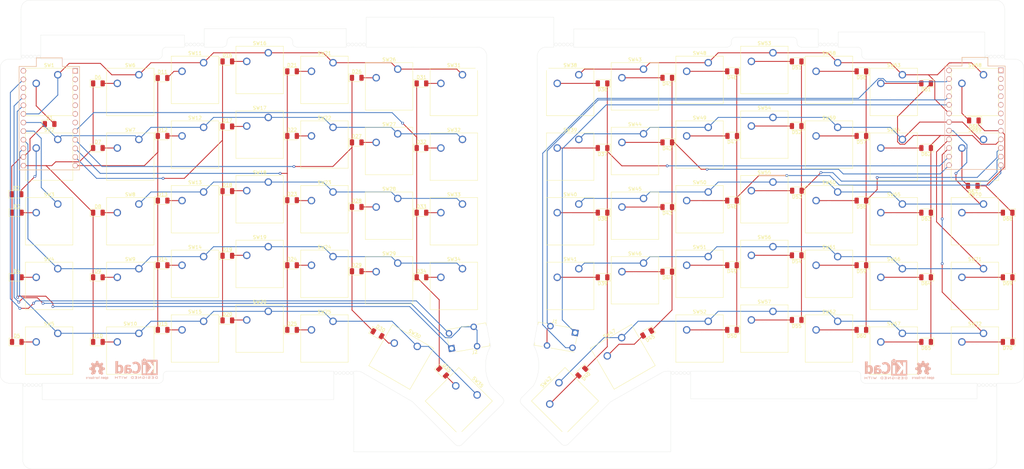
<source format=kicad_pcb>
(kicad_pcb (version 20171130) (host pcbnew "(5.1.10)-1")
  (title_block (title "Fasth T1") (rev 1.1))
  (layers (0 F.Cu signal) (31 B.Cu signal) (34 B.Paste user) (35 F.Paste user) (36 B.SilkS user) (37 F.SilkS user) (38 B.Mask user) (39 F.Mask user) (44 Edge.Cuts user))
  (net 0 "")
  (net 1 "Net-(D1-Pad2)")
  (net 2 /leftButtonSheet/column1)
  (net 3 "Net-(D2-Pad2)")
  (net 4 "Net-(D3-Pad2)")
  (net 5 "Net-(D4-Pad2)")
  (net 6 "Net-(D5-Pad2)")
  (net 7 "Net-(D6-Pad2)")
  (net 8 /leftButtonSheet/column2)
  (net 9 "Net-(D7-Pad2)")
  (net 10 "Net-(D8-Pad2)")
  (net 11 "Net-(D9-Pad2)")
  (net 12 "Net-(D10-Pad2)")
  (net 13 "Net-(D11-Pad2)")
  (net 14 /leftButtonSheet/column3)
  (net 15 "Net-(D12-Pad2)")
  (net 16 "Net-(D13-Pad2)")
  (net 17 "Net-(D14-Pad2)")
  (net 18 "Net-(D15-Pad2)")
  (net 19 "Net-(D16-Pad2)")
  (net 20 /leftButtonSheet/column4)
  (net 21 "Net-(D17-Pad2)")
  (net 22 "Net-(D18-Pad2)")
  (net 23 "Net-(D19-Pad2)")
  (net 24 "Net-(D20-Pad2)")
  (net 25 "Net-(D21-Pad2)")
  (net 26 /leftButtonSheet/column5)
  (net 27 "Net-(D22-Pad2)")
  (net 28 "Net-(D23-Pad2)")
  (net 29 "Net-(D24-Pad2)")
  (net 30 "Net-(D25-Pad2)")
  (net 31 "Net-(D26-Pad2)")
  (net 32 /leftButtonSheet/column6)
  (net 33 "Net-(D27-Pad2)")
  (net 34 "Net-(D28-Pad2)")
  (net 35 "Net-(D29-Pad2)")
  (net 36 "Net-(D30-Pad2)")
  (net 37 "Net-(D31-Pad2)")
  (net 38 /leftButtonSheet/column7)
  (net 39 "Net-(D32-Pad2)")
  (net 40 "Net-(D33-Pad2)")
  (net 41 "Net-(D34-Pad2)")
  (net 42 "Net-(D35-Pad2)")
  (net 43 "Net-(D36-Pad2)")
  (net 44 /rightButtonSheet/column1)
  (net 45 "Net-(D37-Pad2)")
  (net 46 "Net-(D38-Pad2)")
  (net 47 "Net-(D39-Pad2)")
  (net 48 "Net-(D40-Pad2)")
  (net 49 "Net-(D41-Pad2)")
  (net 50 /rightButtonSheet/column2)
  (net 51 "Net-(D42-Pad2)")
  (net 52 "Net-(D43-Pad2)")
  (net 53 "Net-(D44-Pad2)")
  (net 54 "Net-(D45-Pad2)")
  (net 55 "Net-(D46-Pad2)")
  (net 56 /rightButtonSheet/column3)
  (net 57 "Net-(D47-Pad2)")
  (net 58 "Net-(D48-Pad2)")
  (net 59 "Net-(D49-Pad2)")
  (net 60 "Net-(D50-Pad2)")
  (net 61 "Net-(D51-Pad2)")
  (net 62 /rightButtonSheet/column4)
  (net 63 "Net-(D52-Pad2)")
  (net 64 "Net-(D53-Pad2)")
  (net 65 "Net-(D54-Pad2)")
  (net 66 "Net-(D55-Pad2)")
  (net 67 "Net-(D56-Pad2)")
  (net 68 /rightButtonSheet/column5)
  (net 69 "Net-(D57-Pad2)")
  (net 70 "Net-(D58-Pad2)")
  (net 71 "Net-(D59-Pad2)")
  (net 72 "Net-(D60-Pad2)")
  (net 73 "Net-(D61-Pad2)")
  (net 74 /rightButtonSheet/column6)
  (net 75 "Net-(D62-Pad2)")
  (net 76 "Net-(D63-Pad2)")
  (net 77 "Net-(D64-Pad2)")
  (net 78 "Net-(D65-Pad2)")
  (net 79 "Net-(D66-Pad2)")
  (net 80 /rightButtonSheet/column7)
  (net 81 "Net-(D67-Pad2)")
  (net 82 "Net-(D68-Pad2)")
  (net 83 "Net-(D69-Pad2)")
  (net 84 "Net-(D70-Pad2)")
  (net 85 "Net-(J2-PadR)")
  (net 86 /leftButtonSheet/row1)
  (net 87 /leftButtonSheet/row2)
  (net 88 /leftButtonSheet/row3)
  (net 89 /leftButtonSheet/row4)
  (net 90 /leftButtonSheet/row5)
  (net 91 /rightButtonSheet/row1)
  (net 92 /rightButtonSheet/row2)
  (net 93 /rightButtonSheet/row3)
  (net 94 /rightButtonSheet/row4)
  (net 95 /rightButtonSheet/row5)
  (net 96 "Net-(J1-PadS)")
  (net 97 "Net-(J1-PadR)")
  (net 98 "Net-(J1-PadT)")
  (net 99 "Net-(J2-PadS)")
  (net 100 "Net-(J2-PadT)")
  (net 101 "Net-(U1-Pad24)")
  (net 102 "Net-(U1-Pad22)")
  (net 103 "Net-(U1-Pad7)")
  (net 104 "Net-(U1-Pad6)")
  (net 105 "Net-(U1-Pad5)")
  (net 106 "Net-(U1-Pad4)")
  (net 107 "Net-(U1-Pad3)")
  (net 108 "Net-(U1-Pad2)")
  (net 109 "Net-(U1-Pad1)")
  (net 110 "Net-(U2-Pad24)")
  (net 111 "Net-(U2-Pad22)")
  (net 112 "Net-(U2-Pad7)")
  (net 113 "Net-(U2-Pad6)")
  (net 114 "Net-(U2-Pad5)")
  (net 115 "Net-(U2-Pad4)")
  (net 116 "Net-(U2-Pad3)")
  (net 117 "Net-(U2-Pad2)")
  (net 118 "Net-(U2-Pad1)")
  (module MountingHole:MountingHole_2.2mm_M2_ISO7380 (layer F.Cu) (at 140.16025 42.799)
    (fp_text reference REF** hide)
    (fp_text value MountingHole_2.2mm_M2_ISO7380)
    (pad 1 np_thru_hole circle (at 0 0) (size 2.2 2.2) (drill 2.2) (layers *.Cu *.Mask))
  )
  (module keyswitch:SW_Cherry_MX_1.00u_PCB (layer F.Cu) (at 40.04975 64.15675)
    (fp_text reference SW7 (at -2.54 -2.794) (layer F.SilkS))
    (fp_text value SW_Push)
    (pad "" np_thru_hole circle (at 2.54 5.08) (size 1.7 1.7) (drill 1.7) (layers *.Cu *.Mask))
    (pad "" np_thru_hole circle (at -7.62 5.08) (size 1.7 1.7) (drill 1.7) (layers *.Cu *.Mask))
    (pad "" np_thru_hole circle (at -2.54 5.08) (size 4 4) (drill 4) (layers *.Cu *.Mask))
    (pad 2 thru_hole circle (at -6.35 2.54) (size 2.2 2.2) (drill 1.5) (layers *.Cu *.Mask) (net 9 "Net-(D7-Pad2)"))
    (pad 1 thru_hole circle (at 0 0) (size 2.2 2.2) (drill 1.5) (layers *.Cu *.Mask) (net 87 /leftButtonSheet/row2))
  )
  (module Pro_Micro:ProMicro (layer B.Cu) (at 286.17 57.78 270)
    (fp_text reference U2 hide)
    (fp_text value ProMicro)
    (pad 24 thru_hole circle (at -13.97 7.62 270) (size 1.6 1.6) (drill 1.1) (layers *.Cu *.Mask B.SilkS) (net 110 "Net-(U2-Pad24)"))
    (pad 23 thru_hole circle (at -11.43 7.62 270) (size 1.6 1.6) (drill 1.1) (layers *.Cu *.Mask B.SilkS) (net 96 "Net-(J1-PadS)"))
    (pad 22 thru_hole circle (at -8.89 7.62 270) (size 1.6 1.6) (drill 1.1) (layers *.Cu *.Mask B.SilkS) (net 111 "Net-(U2-Pad22)"))
    (pad 21 thru_hole circle (at -6.35 7.62 270) (size 1.6 1.6) (drill 1.1) (layers *.Cu *.Mask B.SilkS) (net 98 "Net-(J1-PadT)"))
    (pad 20 thru_hole circle (at -3.81 7.62 270) (size 1.6 1.6) (drill 1.1) (layers *.Cu *.Mask B.SilkS) (net 97 "Net-(J1-PadR)"))
    (pad 19 thru_hole circle (at -1.27 7.62 270) (size 1.6 1.6) (drill 1.1) (layers *.Cu *.Mask B.SilkS) (net 91 /rightButtonSheet/row1))
    (pad 18 thru_hole circle (at 1.27 7.62 270) (size 1.6 1.6) (drill 1.1) (layers *.Cu *.Mask B.SilkS) (net 92 /rightButtonSheet/row2))
    (pad 17 thru_hole circle (at 3.81 7.62 270) (size 1.6 1.6) (drill 1.1) (layers *.Cu *.Mask B.SilkS) (net 93 /rightButtonSheet/row3))
    (pad 16 thru_hole circle (at 6.35 7.62 270) (size 1.6 1.6) (drill 1.1) (layers *.Cu *.Mask B.SilkS) (net 94 /rightButtonSheet/row4))
    (pad 15 thru_hole circle (at 8.89 7.62 270) (size 1.6 1.6) (drill 1.1) (layers *.Cu *.Mask B.SilkS) (net 95 /rightButtonSheet/row5))
    (pad 14 thru_hole circle (at 11.43 7.62 270) (size 1.6 1.6) (drill 1.1) (layers *.Cu *.Mask B.SilkS) (net 44 /rightButtonSheet/column1))
    (pad 13 thru_hole circle (at 13.97 7.62 270) (size 1.6 1.6) (drill 1.1) (layers *.Cu *.Mask B.SilkS) (net 50 /rightButtonSheet/column2))
    (pad 12 thru_hole circle (at 13.97 -7.62 270) (size 1.6 1.6) (drill 1.1) (layers *.Cu *.Mask B.SilkS) (net 56 /rightButtonSheet/column3))
    (pad 11 thru_hole circle (at 11.43 -7.62 270) (size 1.6 1.6) (drill 1.1) (layers *.Cu *.Mask B.SilkS) (net 62 /rightButtonSheet/column4))
    (pad 10 thru_hole circle (at 8.89 -7.62 270) (size 1.6 1.6) (drill 1.1) (layers *.Cu *.Mask B.SilkS) (net 68 /rightButtonSheet/column5))
    (pad 9 thru_hole circle (at 6.35 -7.62 270) (size 1.6 1.6) (drill 1.1) (layers *.Cu *.Mask B.SilkS) (net 74 /rightButtonSheet/column6))
    (pad 8 thru_hole circle (at 3.81 -7.62 270) (size 1.6 1.6) (drill 1.1) (layers *.Cu *.Mask B.SilkS) (net 80 /rightButtonSheet/column7))
    (pad 7 thru_hole circle (at 1.27 -7.62 270) (size 1.6 1.6) (drill 1.1) (layers *.Cu *.Mask B.SilkS) (net 112 "Net-(U2-Pad7)"))
    (pad 6 thru_hole circle (at -1.27 -7.62 270) (size 1.6 1.6) (drill 1.1) (layers *.Cu *.Mask B.SilkS) (net 113 "Net-(U2-Pad6)"))
    (pad 5 thru_hole circle (at -3.81 -7.62 270) (size 1.6 1.6) (drill 1.1) (layers *.Cu *.Mask B.SilkS) (net 114 "Net-(U2-Pad5)"))
    (pad 4 thru_hole circle (at -6.35 -7.62 270) (size 1.6 1.6) (drill 1.1) (layers *.Cu *.Mask B.SilkS) (net 115 "Net-(U2-Pad4)"))
    (pad 3 thru_hole circle (at -8.89 -7.62 270) (size 1.6 1.6) (drill 1.1) (layers *.Cu *.Mask B.SilkS) (net 116 "Net-(U2-Pad3)"))
    (pad 2 thru_hole circle (at -11.43 -7.62 270) (size 1.6 1.6) (drill 1.1) (layers *.Cu *.Mask B.SilkS) (net 117 "Net-(U2-Pad2)"))
    (pad 1 thru_hole rect (at -13.97 -7.62 270) (size 1.6 1.6) (drill 1.1) (layers *.Cu *.Mask B.SilkS) (net 118 "Net-(U2-Pad1)"))
  )
  (module Pro_Micro:ProMicro (layer B.Cu) (at 13.68 57.91 270)
    (fp_text reference U1 hide)
    (fp_text value ProMicro)
    (pad 24 thru_hole circle (at -13.97 7.62 270) (size 1.6 1.6) (drill 1.1) (layers *.Cu *.Mask B.SilkS) (net 101 "Net-(U1-Pad24)"))
    (pad 23 thru_hole circle (at -11.43 7.62 270) (size 1.6 1.6) (drill 1.1) (layers *.Cu *.Mask B.SilkS) (net 99 "Net-(J2-PadS)"))
    (pad 22 thru_hole circle (at -8.89 7.62 270) (size 1.6 1.6) (drill 1.1) (layers *.Cu *.Mask B.SilkS) (net 102 "Net-(U1-Pad22)"))
    (pad 21 thru_hole circle (at -6.35 7.62 270) (size 1.6 1.6) (drill 1.1) (layers *.Cu *.Mask B.SilkS) (net 100 "Net-(J2-PadT)"))
    (pad 20 thru_hole circle (at -3.81 7.62 270) (size 1.6 1.6) (drill 1.1) (layers *.Cu *.Mask B.SilkS) (net 85 "Net-(J2-PadR)"))
    (pad 19 thru_hole circle (at -1.27 7.62 270) (size 1.6 1.6) (drill 1.1) (layers *.Cu *.Mask B.SilkS) (net 86 /leftButtonSheet/row1))
    (pad 18 thru_hole circle (at 1.27 7.62 270) (size 1.6 1.6) (drill 1.1) (layers *.Cu *.Mask B.SilkS) (net 87 /leftButtonSheet/row2))
    (pad 17 thru_hole circle (at 3.81 7.62 270) (size 1.6 1.6) (drill 1.1) (layers *.Cu *.Mask B.SilkS) (net 88 /leftButtonSheet/row3))
    (pad 16 thru_hole circle (at 6.35 7.62 270) (size 1.6 1.6) (drill 1.1) (layers *.Cu *.Mask B.SilkS) (net 89 /leftButtonSheet/row4))
    (pad 15 thru_hole circle (at 8.89 7.62 270) (size 1.6 1.6) (drill 1.1) (layers *.Cu *.Mask B.SilkS) (net 90 /leftButtonSheet/row5))
    (pad 14 thru_hole circle (at 11.43 7.62 270) (size 1.6 1.6) (drill 1.1) (layers *.Cu *.Mask B.SilkS) (net 2 /leftButtonSheet/column1))
    (pad 13 thru_hole circle (at 13.97 7.62 270) (size 1.6 1.6) (drill 1.1) (layers *.Cu *.Mask B.SilkS) (net 8 /leftButtonSheet/column2))
    (pad 12 thru_hole circle (at 13.97 -7.62 270) (size 1.6 1.6) (drill 1.1) (layers *.Cu *.Mask B.SilkS) (net 14 /leftButtonSheet/column3))
    (pad 11 thru_hole circle (at 11.43 -7.62 270) (size 1.6 1.6) (drill 1.1) (layers *.Cu *.Mask B.SilkS) (net 20 /leftButtonSheet/column4))
    (pad 10 thru_hole circle (at 8.89 -7.62 270) (size 1.6 1.6) (drill 1.1) (layers *.Cu *.Mask B.SilkS) (net 26 /leftButtonSheet/column5))
    (pad 9 thru_hole circle (at 6.35 -7.62 270) (size 1.6 1.6) (drill 1.1) (layers *.Cu *.Mask B.SilkS) (net 32 /leftButtonSheet/column6))
    (pad 8 thru_hole circle (at 3.81 -7.62 270) (size 1.6 1.6) (drill 1.1) (layers *.Cu *.Mask B.SilkS) (net 38 /leftButtonSheet/column7))
    (pad 7 thru_hole circle (at 1.27 -7.62 270) (size 1.6 1.6) (drill 1.1) (layers *.Cu *.Mask B.SilkS) (net 103 "Net-(U1-Pad7)"))
    (pad 6 thru_hole circle (at -1.27 -7.62 270) (size 1.6 1.6) (drill 1.1) (layers *.Cu *.Mask B.SilkS) (net 104 "Net-(U1-Pad6)"))
    (pad 5 thru_hole circle (at -3.81 -7.62 270) (size 1.6 1.6) (drill 1.1) (layers *.Cu *.Mask B.SilkS) (net 105 "Net-(U1-Pad5)"))
    (pad 4 thru_hole circle (at -6.35 -7.62 270) (size 1.6 1.6) (drill 1.1) (layers *.Cu *.Mask B.SilkS) (net 106 "Net-(U1-Pad4)"))
    (pad 3 thru_hole circle (at -8.89 -7.62 270) (size 1.6 1.6) (drill 1.1) (layers *.Cu *.Mask B.SilkS) (net 107 "Net-(U1-Pad3)"))
    (pad 2 thru_hole circle (at -11.43 -7.62 270) (size 1.6 1.6) (drill 1.1) (layers *.Cu *.Mask B.SilkS) (net 108 "Net-(U1-Pad2)"))
    (pad 1 thru_hole rect (at -13.97 -7.62 270) (size 1.6 1.6) (drill 1.1) (layers *.Cu *.Mask B.SilkS) (net 109 "Net-(U1-Pad1)"))
  )
  (module Connector_Audio:Jack_3.5mm_Switronic_ST-005-G_horizontal (layer F.Cu) (at 161.6837 122.2121 350)
    (fp_text reference J1 (at 0 -4.5 170) (layer F.SilkS))
    (fp_text value AudioJack3)
    (pad "" np_thru_hole circle (at 2.5 -2.5 350) (size 1 1) (drill 1) (layers *.Cu *.Mask))
    (pad "" np_thru_hole circle (at 2.5 2.5 350) (size 1 1) (drill 1) (layers *.Cu *.Mask))
    (pad S thru_hole circle (at 6.5 2.25 350) (size 1.9 1.9) (drill 1.2) (layers *.Cu *.Mask) (net 96 "Net-(J1-PadS)"))
    (pad R thru_hole rect (at 6.5 -2.25 350) (size 1.9 1.9) (drill 1.2) (layers *.Cu *.Mask) (net 97 "Net-(J1-PadR)"))
    (pad T thru_hole circle (at -1 2.9 350) (size 1.9 1.9) (drill 1.2) (layers *.Cu *.Mask) (net 98 "Net-(J1-PadT)"))
    (pad T thru_hole circle (at -1 -2.9 350) (size 1.9 1.9) (drill 1.2) (layers *.Cu *.Mask) (net 98 "Net-(J1-PadT)"))
  )
  (module MountingHole:MountingHole_2.2mm_M2_ISO7380 (layer F.Cu) (at 161.43 128.768)
    (fp_text reference REF** hide)
    (fp_text value MountingHole_2.2mm_M2_ISO7380)
    (pad 1 np_thru_hole circle (at 0 0) (size 2.2 2.2) (drill 2.2) (layers *.Cu *.Mask))
  )
  (module MountingHole:MountingHole_2.2mm_M2_ISO7380 (layer F.Cu) (at 138.316 128.895)
    (fp_text reference REF** hide)
    (fp_text value MountingHole_2.2mm_M2_ISO7380)
    (pad 1 np_thru_hole circle (at 0 0) (size 2.2 2.2) (drill 2.2) (layers *.Cu *.Mask))
  )
  (module MountingHole:MountingHole_2.2mm_M2_ISO7380 (layer F.Cu) (at 297.1295 132.54625)
    (fp_text reference REF** hide)
    (fp_text value MountingHole_2.2mm_M2_ISO7380)
    (pad 1 np_thru_hole circle (at 0 0) (size 2.2 2.2) (drill 2.2) (layers *.Cu *.Mask))
  )
  (module MountingHole:MountingHole_2.2mm_M2_ISO7380 (layer F.Cu) (at 297.1295 43.64625)
    (fp_text reference REF** hide)
    (fp_text value MountingHole_2.2mm_M2_ISO7380)
    (pad 1 np_thru_hole circle (at 0 0) (size 2.2 2.2) (drill 2.2) (layers *.Cu *.Mask))
  )
  (module MountingHole:MountingHole_2.2mm_M2_ISO7380 (layer F.Cu) (at 2.64825 43.64625)
    (fp_text reference REF** hide)
    (fp_text value MountingHole_2.2mm_M2_ISO7380)
    (pad 1 np_thru_hole circle (at 0 0) (size 2.2 2.2) (drill 2.2) (layers *.Cu *.Mask))
  )
  (module MountingHole:MountingHole_2.2mm_M2_ISO7380 (layer F.Cu) (at 2.64825 132.54625)
    (fp_text reference REF** hide)
    (fp_text value MountingHole_2.2mm_M2_ISO7380)
    (pad 1 np_thru_hole circle (at 0 0) (size 2.2 2.2) (drill 2.2) (layers *.Cu *.Mask))
  )
  (module MountingHole:MountingHole_2.2mm_M2_ISO7380 (layer F.Cu) (at 165.46225 151.12)
    (fp_text reference REF** hide)
    (fp_text value MountingHole_2.2mm_M2_ISO7380)
    (pad 1 np_thru_hole circle (at 0 0) (size 2.2 2.2) (drill 2.2) (layers *.Cu *.Mask))
  )
  (module MountingHole:MountingHole_2.2mm_M2_ISO7380 (layer F.Cu) (at 134.3155 151.12)
    (fp_text reference REF** hide)
    (fp_text value MountingHole_2.2mm_M2_ISO7380)
    (pad 1 np_thru_hole circle (at 0 0) (size 2.2 2.2) (drill 2.2) (layers *.Cu *.Mask))
  )
  (module MountingHole:MountingHole_2.2mm_M2_ISO7380 (layer F.Cu) (at 159.62025 42.789)
    (fp_text reference REF** hide)
    (fp_text value MountingHole_2.2mm_M2_ISO7380)
    (pad 1 np_thru_hole circle (at 0 0) (size 2.2 2.2) (drill 2.2) (layers *.Cu *.Mask))
  )
  (module Symbol:KiCad-Logo2_5mm_SilkScreen (layer B.Cu) (at 259.969 131.826 180)
    (fp_text reference REF** hide)
    (fp_text value KiCad-Logo2_5mm_SilkScreen hide)
  )
  (module Symbol:KiCad-Logo2_5mm_SilkScreen (layer B.Cu) (at 39.3065 131.699 180)
    (fp_text reference REF** hide)
    (fp_text value KiCad-Logo2_5mm_SilkScreen hide)
  )
  (module Symbol:OSHW-Logo2_7.3x6mm_SilkScreen (layer B.Cu) (at 270.891 132.207 180)
    (fp_text reference REF** hide)
    (fp_text value OSHW-Logo2_7.3x6mm_SilkScreen hide)
  )
  (module Symbol:OSHW-Logo2_7.3x6mm_SilkScreen (layer B.Cu) (at 27.7495 132.207 180)
    (fp_text reference REF** hide)
    (fp_text value OSHW-Logo2_7.3x6mm_SilkScreen hide)
  )
  (module keyswitch:SW_Cherry_MX_1.00u_PCB (layer F.Cu) (at 97.19975 41.55075)
    (fp_text reference SW21 (at -2.54 -2.794) (layer F.SilkS))
    (fp_text value SW_Push)
    (pad "" np_thru_hole circle (at 2.54 5.08) (size 1.7 1.7) (drill 1.7) (layers *.Cu *.Mask))
    (pad "" np_thru_hole circle (at -7.62 5.08) (size 1.7 1.7) (drill 1.7) (layers *.Cu *.Mask))
    (pad "" np_thru_hole circle (at -2.54 5.08) (size 4 4) (drill 4) (layers *.Cu *.Mask))
    (pad 2 thru_hole circle (at -6.35 2.54) (size 2.2 2.2) (drill 1.5) (layers *.Cu *.Mask) (net 25 "Net-(D21-Pad2)"))
    (pad 1 thru_hole circle (at 0 0) (size 2.2 2.2) (drill 1.5) (layers *.Cu *.Mask) (net 86 /leftButtonSheet/row1))
  )
  (module keyswitch:SW_Cherry_MX_1.00u_PCB (layer F.Cu) (at 188.608 81.55575)
    (fp_text reference SW45 (at -2.54 -2.794) (layer F.SilkS))
    (fp_text value SW_Push)
    (pad "" np_thru_hole circle (at 2.54 5.08) (size 1.7 1.7) (drill 1.7) (layers *.Cu *.Mask))
    (pad "" np_thru_hole circle (at -7.62 5.08) (size 1.7 1.7) (drill 1.7) (layers *.Cu *.Mask))
    (pad "" np_thru_hole circle (at -2.54 5.08) (size 4 4) (drill 4) (layers *.Cu *.Mask))
    (pad 2 thru_hole circle (at -6.35 2.54) (size 2.2 2.2) (drill 1.5) (layers *.Cu *.Mask) (net 52 "Net-(D43-Pad2)"))
    (pad 1 thru_hole circle (at 0 0) (size 2.2 2.2) (drill 1.5) (layers *.Cu *.Mask) (net 93 /rightButtonSheet/row3))
  )
  (module keyswitch:SW_Cherry_MX_1.00u_PCB (layer F.Cu) (at 188.60165 43.4494)
    (fp_text reference SW43 (at -2.54 -2.794) (layer F.SilkS))
    (fp_text value SW_Push)
    (pad "" np_thru_hole circle (at 2.54 5.08) (size 1.7 1.7) (drill 1.7) (layers *.Cu *.Mask))
    (pad "" np_thru_hole circle (at -7.62 5.08) (size 1.7 1.7) (drill 1.7) (layers *.Cu *.Mask))
    (pad "" np_thru_hole circle (at -2.54 5.08) (size 4 4) (drill 4) (layers *.Cu *.Mask))
    (pad 2 thru_hole circle (at -6.35 2.54) (size 2.2 2.2) (drill 1.5) (layers *.Cu *.Mask) (net 49 "Net-(D41-Pad2)"))
    (pad 1 thru_hole circle (at 0 0) (size 2.2 2.2) (drill 1.5) (layers *.Cu *.Mask) (net 91 /rightButtonSheet/row1))
  )
  (module keyswitch:SW_Cherry_MX_1.00u_PCB (layer F.Cu) (at 116.2561 43.4494)
    (fp_text reference SW26 (at -2.54 -2.794) (layer F.SilkS))
    (fp_text value SW_Push)
    (pad "" np_thru_hole circle (at 2.54 5.08) (size 1.7 1.7) (drill 1.7) (layers *.Cu *.Mask))
    (pad "" np_thru_hole circle (at -7.62 5.08) (size 1.7 1.7) (drill 1.7) (layers *.Cu *.Mask))
    (pad "" np_thru_hole circle (at -2.54 5.08) (size 4 4) (drill 4) (layers *.Cu *.Mask))
    (pad 2 thru_hole circle (at -6.35 2.54) (size 2.2 2.2) (drill 1.5) (layers *.Cu *.Mask) (net 31 "Net-(D26-Pad2)"))
    (pad 1 thru_hole circle (at 0 0) (size 2.2 2.2) (drill 1.5) (layers *.Cu *.Mask) (net 86 /leftButtonSheet/row1))
  )
  (module keyswitch:SW_Cherry_MX_1.00u_PCB (layer F.Cu) (at 78.14975 38.62975)
    (fp_text reference SW16 (at -2.54 -2.794) (layer F.SilkS))
    (fp_text value SW_Push)
    (pad "" np_thru_hole circle (at 2.54 5.08) (size 1.7 1.7) (drill 1.7) (layers *.Cu *.Mask))
    (pad "" np_thru_hole circle (at -7.62 5.08) (size 1.7 1.7) (drill 1.7) (layers *.Cu *.Mask))
    (pad "" np_thru_hole circle (at -2.54 5.08) (size 4 4) (drill 4) (layers *.Cu *.Mask))
    (pad 2 thru_hole circle (at -6.35 2.54) (size 2.2 2.2) (drill 1.5) (layers *.Cu *.Mask) (net 19 "Net-(D16-Pad2)"))
    (pad 1 thru_hole circle (at 0 0) (size 2.2 2.2) (drill 1.5) (layers *.Cu *.Mask) (net 86 /leftButtonSheet/row1))
  )
  (module keyswitch:SW_Cherry_MX_1.50u_PCB (layer F.Cu) (at 288.684 121.30675)
    (fp_text reference SW72 (at -2.54 -2.794) (layer F.SilkS))
    (fp_text value SW_Push)
    (pad "" np_thru_hole circle (at 2.54 5.08) (size 1.7 1.7) (drill 1.7) (layers *.Cu *.Mask))
    (pad "" np_thru_hole circle (at -7.62 5.08) (size 1.7 1.7) (drill 1.7) (layers *.Cu *.Mask))
    (pad "" np_thru_hole circle (at -2.54 5.08) (size 4 4) (drill 4) (layers *.Cu *.Mask))
    (pad 2 thru_hole circle (at -6.35 2.54) (size 2.2 2.2) (drill 1.5) (layers *.Cu *.Mask) (net 84 "Net-(D70-Pad2)"))
    (pad 1 thru_hole circle (at 0 0) (size 2.2 2.2) (drill 1.5) (layers *.Cu *.Mask) (net 95 /rightButtonSheet/row5))
  )
  (module keyswitch:SW_Cherry_MX_1.50u_PCB (layer F.Cu) (at 288.684 102.25675)
    (fp_text reference SW71 (at -2.54 -2.794) (layer F.SilkS))
    (fp_text value SW_Push)
    (pad "" np_thru_hole circle (at 2.54 5.08) (size 1.7 1.7) (drill 1.7) (layers *.Cu *.Mask))
    (pad "" np_thru_hole circle (at -7.62 5.08) (size 1.7 1.7) (drill 1.7) (layers *.Cu *.Mask))
    (pad "" np_thru_hole circle (at -2.54 5.08) (size 4 4) (drill 4) (layers *.Cu *.Mask))
    (pad 2 thru_hole circle (at -6.35 2.54) (size 2.2 2.2) (drill 1.5) (layers *.Cu *.Mask) (net 83 "Net-(D69-Pad2)"))
    (pad 1 thru_hole circle (at 0 0) (size 2.2 2.2) (drill 1.5) (layers *.Cu *.Mask) (net 94 /rightButtonSheet/row4))
  )
  (module keyswitch:SW_Cherry_MX_1.50u_PCB (layer F.Cu) (at 288.684 83.20675)
    (fp_text reference SW70 (at -2.54 -2.794) (layer F.SilkS))
    (fp_text value SW_Push)
    (pad "" np_thru_hole circle (at 2.54 5.08) (size 1.7 1.7) (drill 1.7) (layers *.Cu *.Mask))
    (pad "" np_thru_hole circle (at -7.62 5.08) (size 1.7 1.7) (drill 1.7) (layers *.Cu *.Mask))
    (pad "" np_thru_hole circle (at -2.54 5.08) (size 4 4) (drill 4) (layers *.Cu *.Mask))
    (pad 2 thru_hole circle (at -6.35 2.54) (size 2.2 2.2) (drill 1.5) (layers *.Cu *.Mask) (net 82 "Net-(D68-Pad2)"))
    (pad 1 thru_hole circle (at 0 0) (size 2.2 2.2) (drill 1.5) (layers *.Cu *.Mask) (net 93 /rightButtonSheet/row3))
  )
  (module keyswitch:SW_Cherry_MX_1.50u_PCB (layer F.Cu) (at 288.684 64.15675)
    (fp_text reference SW69 (at -2.54 -2.794) (layer F.SilkS))
    (fp_text value SW_Push)
    (pad "" np_thru_hole circle (at 2.54 5.08) (size 1.7 1.7) (drill 1.7) (layers *.Cu *.Mask))
    (pad "" np_thru_hole circle (at -7.62 5.08) (size 1.7 1.7) (drill 1.7) (layers *.Cu *.Mask))
    (pad "" np_thru_hole circle (at -2.54 5.08) (size 4 4) (drill 4) (layers *.Cu *.Mask))
    (pad 2 thru_hole circle (at -6.35 2.54) (size 2.2 2.2) (drill 1.5) (layers *.Cu *.Mask) (net 81 "Net-(D67-Pad2)"))
    (pad 1 thru_hole circle (at 0 0) (size 2.2 2.2) (drill 1.5) (layers *.Cu *.Mask) (net 92 /rightButtonSheet/row2))
  )
  (module keyswitch:SW_Cherry_MX_1.50u_PCB (layer F.Cu) (at 288.684 45.10675)
    (fp_text reference SW68 (at -2.54 -2.794) (layer F.SilkS))
    (fp_text value SW_Push)
    (pad "" np_thru_hole circle (at 2.54 5.08) (size 1.7 1.7) (drill 1.7) (layers *.Cu *.Mask))
    (pad "" np_thru_hole circle (at -7.62 5.08) (size 1.7 1.7) (drill 1.7) (layers *.Cu *.Mask))
    (pad "" np_thru_hole circle (at -2.54 5.08) (size 4 4) (drill 4) (layers *.Cu *.Mask))
    (pad 2 thru_hole circle (at -6.35 2.54) (size 2.2 2.2) (drill 1.5) (layers *.Cu *.Mask) (net 79 "Net-(D66-Pad2)"))
    (pad 1 thru_hole circle (at 0 0) (size 2.2 2.2) (drill 1.5) (layers *.Cu *.Mask) (net 91 /rightButtonSheet/row1))
  )
  (module keyswitch:SW_Cherry_MX_1.00u_PCB (layer F.Cu) (at 264.808 121.30675)
    (fp_text reference SW67 (at -2.54 -2.794) (layer F.SilkS))
    (fp_text value SW_Push)
    (pad "" np_thru_hole circle (at 2.54 5.08) (size 1.7 1.7) (drill 1.7) (layers *.Cu *.Mask))
    (pad "" np_thru_hole circle (at -7.62 5.08) (size 1.7 1.7) (drill 1.7) (layers *.Cu *.Mask))
    (pad "" np_thru_hole circle (at -2.54 5.08) (size 4 4) (drill 4) (layers *.Cu *.Mask))
    (pad 2 thru_hole circle (at -6.35 2.54) (size 2.2 2.2) (drill 1.5) (layers *.Cu *.Mask) (net 78 "Net-(D65-Pad2)"))
    (pad 1 thru_hole circle (at 0 0) (size 2.2 2.2) (drill 1.5) (layers *.Cu *.Mask) (net 95 /rightButtonSheet/row5))
  )
  (module keyswitch:SW_Cherry_MX_1.00u_PCB (layer F.Cu) (at 264.808 102.25675)
    (fp_text reference SW66 (at -2.54 -2.794) (layer F.SilkS))
    (fp_text value SW_Push)
    (pad "" np_thru_hole circle (at 2.54 5.08) (size 1.7 1.7) (drill 1.7) (layers *.Cu *.Mask))
    (pad "" np_thru_hole circle (at -7.62 5.08) (size 1.7 1.7) (drill 1.7) (layers *.Cu *.Mask))
    (pad "" np_thru_hole circle (at -2.54 5.08) (size 4 4) (drill 4) (layers *.Cu *.Mask))
    (pad 2 thru_hole circle (at -6.35 2.54) (size 2.2 2.2) (drill 1.5) (layers *.Cu *.Mask) (net 77 "Net-(D64-Pad2)"))
    (pad 1 thru_hole circle (at 0 0) (size 2.2 2.2) (drill 1.5) (layers *.Cu *.Mask) (net 94 /rightButtonSheet/row4))
  )
  (module keyswitch:SW_Cherry_MX_1.00u_PCB (layer F.Cu) (at 264.808 83.20675)
    (fp_text reference SW65 (at -2.54 -2.794) (layer F.SilkS))
    (fp_text value SW_Push)
    (pad "" np_thru_hole circle (at 2.54 5.08) (size 1.7 1.7) (drill 1.7) (layers *.Cu *.Mask))
    (pad "" np_thru_hole circle (at -7.62 5.08) (size 1.7 1.7) (drill 1.7) (layers *.Cu *.Mask))
    (pad "" np_thru_hole circle (at -2.54 5.08) (size 4 4) (drill 4) (layers *.Cu *.Mask))
    (pad 2 thru_hole circle (at -6.35 2.54) (size 2.2 2.2) (drill 1.5) (layers *.Cu *.Mask) (net 76 "Net-(D63-Pad2)"))
    (pad 1 thru_hole circle (at 0 0) (size 2.2 2.2) (drill 1.5) (layers *.Cu *.Mask) (net 93 /rightButtonSheet/row3))
  )
  (module keyswitch:SW_Cherry_MX_1.00u_PCB (layer F.Cu) (at 264.808 64.15675)
    (fp_text reference SW64 (at -2.54 -2.794) (layer F.SilkS))
    (fp_text value SW_Push)
    (pad "" np_thru_hole circle (at 2.54 5.08) (size 1.7 1.7) (drill 1.7) (layers *.Cu *.Mask))
    (pad "" np_thru_hole circle (at -7.62 5.08) (size 1.7 1.7) (drill 1.7) (layers *.Cu *.Mask))
    (pad "" np_thru_hole circle (at -2.54 5.08) (size 4 4) (drill 4) (layers *.Cu *.Mask))
    (pad 2 thru_hole circle (at -6.35 2.54) (size 2.2 2.2) (drill 1.5) (layers *.Cu *.Mask) (net 75 "Net-(D62-Pad2)"))
    (pad 1 thru_hole circle (at 0 0) (size 2.2 2.2) (drill 1.5) (layers *.Cu *.Mask) (net 92 /rightButtonSheet/row2))
  )
  (module keyswitch:SW_Cherry_MX_1.00u_PCB (layer F.Cu) (at 264.808 45.10675)
    (fp_text reference SW63 (at -2.54 -2.794) (layer F.SilkS))
    (fp_text value SW_Push)
    (pad "" np_thru_hole circle (at 2.54 5.08) (size 1.7 1.7) (drill 1.7) (layers *.Cu *.Mask))
    (pad "" np_thru_hole circle (at -7.62 5.08) (size 1.7 1.7) (drill 1.7) (layers *.Cu *.Mask))
    (pad "" np_thru_hole circle (at -2.54 5.08) (size 4 4) (drill 4) (layers *.Cu *.Mask))
    (pad 2 thru_hole circle (at -6.35 2.54) (size 2.2 2.2) (drill 1.5) (layers *.Cu *.Mask) (net 73 "Net-(D61-Pad2)"))
    (pad 1 thru_hole circle (at 0 0) (size 2.2 2.2) (drill 1.5) (layers *.Cu *.Mask) (net 91 /rightButtonSheet/row1))
  )
  (module keyswitch:SW_Cherry_MX_1.00u_PCB (layer F.Cu) (at 245.758 117.75075)
    (fp_text reference SW62 (at -2.54 -2.794) (layer F.SilkS))
    (fp_text value SW_Push)
    (pad "" np_thru_hole circle (at 2.54 5.08) (size 1.7 1.7) (drill 1.7) (layers *.Cu *.Mask))
    (pad "" np_thru_hole circle (at -7.62 5.08) (size 1.7 1.7) (drill 1.7) (layers *.Cu *.Mask))
    (pad "" np_thru_hole circle (at -2.54 5.08) (size 4 4) (drill 4) (layers *.Cu *.Mask))
    (pad 2 thru_hole circle (at -6.35 2.54) (size 2.2 2.2) (drill 1.5) (layers *.Cu *.Mask) (net 72 "Net-(D60-Pad2)"))
    (pad 1 thru_hole circle (at 0 0) (size 2.2 2.2) (drill 1.5) (layers *.Cu *.Mask) (net 95 /rightButtonSheet/row5))
  )
  (module keyswitch:SW_Cherry_MX_1.00u_PCB (layer F.Cu) (at 245.758 98.70075)
    (fp_text reference SW61 (at -2.54 -2.794) (layer F.SilkS))
    (fp_text value SW_Push)
    (pad "" np_thru_hole circle (at 2.54 5.08) (size 1.7 1.7) (drill 1.7) (layers *.Cu *.Mask))
    (pad "" np_thru_hole circle (at -7.62 5.08) (size 1.7 1.7) (drill 1.7) (layers *.Cu *.Mask))
    (pad "" np_thru_hole circle (at -2.54 5.08) (size 4 4) (drill 4) (layers *.Cu *.Mask))
    (pad 2 thru_hole circle (at -6.35 2.54) (size 2.2 2.2) (drill 1.5) (layers *.Cu *.Mask) (net 71 "Net-(D59-Pad2)"))
    (pad 1 thru_hole circle (at 0 0) (size 2.2 2.2) (drill 1.5) (layers *.Cu *.Mask) (net 94 /rightButtonSheet/row4))
  )
  (module keyswitch:SW_Cherry_MX_1.00u_PCB (layer F.Cu) (at 245.758 79.65075)
    (fp_text reference SW60 (at -2.54 -2.794) (layer F.SilkS))
    (fp_text value SW_Push)
    (pad "" np_thru_hole circle (at 2.54 5.08) (size 1.7 1.7) (drill 1.7) (layers *.Cu *.Mask))
    (pad "" np_thru_hole circle (at -7.62 5.08) (size 1.7 1.7) (drill 1.7) (layers *.Cu *.Mask))
    (pad "" np_thru_hole circle (at -2.54 5.08) (size 4 4) (drill 4) (layers *.Cu *.Mask))
    (pad 2 thru_hole circle (at -6.35 2.54) (size 2.2 2.2) (drill 1.5) (layers *.Cu *.Mask) (net 70 "Net-(D58-Pad2)"))
    (pad 1 thru_hole circle (at 0 0) (size 2.2 2.2) (drill 1.5) (layers *.Cu *.Mask) (net 93 /rightButtonSheet/row3))
  )
  (module keyswitch:SW_Cherry_MX_1.00u_PCB (layer F.Cu) (at 245.758 60.60075)
    (fp_text reference SW59 (at -2.54 -2.794) (layer F.SilkS))
    (fp_text value SW_Push)
    (pad "" np_thru_hole circle (at 2.54 5.08) (size 1.7 1.7) (drill 1.7) (layers *.Cu *.Mask))
    (pad "" np_thru_hole circle (at -7.62 5.08) (size 1.7 1.7) (drill 1.7) (layers *.Cu *.Mask))
    (pad "" np_thru_hole circle (at -2.54 5.08) (size 4 4) (drill 4) (layers *.Cu *.Mask))
    (pad 2 thru_hole circle (at -6.35 2.54) (size 2.2 2.2) (drill 1.5) (layers *.Cu *.Mask) (net 69 "Net-(D57-Pad2)"))
    (pad 1 thru_hole circle (at 0 0) (size 2.2 2.2) (drill 1.5) (layers *.Cu *.Mask) (net 92 /rightButtonSheet/row2))
  )
  (module keyswitch:SW_Cherry_MX_1.00u_PCB (layer F.Cu) (at 245.758 41.55075)
    (fp_text reference SW58 (at -2.54 -2.794) (layer F.SilkS))
    (fp_text value SW_Push)
    (pad "" np_thru_hole circle (at 2.54 5.08) (size 1.7 1.7) (drill 1.7) (layers *.Cu *.Mask))
    (pad "" np_thru_hole circle (at -7.62 5.08) (size 1.7 1.7) (drill 1.7) (layers *.Cu *.Mask))
    (pad "" np_thru_hole circle (at -2.54 5.08) (size 4 4) (drill 4) (layers *.Cu *.Mask))
    (pad 2 thru_hole circle (at -6.35 2.54) (size 2.2 2.2) (drill 1.5) (layers *.Cu *.Mask) (net 67 "Net-(D56-Pad2)"))
    (pad 1 thru_hole circle (at 0 0) (size 2.2 2.2) (drill 1.5) (layers *.Cu *.Mask) (net 91 /rightButtonSheet/row1))
  )
  (module keyswitch:SW_Cherry_MX_1.00u_PCB (layer F.Cu) (at 226.708 114.82975)
    (fp_text reference SW57 (at -2.54 -2.794) (layer F.SilkS))
    (fp_text value SW_Push)
    (pad "" np_thru_hole circle (at 2.54 5.08) (size 1.7 1.7) (drill 1.7) (layers *.Cu *.Mask))
    (pad "" np_thru_hole circle (at -7.62 5.08) (size 1.7 1.7) (drill 1.7) (layers *.Cu *.Mask))
    (pad "" np_thru_hole circle (at -2.54 5.08) (size 4 4) (drill 4) (layers *.Cu *.Mask))
    (pad 2 thru_hole circle (at -6.35 2.54) (size 2.2 2.2) (drill 1.5) (layers *.Cu *.Mask) (net 66 "Net-(D55-Pad2)"))
    (pad 1 thru_hole circle (at 0 0) (size 2.2 2.2) (drill 1.5) (layers *.Cu *.Mask) (net 95 /rightButtonSheet/row5))
  )
  (module keyswitch:SW_Cherry_MX_1.00u_PCB (layer F.Cu) (at 226.708 95.77975)
    (fp_text reference SW56 (at -2.54 -2.794) (layer F.SilkS))
    (fp_text value SW_Push)
    (pad "" np_thru_hole circle (at 2.54 5.08) (size 1.7 1.7) (drill 1.7) (layers *.Cu *.Mask))
    (pad "" np_thru_hole circle (at -7.62 5.08) (size 1.7 1.7) (drill 1.7) (layers *.Cu *.Mask))
    (pad "" np_thru_hole circle (at -2.54 5.08) (size 4 4) (drill 4) (layers *.Cu *.Mask))
    (pad 2 thru_hole circle (at -6.35 2.54) (size 2.2 2.2) (drill 1.5) (layers *.Cu *.Mask) (net 65 "Net-(D54-Pad2)"))
    (pad 1 thru_hole circle (at 0 0) (size 2.2 2.2) (drill 1.5) (layers *.Cu *.Mask) (net 94 /rightButtonSheet/row4))
  )
  (module keyswitch:SW_Cherry_MX_1.00u_PCB (layer F.Cu) (at 226.708 76.72975)
    (fp_text reference SW55 (at -2.54 -2.794) (layer F.SilkS))
    (fp_text value SW_Push)
    (pad "" np_thru_hole circle (at 2.54 5.08) (size 1.7 1.7) (drill 1.7) (layers *.Cu *.Mask))
    (pad "" np_thru_hole circle (at -7.62 5.08) (size 1.7 1.7) (drill 1.7) (layers *.Cu *.Mask))
    (pad "" np_thru_hole circle (at -2.54 5.08) (size 4 4) (drill 4) (layers *.Cu *.Mask))
    (pad 2 thru_hole circle (at -6.35 2.54) (size 2.2 2.2) (drill 1.5) (layers *.Cu *.Mask) (net 64 "Net-(D53-Pad2)"))
    (pad 1 thru_hole circle (at 0 0) (size 2.2 2.2) (drill 1.5) (layers *.Cu *.Mask) (net 93 /rightButtonSheet/row3))
  )
  (module keyswitch:SW_Cherry_MX_1.00u_PCB (layer F.Cu) (at 226.708 57.67975)
    (fp_text reference SW54 (at -2.54 -2.794) (layer F.SilkS))
    (fp_text value SW_Push)
    (pad "" np_thru_hole circle (at 2.54 5.08) (size 1.7 1.7) (drill 1.7) (layers *.Cu *.Mask))
    (pad "" np_thru_hole circle (at -7.62 5.08) (size 1.7 1.7) (drill 1.7) (layers *.Cu *.Mask))
    (pad "" np_thru_hole circle (at -2.54 5.08) (size 4 4) (drill 4) (layers *.Cu *.Mask))
    (pad 2 thru_hole circle (at -6.35 2.54) (size 2.2 2.2) (drill 1.5) (layers *.Cu *.Mask) (net 63 "Net-(D52-Pad2)"))
    (pad 1 thru_hole circle (at 0 0) (size 2.2 2.2) (drill 1.5) (layers *.Cu *.Mask) (net 92 /rightButtonSheet/row2))
  )
  (module keyswitch:SW_Cherry_MX_1.00u_PCB (layer F.Cu) (at 226.708 38.62975)
    (fp_text reference SW53 (at -2.54 -2.794) (layer F.SilkS))
    (fp_text value SW_Push)
    (pad "" np_thru_hole circle (at 2.54 5.08) (size 1.7 1.7) (drill 1.7) (layers *.Cu *.Mask))
    (pad "" np_thru_hole circle (at -7.62 5.08) (size 1.7 1.7) (drill 1.7) (layers *.Cu *.Mask))
    (pad "" np_thru_hole circle (at -2.54 5.08) (size 4 4) (drill 4) (layers *.Cu *.Mask))
    (pad 2 thru_hole circle (at -6.35 2.54) (size 2.2 2.2) (drill 1.5) (layers *.Cu *.Mask) (net 61 "Net-(D51-Pad2)"))
    (pad 1 thru_hole circle (at 0 0) (size 2.2 2.2) (drill 1.5) (layers *.Cu *.Mask) (net 91 /rightButtonSheet/row1))
  )
  (module keyswitch:SW_Cherry_MX_1.00u_PCB (layer F.Cu) (at 207.658 117.75075)
    (fp_text reference SW52 (at -2.54 -2.794) (layer F.SilkS))
    (fp_text value SW_Push)
    (pad "" np_thru_hole circle (at 2.54 5.08) (size 1.7 1.7) (drill 1.7) (layers *.Cu *.Mask))
    (pad "" np_thru_hole circle (at -7.62 5.08) (size 1.7 1.7) (drill 1.7) (layers *.Cu *.Mask))
    (pad "" np_thru_hole circle (at -2.54 5.08) (size 4 4) (drill 4) (layers *.Cu *.Mask))
    (pad 2 thru_hole circle (at -6.35 2.54) (size 2.2 2.2) (drill 1.5) (layers *.Cu *.Mask) (net 60 "Net-(D50-Pad2)"))
    (pad 1 thru_hole circle (at 0 0) (size 2.2 2.2) (drill 1.5) (layers *.Cu *.Mask) (net 95 /rightButtonSheet/row5))
  )
  (module keyswitch:SW_Cherry_MX_1.00u_PCB (layer F.Cu) (at 207.658 98.70075)
    (fp_text reference SW51 (at -2.54 -2.794) (layer F.SilkS))
    (fp_text value SW_Push)
    (pad "" np_thru_hole circle (at 2.54 5.08) (size 1.7 1.7) (drill 1.7) (layers *.Cu *.Mask))
    (pad "" np_thru_hole circle (at -7.62 5.08) (size 1.7 1.7) (drill 1.7) (layers *.Cu *.Mask))
    (pad "" np_thru_hole circle (at -2.54 5.08) (size 4 4) (drill 4) (layers *.Cu *.Mask))
    (pad 2 thru_hole circle (at -6.35 2.54) (size 2.2 2.2) (drill 1.5) (layers *.Cu *.Mask) (net 59 "Net-(D49-Pad2)"))
    (pad 1 thru_hole circle (at 0 0) (size 2.2 2.2) (drill 1.5) (layers *.Cu *.Mask) (net 94 /rightButtonSheet/row4))
  )
  (module keyswitch:SW_Cherry_MX_1.00u_PCB (layer F.Cu) (at 207.658 79.65075)
    (fp_text reference SW50 (at -2.54 -2.794) (layer F.SilkS))
    (fp_text value SW_Push)
    (pad "" np_thru_hole circle (at 2.54 5.08) (size 1.7 1.7) (drill 1.7) (layers *.Cu *.Mask))
    (pad "" np_thru_hole circle (at -7.62 5.08) (size 1.7 1.7) (drill 1.7) (layers *.Cu *.Mask))
    (pad "" np_thru_hole circle (at -2.54 5.08) (size 4 4) (drill 4) (layers *.Cu *.Mask))
    (pad 2 thru_hole circle (at -6.35 2.54) (size 2.2 2.2) (drill 1.5) (layers *.Cu *.Mask) (net 58 "Net-(D48-Pad2)"))
    (pad 1 thru_hole circle (at 0 0) (size 2.2 2.2) (drill 1.5) (layers *.Cu *.Mask) (net 93 /rightButtonSheet/row3))
  )
  (module keyswitch:SW_Cherry_MX_1.00u_PCB (layer F.Cu) (at 207.658 60.60075)
    (fp_text reference SW49 (at -2.54 -2.794) (layer F.SilkS))
    (fp_text value SW_Push)
    (pad "" np_thru_hole circle (at 2.54 5.08) (size 1.7 1.7) (drill 1.7) (layers *.Cu *.Mask))
    (pad "" np_thru_hole circle (at -7.62 5.08) (size 1.7 1.7) (drill 1.7) (layers *.Cu *.Mask))
    (pad "" np_thru_hole circle (at -2.54 5.08) (size 4 4) (drill 4) (layers *.Cu *.Mask))
    (pad 2 thru_hole circle (at -6.35 2.54) (size 2.2 2.2) (drill 1.5) (layers *.Cu *.Mask) (net 57 "Net-(D47-Pad2)"))
    (pad 1 thru_hole circle (at 0 0) (size 2.2 2.2) (drill 1.5) (layers *.Cu *.Mask) (net 92 /rightButtonSheet/row2))
  )
  (module keyswitch:SW_Cherry_MX_1.00u_PCB (layer F.Cu) (at 207.658 41.55075)
    (fp_text reference SW48 (at -2.54 -2.794) (layer F.SilkS))
    (fp_text value SW_Push)
    (pad "" np_thru_hole circle (at 2.54 5.08) (size 1.7 1.7) (drill 1.7) (layers *.Cu *.Mask))
    (pad "" np_thru_hole circle (at -7.62 5.08) (size 1.7 1.7) (drill 1.7) (layers *.Cu *.Mask))
    (pad "" np_thru_hole circle (at -2.54 5.08) (size 4 4) (drill 4) (layers *.Cu *.Mask))
    (pad 2 thru_hole circle (at -6.35 2.54) (size 2.2 2.2) (drill 1.5) (layers *.Cu *.Mask) (net 55 "Net-(D46-Pad2)"))
    (pad 1 thru_hole circle (at 0 0) (size 2.2 2.2) (drill 1.5) (layers *.Cu *.Mask) (net 91 /rightButtonSheet/row1))
  )
  (module keyswitch:SW_Cherry_MX_1.00u_PCB (layer F.Cu) (at 182.171705 122.57675 30)
    (fp_text reference SW47 (at -2.54 -2.794 30) (layer F.SilkS))
    (fp_text value SW_Push)
    (pad "" np_thru_hole circle (at 2.54 5.08 30) (size 1.7 1.7) (drill 1.7) (layers *.Cu *.Mask))
    (pad "" np_thru_hole circle (at -7.62 5.08 30) (size 1.7 1.7) (drill 1.7) (layers *.Cu *.Mask))
    (pad "" np_thru_hole circle (at -2.54 5.08 30) (size 4 4) (drill 4) (layers *.Cu *.Mask))
    (pad 2 thru_hole circle (at -6.35 2.54 30) (size 2.2 2.2) (drill 1.5) (layers *.Cu *.Mask) (net 54 "Net-(D45-Pad2)"))
    (pad 1 thru_hole circle (at 0 0 30) (size 2.2 2.2) (drill 1.5) (layers *.Cu *.Mask) (net 95 /rightButtonSheet/row5))
  )
  (module keyswitch:SW_Cherry_MX_1.00u_PCB (layer F.Cu) (at 188.608 100.60575)
    (fp_text reference SW46 (at -2.54 -2.794) (layer F.SilkS))
    (fp_text value SW_Push)
    (pad "" np_thru_hole circle (at 2.54 5.08) (size 1.7 1.7) (drill 1.7) (layers *.Cu *.Mask))
    (pad "" np_thru_hole circle (at -7.62 5.08) (size 1.7 1.7) (drill 1.7) (layers *.Cu *.Mask))
    (pad "" np_thru_hole circle (at -2.54 5.08) (size 4 4) (drill 4) (layers *.Cu *.Mask))
    (pad 2 thru_hole circle (at -6.35 2.54) (size 2.2 2.2) (drill 1.5) (layers *.Cu *.Mask) (net 53 "Net-(D44-Pad2)"))
    (pad 1 thru_hole circle (at 0 0) (size 2.2 2.2) (drill 1.5) (layers *.Cu *.Mask) (net 94 /rightButtonSheet/row4))
  )
  (module keyswitch:SW_Cherry_MX_1.00u_PCB (layer F.Cu) (at 188.608 62.50575)
    (fp_text reference SW44 (at -2.54 -2.794) (layer F.SilkS))
    (fp_text value SW_Push)
    (pad "" np_thru_hole circle (at 2.54 5.08) (size 1.7 1.7) (drill 1.7) (layers *.Cu *.Mask))
    (pad "" np_thru_hole circle (at -7.62 5.08) (size 1.7 1.7) (drill 1.7) (layers *.Cu *.Mask))
    (pad "" np_thru_hole circle (at -2.54 5.08) (size 4 4) (drill 4) (layers *.Cu *.Mask))
    (pad 2 thru_hole circle (at -6.35 2.54) (size 2.2 2.2) (drill 1.5) (layers *.Cu *.Mask) (net 51 "Net-(D42-Pad2)"))
    (pad 1 thru_hole circle (at 0 0) (size 2.2 2.2) (drill 1.5) (layers *.Cu *.Mask) (net 92 /rightButtonSheet/row2))
  )
  (module keyswitch:SW_Cherry_MX_1.00u_PCB (layer F.Cu) (at 163.697949 135.857596 45)
    (fp_text reference SW42 (at -2.54 -2.794 45) (layer F.SilkS))
    (fp_text value SW_Push)
    (pad "" np_thru_hole circle (at 2.54 5.08 45) (size 1.7 1.7) (drill 1.7) (layers *.Cu *.Mask))
    (pad "" np_thru_hole circle (at -7.62 5.08 45) (size 1.7 1.7) (drill 1.7) (layers *.Cu *.Mask))
    (pad "" np_thru_hole circle (at -2.54 5.08 45) (size 4 4) (drill 4) (layers *.Cu *.Mask))
    (pad 2 thru_hole circle (at -6.35 2.54 45) (size 2.2 2.2) (drill 1.5) (layers *.Cu *.Mask) (net 48 "Net-(D40-Pad2)"))
    (pad 1 thru_hole circle (at 0 0 45) (size 2.2 2.2) (drill 1.5) (layers *.Cu *.Mask) (net 95 /rightButtonSheet/row5))
  )
  (module keyswitch:SW_Cherry_MX_1.00u_PCB (layer F.Cu) (at 169.558 102.25675)
    (fp_text reference SW41 (at -2.54 -2.794) (layer F.SilkS))
    (fp_text value SW_Push)
    (pad "" np_thru_hole circle (at 2.54 5.08) (size 1.7 1.7) (drill 1.7) (layers *.Cu *.Mask))
    (pad "" np_thru_hole circle (at -7.62 5.08) (size 1.7 1.7) (drill 1.7) (layers *.Cu *.Mask))
    (pad "" np_thru_hole circle (at -2.54 5.08) (size 4 4) (drill 4) (layers *.Cu *.Mask))
    (pad 2 thru_hole circle (at -6.35 2.54) (size 2.2 2.2) (drill 1.5) (layers *.Cu *.Mask) (net 47 "Net-(D39-Pad2)"))
    (pad 1 thru_hole circle (at 0 0) (size 2.2 2.2) (drill 1.5) (layers *.Cu *.Mask) (net 94 /rightButtonSheet/row4))
  )
  (module keyswitch:SW_Cherry_MX_1.00u_PCB (layer F.Cu) (at 169.558 83.20675)
    (fp_text reference SW40 (at -2.54 -2.794) (layer F.SilkS))
    (fp_text value SW_Push)
    (pad "" np_thru_hole circle (at 2.54 5.08) (size 1.7 1.7) (drill 1.7) (layers *.Cu *.Mask))
    (pad "" np_thru_hole circle (at -7.62 5.08) (size 1.7 1.7) (drill 1.7) (layers *.Cu *.Mask))
    (pad "" np_thru_hole circle (at -2.54 5.08) (size 4 4) (drill 4) (layers *.Cu *.Mask))
    (pad 2 thru_hole circle (at -6.35 2.54) (size 2.2 2.2) (drill 1.5) (layers *.Cu *.Mask) (net 46 "Net-(D38-Pad2)"))
    (pad 1 thru_hole circle (at 0 0) (size 2.2 2.2) (drill 1.5) (layers *.Cu *.Mask) (net 93 /rightButtonSheet/row3))
  )
  (module keyswitch:SW_Cherry_MX_1.00u_PCB (layer F.Cu) (at 169.558 64.15675)
    (fp_text reference SW39 (at -2.54 -2.794) (layer F.SilkS))
    (fp_text value SW_Push)
    (pad "" np_thru_hole circle (at 2.54 5.08) (size 1.7 1.7) (drill 1.7) (layers *.Cu *.Mask))
    (pad "" np_thru_hole circle (at -7.62 5.08) (size 1.7 1.7) (drill 1.7) (layers *.Cu *.Mask))
    (pad "" np_thru_hole circle (at -2.54 5.08) (size 4 4) (drill 4) (layers *.Cu *.Mask))
    (pad 2 thru_hole circle (at -6.35 2.54) (size 2.2 2.2) (drill 1.5) (layers *.Cu *.Mask) (net 45 "Net-(D37-Pad2)"))
    (pad 1 thru_hole circle (at 0 0) (size 2.2 2.2) (drill 1.5) (layers *.Cu *.Mask) (net 92 /rightButtonSheet/row2))
  )
  (module keyswitch:SW_Cherry_MX_1.00u_PCB (layer F.Cu) (at 169.558 45.10675)
    (fp_text reference SW38 (at -2.54 -2.794) (layer F.SilkS))
    (fp_text value SW_Push)
    (pad "" np_thru_hole circle (at 2.54 5.08) (size 1.7 1.7) (drill 1.7) (layers *.Cu *.Mask))
    (pad "" np_thru_hole circle (at -7.62 5.08) (size 1.7 1.7) (drill 1.7) (layers *.Cu *.Mask))
    (pad "" np_thru_hole circle (at -2.54 5.08) (size 4 4) (drill 4) (layers *.Cu *.Mask))
    (pad 2 thru_hole circle (at -6.35 2.54) (size 2.2 2.2) (drill 1.5) (layers *.Cu *.Mask) (net 43 "Net-(D36-Pad2)"))
    (pad 1 thru_hole circle (at 0 0) (size 2.2 2.2) (drill 1.5) (layers *.Cu *.Mask) (net 91 /rightButtonSheet/row1))
  )
  (module Diode_SMD:D_1206_3216Metric (layer F.Cu) (at 295.796 85.74675 180)
    (fp_text reference D68 (at 0 -1.82) (layer F.SilkS))
    (fp_text value D)
    (pad 2 smd roundrect (at 1.4 0 180) (size 1.25 1.75) (layers F.Cu F.Paste F.Mask) (roundrect_rratio 0.2) (net 82 "Net-(D68-Pad2)"))
    (pad 1 smd roundrect (at -1.4 0 180) (size 1.25 1.75) (layers F.Cu F.Paste F.Mask) (roundrect_rratio 0.2) (net 80 /rightButtonSheet/column7))
  )
  (module Diode_SMD:D_1206_3216Metric (layer F.Cu) (at 252.74 120.29075 180)
    (fp_text reference D60 (at 0 -1.82) (layer F.SilkS))
    (fp_text value D)
    (pad 2 smd roundrect (at 1.4 0 180) (size 1.25 1.75) (layers F.Cu F.Paste F.Mask) (roundrect_rratio 0.2) (net 72 "Net-(D60-Pad2)"))
    (pad 1 smd roundrect (at -1.4 0 180) (size 1.25 1.75) (layers F.Cu F.Paste F.Mask) (roundrect_rratio 0.2) (net 68 /rightButtonSheet/column5))
  )
  (module Diode_SMD:D_1206_3216Metric (layer F.Cu) (at 189.681564 121.24475 210)
    (fp_text reference D45 (at 0 -1.82 30) (layer F.SilkS))
    (fp_text value D)
    (pad 2 smd roundrect (at 1.4 0 210) (size 1.25 1.75) (layers F.Cu F.Paste F.Mask) (roundrect_rratio 0.2) (net 54 "Net-(D45-Pad2)"))
    (pad 1 smd roundrect (at -1.4 0 210) (size 1.25 1.75) (layers F.Cu F.Paste F.Mask) (roundrect_rratio 0.2) (net 50 /rightButtonSheet/column2))
  )
  (module keyswitch:SW_Cherry_MX_1.00u_PCB (layer F.Cu) (at 139.61775 139.46775 315)
    (fp_text reference SW35 (at -2.54 -2.794 135) (layer F.SilkS))
    (fp_text value SW_Push)
    (pad "" np_thru_hole circle (at 2.54 5.08 315) (size 1.7 1.7) (drill 1.7) (layers *.Cu *.Mask))
    (pad "" np_thru_hole circle (at -7.62 5.08 315) (size 1.7 1.7) (drill 1.7) (layers *.Cu *.Mask))
    (pad "" np_thru_hole circle (at -2.54 5.08 315) (size 4 4) (drill 4) (layers *.Cu *.Mask))
    (pad 2 thru_hole circle (at -6.35 2.54 315) (size 2.2 2.2) (drill 1.5) (layers *.Cu *.Mask) (net 42 "Net-(D35-Pad2)"))
    (pad 1 thru_hole circle (at 0 0 315) (size 2.2 2.2) (drill 1.5) (layers *.Cu *.Mask) (net 90 /leftButtonSheet/row5))
  )
  (module keyswitch:SW_Cherry_MX_1.00u_PCB (layer F.Cu) (at 135.29975 102.25675)
    (fp_text reference SW34 (at -2.54 -2.794) (layer F.SilkS))
    (fp_text value SW_Push)
    (pad "" np_thru_hole circle (at 2.54 5.08) (size 1.7 1.7) (drill 1.7) (layers *.Cu *.Mask))
    (pad "" np_thru_hole circle (at -7.62 5.08) (size 1.7 1.7) (drill 1.7) (layers *.Cu *.Mask))
    (pad "" np_thru_hole circle (at -2.54 5.08) (size 4 4) (drill 4) (layers *.Cu *.Mask))
    (pad 2 thru_hole circle (at -6.35 2.54) (size 2.2 2.2) (drill 1.5) (layers *.Cu *.Mask) (net 41 "Net-(D34-Pad2)"))
    (pad 1 thru_hole circle (at 0 0) (size 2.2 2.2) (drill 1.5) (layers *.Cu *.Mask) (net 89 /leftButtonSheet/row4))
  )
  (module keyswitch:SW_Cherry_MX_1.00u_PCB (layer F.Cu) (at 135.29975 83.20675)
    (fp_text reference SW33 (at -2.54 -2.794) (layer F.SilkS))
    (fp_text value SW_Push)
    (pad "" np_thru_hole circle (at 2.54 5.08) (size 1.7 1.7) (drill 1.7) (layers *.Cu *.Mask))
    (pad "" np_thru_hole circle (at -7.62 5.08) (size 1.7 1.7) (drill 1.7) (layers *.Cu *.Mask))
    (pad "" np_thru_hole circle (at -2.54 5.08) (size 4 4) (drill 4) (layers *.Cu *.Mask))
    (pad 2 thru_hole circle (at -6.35 2.54) (size 2.2 2.2) (drill 1.5) (layers *.Cu *.Mask) (net 40 "Net-(D33-Pad2)"))
    (pad 1 thru_hole circle (at 0 0) (size 2.2 2.2) (drill 1.5) (layers *.Cu *.Mask) (net 88 /leftButtonSheet/row3))
  )
  (module keyswitch:SW_Cherry_MX_1.00u_PCB (layer F.Cu) (at 135.29975 64.15675)
    (fp_text reference SW32 (at -2.54 -2.794) (layer F.SilkS))
    (fp_text value SW_Push)
    (pad "" np_thru_hole circle (at 2.54 5.08) (size 1.7 1.7) (drill 1.7) (layers *.Cu *.Mask))
    (pad "" np_thru_hole circle (at -7.62 5.08) (size 1.7 1.7) (drill 1.7) (layers *.Cu *.Mask))
    (pad "" np_thru_hole circle (at -2.54 5.08) (size 4 4) (drill 4) (layers *.Cu *.Mask))
    (pad 2 thru_hole circle (at -6.35 2.54) (size 2.2 2.2) (drill 1.5) (layers *.Cu *.Mask) (net 39 "Net-(D32-Pad2)"))
    (pad 1 thru_hole circle (at 0 0) (size 2.2 2.2) (drill 1.5) (layers *.Cu *.Mask) (net 87 /leftButtonSheet/row2))
  )
  (module keyswitch:SW_Cherry_MX_1.00u_PCB (layer F.Cu) (at 135.29975 45.10675)
    (fp_text reference SW31 (at -2.54 -2.794) (layer F.SilkS))
    (fp_text value SW_Push)
    (pad "" np_thru_hole circle (at 2.54 5.08) (size 1.7 1.7) (drill 1.7) (layers *.Cu *.Mask))
    (pad "" np_thru_hole circle (at -7.62 5.08) (size 1.7 1.7) (drill 1.7) (layers *.Cu *.Mask))
    (pad "" np_thru_hole circle (at -2.54 5.08) (size 4 4) (drill 4) (layers *.Cu *.Mask))
    (pad 2 thru_hole circle (at -6.35 2.54) (size 2.2 2.2) (drill 1.5) (layers *.Cu *.Mask) (net 37 "Net-(D31-Pad2)"))
    (pad 1 thru_hole circle (at 0 0) (size 2.2 2.2) (drill 1.5) (layers *.Cu *.Mask) (net 86 /leftButtonSheet/row1))
  )
  (module keyswitch:SW_Cherry_MX_1.00u_PCB (layer F.Cu) (at 122.005455 125.162341 330)
    (fp_text reference SW30 (at -2.54 -2.794 150) (layer F.SilkS))
    (fp_text value SW_Push)
    (pad "" np_thru_hole circle (at 2.54 5.08 330) (size 1.7 1.7) (drill 1.7) (layers *.Cu *.Mask))
    (pad "" np_thru_hole circle (at -7.62 5.08 330) (size 1.7 1.7) (drill 1.7) (layers *.Cu *.Mask))
    (pad "" np_thru_hole circle (at -2.54 5.08 330) (size 4 4) (drill 4) (layers *.Cu *.Mask))
    (pad 2 thru_hole circle (at -6.35 2.54 330) (size 2.2 2.2) (drill 1.5) (layers *.Cu *.Mask) (net 36 "Net-(D30-Pad2)"))
    (pad 1 thru_hole circle (at 0 0 330) (size 2.2 2.2) (drill 1.5) (layers *.Cu *.Mask) (net 90 /leftButtonSheet/row5))
  )
  (module keyswitch:SW_Cherry_MX_1.00u_PCB (layer F.Cu) (at 116.24975 100.60575)
    (fp_text reference SW29 (at -2.54 -2.794) (layer F.SilkS))
    (fp_text value SW_Push)
    (pad "" np_thru_hole circle (at 2.54 5.08) (size 1.7 1.7) (drill 1.7) (layers *.Cu *.Mask))
    (pad "" np_thru_hole circle (at -7.62 5.08) (size 1.7 1.7) (drill 1.7) (layers *.Cu *.Mask))
    (pad "" np_thru_hole circle (at -2.54 5.08) (size 4 4) (drill 4) (layers *.Cu *.Mask))
    (pad 2 thru_hole circle (at -6.35 2.54) (size 2.2 2.2) (drill 1.5) (layers *.Cu *.Mask) (net 35 "Net-(D29-Pad2)"))
    (pad 1 thru_hole circle (at 0 0) (size 2.2 2.2) (drill 1.5) (layers *.Cu *.Mask) (net 89 /leftButtonSheet/row4))
  )
  (module keyswitch:SW_Cherry_MX_1.00u_PCB (layer F.Cu) (at 116.24975 81.55575)
    (fp_text reference SW28 (at -2.54 -2.794) (layer F.SilkS))
    (fp_text value SW_Push)
    (pad "" np_thru_hole circle (at 2.54 5.08) (size 1.7 1.7) (drill 1.7) (layers *.Cu *.Mask))
    (pad "" np_thru_hole circle (at -7.62 5.08) (size 1.7 1.7) (drill 1.7) (layers *.Cu *.Mask))
    (pad "" np_thru_hole circle (at -2.54 5.08) (size 4 4) (drill 4) (layers *.Cu *.Mask))
    (pad 2 thru_hole circle (at -6.35 2.54) (size 2.2 2.2) (drill 1.5) (layers *.Cu *.Mask) (net 34 "Net-(D28-Pad2)"))
    (pad 1 thru_hole circle (at 0 0) (size 2.2 2.2) (drill 1.5) (layers *.Cu *.Mask) (net 88 /leftButtonSheet/row3))
  )
  (module keyswitch:SW_Cherry_MX_1.00u_PCB (layer F.Cu) (at 116.24975 62.50575)
    (fp_text reference SW27 (at -2.54 -2.794) (layer F.SilkS))
    (fp_text value SW_Push)
    (pad "" np_thru_hole circle (at 2.54 5.08) (size 1.7 1.7) (drill 1.7) (layers *.Cu *.Mask))
    (pad "" np_thru_hole circle (at -7.62 5.08) (size 1.7 1.7) (drill 1.7) (layers *.Cu *.Mask))
    (pad "" np_thru_hole circle (at -2.54 5.08) (size 4 4) (drill 4) (layers *.Cu *.Mask))
    (pad 2 thru_hole circle (at -6.35 2.54) (size 2.2 2.2) (drill 1.5) (layers *.Cu *.Mask) (net 33 "Net-(D27-Pad2)"))
    (pad 1 thru_hole circle (at 0 0) (size 2.2 2.2) (drill 1.5) (layers *.Cu *.Mask) (net 87 /leftButtonSheet/row2))
  )
  (module keyswitch:SW_Cherry_MX_1.00u_PCB (layer F.Cu) (at 97.19975 117.75075)
    (fp_text reference SW25 (at -2.54 -2.794) (layer F.SilkS))
    (fp_text value SW_Push)
    (pad "" np_thru_hole circle (at 2.54 5.08) (size 1.7 1.7) (drill 1.7) (layers *.Cu *.Mask))
    (pad "" np_thru_hole circle (at -7.62 5.08) (size 1.7 1.7) (drill 1.7) (layers *.Cu *.Mask))
    (pad "" np_thru_hole circle (at -2.54 5.08) (size 4 4) (drill 4) (layers *.Cu *.Mask))
    (pad 2 thru_hole circle (at -6.35 2.54) (size 2.2 2.2) (drill 1.5) (layers *.Cu *.Mask) (net 30 "Net-(D25-Pad2)"))
    (pad 1 thru_hole circle (at 0 0) (size 2.2 2.2) (drill 1.5) (layers *.Cu *.Mask) (net 90 /leftButtonSheet/row5))
  )
  (module keyswitch:SW_Cherry_MX_1.00u_PCB (layer F.Cu) (at 97.19975 98.70075)
    (fp_text reference SW24 (at -2.54 -2.794) (layer F.SilkS))
    (fp_text value SW_Push)
    (pad "" np_thru_hole circle (at 2.54 5.08) (size 1.7 1.7) (drill 1.7) (layers *.Cu *.Mask))
    (pad "" np_thru_hole circle (at -7.62 5.08) (size 1.7 1.7) (drill 1.7) (layers *.Cu *.Mask))
    (pad "" np_thru_hole circle (at -2.54 5.08) (size 4 4) (drill 4) (layers *.Cu *.Mask))
    (pad 2 thru_hole circle (at -6.35 2.54) (size 2.2 2.2) (drill 1.5) (layers *.Cu *.Mask) (net 29 "Net-(D24-Pad2)"))
    (pad 1 thru_hole circle (at 0 0) (size 2.2 2.2) (drill 1.5) (layers *.Cu *.Mask) (net 89 /leftButtonSheet/row4))
  )
  (module keyswitch:SW_Cherry_MX_1.00u_PCB (layer F.Cu) (at 97.19975 79.65075)
    (fp_text reference SW23 (at -2.54 -2.794) (layer F.SilkS))
    (fp_text value SW_Push)
    (pad "" np_thru_hole circle (at 2.54 5.08) (size 1.7 1.7) (drill 1.7) (layers *.Cu *.Mask))
    (pad "" np_thru_hole circle (at -7.62 5.08) (size 1.7 1.7) (drill 1.7) (layers *.Cu *.Mask))
    (pad "" np_thru_hole circle (at -2.54 5.08) (size 4 4) (drill 4) (layers *.Cu *.Mask))
    (pad 2 thru_hole circle (at -6.35 2.54) (size 2.2 2.2) (drill 1.5) (layers *.Cu *.Mask) (net 28 "Net-(D23-Pad2)"))
    (pad 1 thru_hole circle (at 0 0) (size 2.2 2.2) (drill 1.5) (layers *.Cu *.Mask) (net 88 /leftButtonSheet/row3))
  )
  (module keyswitch:SW_Cherry_MX_1.00u_PCB (layer F.Cu) (at 97.19975 60.60075)
    (fp_text reference SW22 (at -2.54 -2.794) (layer F.SilkS))
    (fp_text value SW_Push)
    (pad "" np_thru_hole circle (at 2.54 5.08) (size 1.7 1.7) (drill 1.7) (layers *.Cu *.Mask))
    (pad "" np_thru_hole circle (at -7.62 5.08) (size 1.7 1.7) (drill 1.7) (layers *.Cu *.Mask))
    (pad "" np_thru_hole circle (at -2.54 5.08) (size 4 4) (drill 4) (layers *.Cu *.Mask))
    (pad 2 thru_hole circle (at -6.35 2.54) (size 2.2 2.2) (drill 1.5) (layers *.Cu *.Mask) (net 27 "Net-(D22-Pad2)"))
    (pad 1 thru_hole circle (at 0 0) (size 2.2 2.2) (drill 1.5) (layers *.Cu *.Mask) (net 87 /leftButtonSheet/row2))
  )
  (module keyswitch:SW_Cherry_MX_1.00u_PCB (layer F.Cu) (at 78.14975 114.82975)
    (fp_text reference SW20 (at -2.54 -2.794) (layer F.SilkS))
    (fp_text value SW_Push)
    (pad "" np_thru_hole circle (at 2.54 5.08) (size 1.7 1.7) (drill 1.7) (layers *.Cu *.Mask))
    (pad "" np_thru_hole circle (at -7.62 5.08) (size 1.7 1.7) (drill 1.7) (layers *.Cu *.Mask))
    (pad "" np_thru_hole circle (at -2.54 5.08) (size 4 4) (drill 4) (layers *.Cu *.Mask))
    (pad 2 thru_hole circle (at -6.35 2.54) (size 2.2 2.2) (drill 1.5) (layers *.Cu *.Mask) (net 24 "Net-(D20-Pad2)"))
    (pad 1 thru_hole circle (at 0 0) (size 2.2 2.2) (drill 1.5) (layers *.Cu *.Mask) (net 90 /leftButtonSheet/row5))
  )
  (module keyswitch:SW_Cherry_MX_1.00u_PCB (layer F.Cu) (at 78.14975 95.77975)
    (fp_text reference SW19 (at -2.54 -2.794) (layer F.SilkS))
    (fp_text value SW_Push)
    (pad "" np_thru_hole circle (at 2.54 5.08) (size 1.7 1.7) (drill 1.7) (layers *.Cu *.Mask))
    (pad "" np_thru_hole circle (at -7.62 5.08) (size 1.7 1.7) (drill 1.7) (layers *.Cu *.Mask))
    (pad "" np_thru_hole circle (at -2.54 5.08) (size 4 4) (drill 4) (layers *.Cu *.Mask))
    (pad 2 thru_hole circle (at -6.35 2.54) (size 2.2 2.2) (drill 1.5) (layers *.Cu *.Mask) (net 23 "Net-(D19-Pad2)"))
    (pad 1 thru_hole circle (at 0 0) (size 2.2 2.2) (drill 1.5) (layers *.Cu *.Mask) (net 89 /leftButtonSheet/row4))
  )
  (module keyswitch:SW_Cherry_MX_1.00u_PCB (layer F.Cu) (at 78.14975 76.72975)
    (fp_text reference SW18 (at -2.54 -2.794) (layer F.SilkS))
    (fp_text value SW_Push)
    (pad "" np_thru_hole circle (at 2.54 5.08) (size 1.7 1.7) (drill 1.7) (layers *.Cu *.Mask))
    (pad "" np_thru_hole circle (at -7.62 5.08) (size 1.7 1.7) (drill 1.7) (layers *.Cu *.Mask))
    (pad "" np_thru_hole circle (at -2.54 5.08) (size 4 4) (drill 4) (layers *.Cu *.Mask))
    (pad 2 thru_hole circle (at -6.35 2.54) (size 2.2 2.2) (drill 1.5) (layers *.Cu *.Mask) (net 22 "Net-(D18-Pad2)"))
    (pad 1 thru_hole circle (at 0 0) (size 2.2 2.2) (drill 1.5) (layers *.Cu *.Mask) (net 88 /leftButtonSheet/row3))
  )
  (module keyswitch:SW_Cherry_MX_1.00u_PCB (layer F.Cu) (at 78.14975 57.67975)
    (fp_text reference SW17 (at -2.54 -2.794) (layer F.SilkS))
    (fp_text value SW_Push)
    (pad "" np_thru_hole circle (at 2.54 5.08) (size 1.7 1.7) (drill 1.7) (layers *.Cu *.Mask))
    (pad "" np_thru_hole circle (at -7.62 5.08) (size 1.7 1.7) (drill 1.7) (layers *.Cu *.Mask))
    (pad "" np_thru_hole circle (at -2.54 5.08) (size 4 4) (drill 4) (layers *.Cu *.Mask))
    (pad 2 thru_hole circle (at -6.35 2.54) (size 2.2 2.2) (drill 1.5) (layers *.Cu *.Mask) (net 21 "Net-(D17-Pad2)"))
    (pad 1 thru_hole circle (at 0 0) (size 2.2 2.2) (drill 1.5) (layers *.Cu *.Mask) (net 87 /leftButtonSheet/row2))
  )
  (module keyswitch:SW_Cherry_MX_1.00u_PCB (layer F.Cu) (at 59.09975 117.75075)
    (fp_text reference SW15 (at -2.54 -2.794) (layer F.SilkS))
    (fp_text value SW_Push)
    (pad "" np_thru_hole circle (at 2.54 5.08) (size 1.7 1.7) (drill 1.7) (layers *.Cu *.Mask))
    (pad "" np_thru_hole circle (at -7.62 5.08) (size 1.7 1.7) (drill 1.7) (layers *.Cu *.Mask))
    (pad "" np_thru_hole circle (at -2.54 5.08) (size 4 4) (drill 4) (layers *.Cu *.Mask))
    (pad 2 thru_hole circle (at -6.35 2.54) (size 2.2 2.2) (drill 1.5) (layers *.Cu *.Mask) (net 18 "Net-(D15-Pad2)"))
    (pad 1 thru_hole circle (at 0 0) (size 2.2 2.2) (drill 1.5) (layers *.Cu *.Mask) (net 90 /leftButtonSheet/row5))
  )
  (module keyswitch:SW_Cherry_MX_1.00u_PCB (layer F.Cu) (at 59.09975 98.70075)
    (fp_text reference SW14 (at -2.54 -2.794) (layer F.SilkS))
    (fp_text value SW_Push)
    (pad "" np_thru_hole circle (at 2.54 5.08) (size 1.7 1.7) (drill 1.7) (layers *.Cu *.Mask))
    (pad "" np_thru_hole circle (at -7.62 5.08) (size 1.7 1.7) (drill 1.7) (layers *.Cu *.Mask))
    (pad "" np_thru_hole circle (at -2.54 5.08) (size 4 4) (drill 4) (layers *.Cu *.Mask))
    (pad 2 thru_hole circle (at -6.35 2.54) (size 2.2 2.2) (drill 1.5) (layers *.Cu *.Mask) (net 17 "Net-(D14-Pad2)"))
    (pad 1 thru_hole circle (at 0 0) (size 2.2 2.2) (drill 1.5) (layers *.Cu *.Mask) (net 89 /leftButtonSheet/row4))
  )
  (module keyswitch:SW_Cherry_MX_1.00u_PCB (layer F.Cu) (at 59.09975 79.65075)
    (fp_text reference SW13 (at -2.54 -2.794) (layer F.SilkS))
    (fp_text value SW_Push)
    (pad "" np_thru_hole circle (at 2.54 5.08) (size 1.7 1.7) (drill 1.7) (layers *.Cu *.Mask))
    (pad "" np_thru_hole circle (at -7.62 5.08) (size 1.7 1.7) (drill 1.7) (layers *.Cu *.Mask))
    (pad "" np_thru_hole circle (at -2.54 5.08) (size 4 4) (drill 4) (layers *.Cu *.Mask))
    (pad 2 thru_hole circle (at -6.35 2.54) (size 2.2 2.2) (drill 1.5) (layers *.Cu *.Mask) (net 16 "Net-(D13-Pad2)"))
    (pad 1 thru_hole circle (at 0 0) (size 2.2 2.2) (drill 1.5) (layers *.Cu *.Mask) (net 88 /leftButtonSheet/row3))
  )
  (module keyswitch:SW_Cherry_MX_1.00u_PCB (layer F.Cu) (at 59.09975 60.60075)
    (fp_text reference SW12 (at -2.54 -2.794) (layer F.SilkS))
    (fp_text value SW_Push)
    (pad "" np_thru_hole circle (at 2.54 5.08) (size 1.7 1.7) (drill 1.7) (layers *.Cu *.Mask))
    (pad "" np_thru_hole circle (at -7.62 5.08) (size 1.7 1.7) (drill 1.7) (layers *.Cu *.Mask))
    (pad "" np_thru_hole circle (at -2.54 5.08) (size 4 4) (drill 4) (layers *.Cu *.Mask))
    (pad 2 thru_hole circle (at -6.35 2.54) (size 2.2 2.2) (drill 1.5) (layers *.Cu *.Mask) (net 15 "Net-(D12-Pad2)"))
    (pad 1 thru_hole circle (at 0 0) (size 2.2 2.2) (drill 1.5) (layers *.Cu *.Mask) (net 87 /leftButtonSheet/row2))
  )
  (module keyswitch:SW_Cherry_MX_1.00u_PCB (layer F.Cu) (at 59.09975 41.55075)
    (fp_text reference SW11 (at -2.54 -2.794) (layer F.SilkS))
    (fp_text value SW_Push)
    (pad "" np_thru_hole circle (at 2.54 5.08) (size 1.7 1.7) (drill 1.7) (layers *.Cu *.Mask))
    (pad "" np_thru_hole circle (at -7.62 5.08) (size 1.7 1.7) (drill 1.7) (layers *.Cu *.Mask))
    (pad "" np_thru_hole circle (at -2.54 5.08) (size 4 4) (drill 4) (layers *.Cu *.Mask))
    (pad 2 thru_hole circle (at -6.35 2.54) (size 2.2 2.2) (drill 1.5) (layers *.Cu *.Mask) (net 13 "Net-(D11-Pad2)"))
    (pad 1 thru_hole circle (at 0 0) (size 2.2 2.2) (drill 1.5) (layers *.Cu *.Mask) (net 86 /leftButtonSheet/row1))
  )
  (module keyswitch:SW_Cherry_MX_1.00u_PCB (layer F.Cu) (at 40.04975 121.30675)
    (fp_text reference SW10 (at -2.54 -2.794) (layer F.SilkS))
    (fp_text value SW_Push)
    (pad "" np_thru_hole circle (at 2.54 5.08) (size 1.7 1.7) (drill 1.7) (layers *.Cu *.Mask))
    (pad "" np_thru_hole circle (at -7.62 5.08) (size 1.7 1.7) (drill 1.7) (layers *.Cu *.Mask))
    (pad "" np_thru_hole circle (at -2.54 5.08) (size 4 4) (drill 4) (layers *.Cu *.Mask))
    (pad 2 thru_hole circle (at -6.35 2.54) (size 2.2 2.2) (drill 1.5) (layers *.Cu *.Mask) (net 12 "Net-(D10-Pad2)"))
    (pad 1 thru_hole circle (at 0 0) (size 2.2 2.2) (drill 1.5) (layers *.Cu *.Mask) (net 90 /leftButtonSheet/row5))
  )
  (module keyswitch:SW_Cherry_MX_1.00u_PCB (layer F.Cu) (at 40.04975 102.25675)
    (fp_text reference SW9 (at -2.54 -2.794) (layer F.SilkS))
    (fp_text value SW_Push)
    (pad "" np_thru_hole circle (at 2.54 5.08) (size 1.7 1.7) (drill 1.7) (layers *.Cu *.Mask))
    (pad "" np_thru_hole circle (at -7.62 5.08) (size 1.7 1.7) (drill 1.7) (layers *.Cu *.Mask))
    (pad "" np_thru_hole circle (at -2.54 5.08) (size 4 4) (drill 4) (layers *.Cu *.Mask))
    (pad 2 thru_hole circle (at -6.35 2.54) (size 2.2 2.2) (drill 1.5) (layers *.Cu *.Mask) (net 11 "Net-(D9-Pad2)"))
    (pad 1 thru_hole circle (at 0 0) (size 2.2 2.2) (drill 1.5) (layers *.Cu *.Mask) (net 89 /leftButtonSheet/row4))
  )
  (module keyswitch:SW_Cherry_MX_1.00u_PCB (layer F.Cu) (at 40.04975 83.20675)
    (fp_text reference SW8 (at -2.54 -2.794) (layer F.SilkS))
    (fp_text value SW_Push)
    (pad "" np_thru_hole circle (at 2.54 5.08) (size 1.7 1.7) (drill 1.7) (layers *.Cu *.Mask))
    (pad "" np_thru_hole circle (at -7.62 5.08) (size 1.7 1.7) (drill 1.7) (layers *.Cu *.Mask))
    (pad "" np_thru_hole circle (at -2.54 5.08) (size 4 4) (drill 4) (layers *.Cu *.Mask))
    (pad 2 thru_hole circle (at -6.35 2.54) (size 2.2 2.2) (drill 1.5) (layers *.Cu *.Mask) (net 10 "Net-(D8-Pad2)"))
    (pad 1 thru_hole circle (at 0 0) (size 2.2 2.2) (drill 1.5) (layers *.Cu *.Mask) (net 88 /leftButtonSheet/row3))
  )
  (module keyswitch:SW_Cherry_MX_1.00u_PCB (layer F.Cu) (at 40.04975 45.10675)
    (fp_text reference SW6 (at -2.54 -2.794) (layer F.SilkS))
    (fp_text value SW_Push)
    (pad "" np_thru_hole circle (at 2.54 5.08) (size 1.7 1.7) (drill 1.7) (layers *.Cu *.Mask))
    (pad "" np_thru_hole circle (at -7.62 5.08) (size 1.7 1.7) (drill 1.7) (layers *.Cu *.Mask))
    (pad "" np_thru_hole circle (at -2.54 5.08) (size 4 4) (drill 4) (layers *.Cu *.Mask))
    (pad 2 thru_hole circle (at -6.35 2.54) (size 2.2 2.2) (drill 1.5) (layers *.Cu *.Mask) (net 7 "Net-(D6-Pad2)"))
    (pad 1 thru_hole circle (at 0 0) (size 2.2 2.2) (drill 1.5) (layers *.Cu *.Mask) (net 86 /leftButtonSheet/row1))
  )
  (module keyswitch:SW_Cherry_MX_1.50u_PCB (layer F.Cu) (at 16.17375 121.30675)
    (fp_text reference SW5 (at -2.54 -2.794) (layer F.SilkS))
    (fp_text value SW_Push)
    (pad "" np_thru_hole circle (at 2.54 5.08) (size 1.7 1.7) (drill 1.7) (layers *.Cu *.Mask))
    (pad "" np_thru_hole circle (at -7.62 5.08) (size 1.7 1.7) (drill 1.7) (layers *.Cu *.Mask))
    (pad "" np_thru_hole circle (at -2.54 5.08) (size 4 4) (drill 4) (layers *.Cu *.Mask))
    (pad 2 thru_hole circle (at -6.35 2.54) (size 2.2 2.2) (drill 1.5) (layers *.Cu *.Mask) (net 6 "Net-(D5-Pad2)"))
    (pad 1 thru_hole circle (at 0 0) (size 2.2 2.2) (drill 1.5) (layers *.Cu *.Mask) (net 90 /leftButtonSheet/row5))
  )
  (module keyswitch:SW_Cherry_MX_1.50u_PCB (layer F.Cu) (at 16.17375 102.25675)
    (fp_text reference SW4 (at -2.54 -2.794) (layer F.SilkS))
    (fp_text value SW_Push)
    (pad "" np_thru_hole circle (at 2.54 5.08) (size 1.7 1.7) (drill 1.7) (layers *.Cu *.Mask))
    (pad "" np_thru_hole circle (at -7.62 5.08) (size 1.7 1.7) (drill 1.7) (layers *.Cu *.Mask))
    (pad "" np_thru_hole circle (at -2.54 5.08) (size 4 4) (drill 4) (layers *.Cu *.Mask))
    (pad 2 thru_hole circle (at -6.35 2.54) (size 2.2 2.2) (drill 1.5) (layers *.Cu *.Mask) (net 5 "Net-(D4-Pad2)"))
    (pad 1 thru_hole circle (at 0 0) (size 2.2 2.2) (drill 1.5) (layers *.Cu *.Mask) (net 89 /leftButtonSheet/row4))
  )
  (module keyswitch:SW_Cherry_MX_1.50u_PCB (layer F.Cu) (at 16.17375 83.20675)
    (fp_text reference SW3 (at -2.54 -2.794) (layer F.SilkS))
    (fp_text value SW_Push)
    (pad "" np_thru_hole circle (at 2.54 5.08) (size 1.7 1.7) (drill 1.7) (layers *.Cu *.Mask))
    (pad "" np_thru_hole circle (at -7.62 5.08) (size 1.7 1.7) (drill 1.7) (layers *.Cu *.Mask))
    (pad "" np_thru_hole circle (at -2.54 5.08) (size 4 4) (drill 4) (layers *.Cu *.Mask))
    (pad 2 thru_hole circle (at -6.35 2.54) (size 2.2 2.2) (drill 1.5) (layers *.Cu *.Mask) (net 4 "Net-(D3-Pad2)"))
    (pad 1 thru_hole circle (at 0 0) (size 2.2 2.2) (drill 1.5) (layers *.Cu *.Mask) (net 88 /leftButtonSheet/row3))
  )
  (module keyswitch:SW_Cherry_MX_1.50u_PCB (layer F.Cu) (at 16.17375 64.15675)
    (fp_text reference SW2 (at -2.54 -2.794) (layer F.SilkS))
    (fp_text value SW_Push)
    (pad "" np_thru_hole circle (at 2.54 5.08) (size 1.7 1.7) (drill 1.7) (layers *.Cu *.Mask))
    (pad "" np_thru_hole circle (at -7.62 5.08) (size 1.7 1.7) (drill 1.7) (layers *.Cu *.Mask))
    (pad "" np_thru_hole circle (at -2.54 5.08) (size 4 4) (drill 4) (layers *.Cu *.Mask))
    (pad 2 thru_hole circle (at -6.35 2.54) (size 2.2 2.2) (drill 1.5) (layers *.Cu *.Mask) (net 3 "Net-(D2-Pad2)"))
    (pad 1 thru_hole circle (at 0 0) (size 2.2 2.2) (drill 1.5) (layers *.Cu *.Mask) (net 87 /leftButtonSheet/row2))
  )
  (module keyswitch:SW_Cherry_MX_1.50u_PCB (layer F.Cu) (at 16.17375 45.10675)
    (fp_text reference SW1 (at -2.54 -2.794) (layer F.SilkS))
    (fp_text value SW_Push)
    (pad "" np_thru_hole circle (at 2.54 5.08) (size 1.7 1.7) (drill 1.7) (layers *.Cu *.Mask))
    (pad "" np_thru_hole circle (at -7.62 5.08) (size 1.7 1.7) (drill 1.7) (layers *.Cu *.Mask))
    (pad "" np_thru_hole circle (at -2.54 5.08) (size 4 4) (drill 4) (layers *.Cu *.Mask))
    (pad 2 thru_hole circle (at -6.35 2.54) (size 2.2 2.2) (drill 1.5) (layers *.Cu *.Mask) (net 1 "Net-(D1-Pad2)"))
    (pad 1 thru_hole circle (at 0 0) (size 2.2 2.2) (drill 1.5) (layers *.Cu *.Mask) (net 86 /leftButtonSheet/row1))
  )
  (module Connector_Audio:Jack_3.5mm_Switronic_ST-005-G_horizontal (layer F.Cu) (at 138.1255 122.418 190)
    (fp_text reference J2 (at 0 -4.5 10) (layer F.SilkS))
    (fp_text value AudioJack3)
    (pad "" np_thru_hole circle (at 2.5 -2.5 190) (size 1 1) (drill 1) (layers *.Cu *.Mask))
    (pad "" np_thru_hole circle (at 2.5 2.5 190) (size 1 1) (drill 1) (layers *.Cu *.Mask))
    (pad S thru_hole circle (at 6.5 2.25 190) (size 1.9 1.9) (drill 1.2) (layers *.Cu *.Mask) (net 99 "Net-(J2-PadS)"))
    (pad R thru_hole rect (at 6.5 -2.25 190) (size 1.9 1.9) (drill 1.2) (layers *.Cu *.Mask) (net 85 "Net-(J2-PadR)"))
    (pad T thru_hole circle (at -1 2.9 190) (size 1.9 1.9) (drill 1.2) (layers *.Cu *.Mask) (net 100 "Net-(J2-PadT)"))
    (pad T thru_hole circle (at -1 -2.9 190) (size 1.9 1.9) (drill 1.2) (layers *.Cu *.Mask) (net 100 "Net-(J2-PadT)"))
  )
  (module Diode_SMD:D_1206_3216Metric (layer F.Cu) (at 295.796 123.84675 180)
    (fp_text reference D70 (at 0 -1.82) (layer F.SilkS))
    (fp_text value D)
    (pad 2 smd roundrect (at 1.4 0 180) (size 1.25 1.75) (layers F.Cu F.Paste F.Mask) (roundrect_rratio 0.2) (net 84 "Net-(D70-Pad2)"))
    (pad 1 smd roundrect (at -1.4 0 180) (size 1.25 1.75) (layers F.Cu F.Paste F.Mask) (roundrect_rratio 0.2) (net 80 /rightButtonSheet/column7))
  )
  (module Diode_SMD:D_1206_3216Metric (layer F.Cu) (at 295.796 104.79675 180)
    (fp_text reference D69 (at 0 -1.82) (layer F.SilkS))
    (fp_text value D)
    (pad 2 smd roundrect (at 1.4 0 180) (size 1.25 1.75) (layers F.Cu F.Paste F.Mask) (roundrect_rratio 0.2) (net 83 "Net-(D69-Pad2)"))
    (pad 1 smd roundrect (at -1.4 0 180) (size 1.25 1.75) (layers F.Cu F.Paste F.Mask) (roundrect_rratio 0.2) (net 80 /rightButtonSheet/column7))
  )
  (module Diode_SMD:D_1206_3216Metric (layer F.Cu) (at 285.53 77.83 180)
    (fp_text reference D67 (at 0 -1.82) (layer F.SilkS))
    (fp_text value D)
    (pad 2 smd roundrect (at 1.4 0 180) (size 1.25 1.75) (layers F.Cu F.Paste F.Mask) (roundrect_rratio 0.2) (net 81 "Net-(D67-Pad2)"))
    (pad 1 smd roundrect (at -1.4 0 180) (size 1.25 1.75) (layers F.Cu F.Paste F.Mask) (roundrect_rratio 0.2) (net 80 /rightButtonSheet/column7))
  )
  (module Diode_SMD:D_1206_3216Metric (layer F.Cu) (at 285.85 58.58 180)
    (fp_text reference D66 (at 0 -1.82) (layer F.SilkS))
    (fp_text value D)
    (pad 2 smd roundrect (at 1.4 0 180) (size 1.25 1.75) (layers F.Cu F.Paste F.Mask) (roundrect_rratio 0.2) (net 79 "Net-(D66-Pad2)"))
    (pad 1 smd roundrect (at -1.4 0 180) (size 1.25 1.75) (layers F.Cu F.Paste F.Mask) (roundrect_rratio 0.2) (net 80 /rightButtonSheet/column7))
  )
  (module Diode_SMD:D_1206_3216Metric (layer F.Cu) (at 271.793 123.84675 180)
    (fp_text reference D65 (at 0 -1.82) (layer F.SilkS))
    (fp_text value D)
    (pad 2 smd roundrect (at 1.4 0 180) (size 1.25 1.75) (layers F.Cu F.Paste F.Mask) (roundrect_rratio 0.2) (net 78 "Net-(D65-Pad2)"))
    (pad 1 smd roundrect (at -1.4 0 180) (size 1.25 1.75) (layers F.Cu F.Paste F.Mask) (roundrect_rratio 0.2) (net 74 /rightButtonSheet/column6))
  )
  (module Diode_SMD:D_1206_3216Metric (layer F.Cu) (at 271.793 104.79675 180)
    (fp_text reference D64 (at 0 -1.82) (layer F.SilkS))
    (fp_text value D)
    (pad 2 smd roundrect (at 1.4 0 180) (size 1.25 1.75) (layers F.Cu F.Paste F.Mask) (roundrect_rratio 0.2) (net 77 "Net-(D64-Pad2)"))
    (pad 1 smd roundrect (at -1.4 0 180) (size 1.25 1.75) (layers F.Cu F.Paste F.Mask) (roundrect_rratio 0.2) (net 74 /rightButtonSheet/column6))
  )
  (module Diode_SMD:D_1206_3216Metric (layer F.Cu) (at 271.79 85.74675 180)
    (fp_text reference D63 (at 0 -1.82) (layer F.SilkS))
    (fp_text value D)
    (pad 2 smd roundrect (at 1.4 0 180) (size 1.25 1.75) (layers F.Cu F.Paste F.Mask) (roundrect_rratio 0.2) (net 76 "Net-(D63-Pad2)"))
    (pad 1 smd roundrect (at -1.4 0 180) (size 1.25 1.75) (layers F.Cu F.Paste F.Mask) (roundrect_rratio 0.2) (net 74 /rightButtonSheet/column6))
  )
  (module Diode_SMD:D_1206_3216Metric (layer F.Cu) (at 271.793 66.69675 180)
    (fp_text reference D62 (at 0 -1.82) (layer F.SilkS))
    (fp_text value D)
    (pad 2 smd roundrect (at 1.4 0 180) (size 1.25 1.75) (layers F.Cu F.Paste F.Mask) (roundrect_rratio 0.2) (net 75 "Net-(D62-Pad2)"))
    (pad 1 smd roundrect (at -1.4 0 180) (size 1.25 1.75) (layers F.Cu F.Paste F.Mask) (roundrect_rratio 0.2) (net 74 /rightButtonSheet/column6))
  )
  (module Diode_SMD:D_1206_3216Metric (layer F.Cu) (at 271.793 47.64675 180)
    (fp_text reference D61 (at 0 -1.82) (layer F.SilkS))
    (fp_text value D)
    (pad 2 smd roundrect (at 1.4 0 180) (size 1.25 1.75) (layers F.Cu F.Paste F.Mask) (roundrect_rratio 0.2) (net 73 "Net-(D61-Pad2)"))
    (pad 1 smd roundrect (at -1.4 0 180) (size 1.25 1.75) (layers F.Cu F.Paste F.Mask) (roundrect_rratio 0.2) (net 74 /rightButtonSheet/column6))
  )
  (module Diode_SMD:D_1206_3216Metric (layer F.Cu) (at 252.743 101.24075 180)
    (fp_text reference D59 (at 0 -1.82) (layer F.SilkS))
    (fp_text value D)
    (pad 2 smd roundrect (at 1.4 0 180) (size 1.25 1.75) (layers F.Cu F.Paste F.Mask) (roundrect_rratio 0.2) (net 71 "Net-(D59-Pad2)"))
    (pad 1 smd roundrect (at -1.4 0 180) (size 1.25 1.75) (layers F.Cu F.Paste F.Mask) (roundrect_rratio 0.2) (net 68 /rightButtonSheet/column5))
  )
  (module Diode_SMD:D_1206_3216Metric (layer F.Cu) (at 252.743 82.19075 180)
    (fp_text reference D58 (at 0 -1.82) (layer F.SilkS))
    (fp_text value D)
    (pad 2 smd roundrect (at 1.4 0 180) (size 1.25 1.75) (layers F.Cu F.Paste F.Mask) (roundrect_rratio 0.2) (net 70 "Net-(D58-Pad2)"))
    (pad 1 smd roundrect (at -1.4 0 180) (size 1.25 1.75) (layers F.Cu F.Paste F.Mask) (roundrect_rratio 0.2) (net 68 /rightButtonSheet/column5))
  )
  (module Diode_SMD:D_1206_3216Metric (layer F.Cu) (at 252.743 63.14075 180)
    (fp_text reference D57 (at 0 -1.82) (layer F.SilkS))
    (fp_text value D)
    (pad 2 smd roundrect (at 1.4 0 180) (size 1.25 1.75) (layers F.Cu F.Paste F.Mask) (roundrect_rratio 0.2) (net 69 "Net-(D57-Pad2)"))
    (pad 1 smd roundrect (at -1.4 0 180) (size 1.25 1.75) (layers F.Cu F.Paste F.Mask) (roundrect_rratio 0.2) (net 68 /rightButtonSheet/column5))
  )
  (module Diode_SMD:D_1206_3216Metric (layer F.Cu) (at 252.743 44.09075 180)
    (fp_text reference D56 (at 0 -1.82) (layer F.SilkS))
    (fp_text value D)
    (pad 2 smd roundrect (at 1.4 0 180) (size 1.25 1.75) (layers F.Cu F.Paste F.Mask) (roundrect_rratio 0.2) (net 67 "Net-(D56-Pad2)"))
    (pad 1 smd roundrect (at -1.4 0 180) (size 1.25 1.75) (layers F.Cu F.Paste F.Mask) (roundrect_rratio 0.2) (net 68 /rightButtonSheet/column5))
  )
  (module Diode_SMD:D_1206_3216Metric (layer F.Cu) (at 233.693 117.36975 180)
    (fp_text reference D55 (at 0 -1.82) (layer F.SilkS))
    (fp_text value D)
    (pad 2 smd roundrect (at 1.4 0 180) (size 1.25 1.75) (layers F.Cu F.Paste F.Mask) (roundrect_rratio 0.2) (net 66 "Net-(D55-Pad2)"))
    (pad 1 smd roundrect (at -1.4 0 180) (size 1.25 1.75) (layers F.Cu F.Paste F.Mask) (roundrect_rratio 0.2) (net 62 /rightButtonSheet/column4))
  )
  (module Diode_SMD:D_1206_3216Metric (layer F.Cu) (at 233.693 98.31975 180)
    (fp_text reference D54 (at 0 -1.82) (layer F.SilkS))
    (fp_text value D)
    (pad 2 smd roundrect (at 1.4 0 180) (size 1.25 1.75) (layers F.Cu F.Paste F.Mask) (roundrect_rratio 0.2) (net 65 "Net-(D54-Pad2)"))
    (pad 1 smd roundrect (at -1.4 0 180) (size 1.25 1.75) (layers F.Cu F.Paste F.Mask) (roundrect_rratio 0.2) (net 62 /rightButtonSheet/column4))
  )
  (module Diode_SMD:D_1206_3216Metric (layer F.Cu) (at 233.7535 79.26975 180)
    (fp_text reference D53 (at 0 -1.82) (layer F.SilkS))
    (fp_text value D)
    (pad 2 smd roundrect (at 1.4 0 180) (size 1.25 1.75) (layers F.Cu F.Paste F.Mask) (roundrect_rratio 0.2) (net 64 "Net-(D53-Pad2)"))
    (pad 1 smd roundrect (at -1.4 0 180) (size 1.25 1.75) (layers F.Cu F.Paste F.Mask) (roundrect_rratio 0.2) (net 62 /rightButtonSheet/column4))
  )
  (module Diode_SMD:D_1206_3216Metric (layer F.Cu) (at 233.693 60.21975 180)
    (fp_text reference D52 (at 0 -1.82) (layer F.SilkS))
    (fp_text value D)
    (pad 2 smd roundrect (at 1.4 0 180) (size 1.25 1.75) (layers F.Cu F.Paste F.Mask) (roundrect_rratio 0.2) (net 63 "Net-(D52-Pad2)"))
    (pad 1 smd roundrect (at -1.4 0 180) (size 1.25 1.75) (layers F.Cu F.Paste F.Mask) (roundrect_rratio 0.2) (net 62 /rightButtonSheet/column4))
  )
  (module Diode_SMD:D_1206_3216Metric (layer F.Cu) (at 233.69 41.16975 180)
    (fp_text reference D51 (at 0 -1.82) (layer F.SilkS))
    (fp_text value D)
    (pad 2 smd roundrect (at 1.4 0 180) (size 1.25 1.75) (layers F.Cu F.Paste F.Mask) (roundrect_rratio 0.2) (net 61 "Net-(D51-Pad2)"))
    (pad 1 smd roundrect (at -1.4 0 180) (size 1.25 1.75) (layers F.Cu F.Paste F.Mask) (roundrect_rratio 0.2) (net 62 /rightButtonSheet/column4))
  )
  (module Diode_SMD:D_1206_3216Metric (layer F.Cu) (at 214.643 120.29075 180)
    (fp_text reference D50 (at 0 -1.82) (layer F.SilkS))
    (fp_text value D)
    (pad 2 smd roundrect (at 1.4 0 180) (size 1.25 1.75) (layers F.Cu F.Paste F.Mask) (roundrect_rratio 0.2) (net 60 "Net-(D50-Pad2)"))
    (pad 1 smd roundrect (at -1.4 0 180) (size 1.25 1.75) (layers F.Cu F.Paste F.Mask) (roundrect_rratio 0.2) (net 56 /rightButtonSheet/column3))
  )
  (module Diode_SMD:D_1206_3216Metric (layer F.Cu) (at 214.643 101.24075 180)
    (fp_text reference D49 (at 0 -1.82) (layer F.SilkS))
    (fp_text value D)
    (pad 2 smd roundrect (at 1.4 0 180) (size 1.25 1.75) (layers F.Cu F.Paste F.Mask) (roundrect_rratio 0.2) (net 59 "Net-(D49-Pad2)"))
    (pad 1 smd roundrect (at -1.4 0 180) (size 1.25 1.75) (layers F.Cu F.Paste F.Mask) (roundrect_rratio 0.2) (net 56 /rightButtonSheet/column3))
  )
  (module Diode_SMD:D_1206_3216Metric (layer F.Cu) (at 214.643 82.19075 180)
    (fp_text reference D48 (at 0 -1.82) (layer F.SilkS))
    (fp_text value D)
    (pad 2 smd roundrect (at 1.4 0 180) (size 1.25 1.75) (layers F.Cu F.Paste F.Mask) (roundrect_rratio 0.2) (net 58 "Net-(D48-Pad2)"))
    (pad 1 smd roundrect (at -1.4 0 180) (size 1.25 1.75) (layers F.Cu F.Paste F.Mask) (roundrect_rratio 0.2) (net 56 /rightButtonSheet/column3))
  )
  (module Diode_SMD:D_1206_3216Metric (layer F.Cu) (at 214.7065 63.14075 180)
    (fp_text reference D47 (at 0 -1.82) (layer F.SilkS))
    (fp_text value D)
    (pad 2 smd roundrect (at 1.4 0 180) (size 1.25 1.75) (layers F.Cu F.Paste F.Mask) (roundrect_rratio 0.2) (net 57 "Net-(D47-Pad2)"))
    (pad 1 smd roundrect (at -1.4 0 180) (size 1.25 1.75) (layers F.Cu F.Paste F.Mask) (roundrect_rratio 0.2) (net 56 /rightButtonSheet/column3))
  )
  (module Diode_SMD:D_1206_3216Metric (layer F.Cu) (at 214.643 44.09075 180)
    (fp_text reference D46 (at 0 -1.82) (layer F.SilkS))
    (fp_text value D)
    (pad 2 smd roundrect (at 1.4 0 180) (size 1.25 1.75) (layers F.Cu F.Paste F.Mask) (roundrect_rratio 0.2) (net 55 "Net-(D46-Pad2)"))
    (pad 1 smd roundrect (at -1.4 0 180) (size 1.25 1.75) (layers F.Cu F.Paste F.Mask) (roundrect_rratio 0.2) (net 56 /rightButtonSheet/column3))
  )
  (module Diode_SMD:D_1206_3216Metric (layer F.Cu) (at 195.593 103.14575 180)
    (fp_text reference D44 (at 0 -1.82) (layer F.SilkS))
    (fp_text value D)
    (pad 2 smd roundrect (at 1.4 0 180) (size 1.25 1.75) (layers F.Cu F.Paste F.Mask) (roundrect_rratio 0.2) (net 53 "Net-(D44-Pad2)"))
    (pad 1 smd roundrect (at -1.4 0 180) (size 1.25 1.75) (layers F.Cu F.Paste F.Mask) (roundrect_rratio 0.2) (net 50 /rightButtonSheet/column2))
  )
  (module Diode_SMD:D_1206_3216Metric (layer F.Cu) (at 195.593 84.09575 180)
    (fp_text reference D43 (at 0 -1.82) (layer F.SilkS))
    (fp_text value D)
    (pad 2 smd roundrect (at 1.4 0 180) (size 1.25 1.75) (layers F.Cu F.Paste F.Mask) (roundrect_rratio 0.2) (net 52 "Net-(D43-Pad2)"))
    (pad 1 smd roundrect (at -1.4 0 180) (size 1.25 1.75) (layers F.Cu F.Paste F.Mask) (roundrect_rratio 0.2) (net 50 /rightButtonSheet/column2))
  )
  (module Diode_SMD:D_1206_3216Metric (layer F.Cu) (at 195.593 65.04575 180)
    (fp_text reference D42 (at 0 -1.82) (layer F.SilkS))
    (fp_text value D)
    (pad 2 smd roundrect (at 1.4 0 180) (size 1.25 1.75) (layers F.Cu F.Paste F.Mask) (roundrect_rratio 0.2) (net 51 "Net-(D42-Pad2)"))
    (pad 1 smd roundrect (at -1.4 0 180) (size 1.25 1.75) (layers F.Cu F.Paste F.Mask) (roundrect_rratio 0.2) (net 50 /rightButtonSheet/column2))
  )
  (module Diode_SMD:D_1206_3216Metric (layer F.Cu) (at 195.593 45.99575 180)
    (fp_text reference D41 (at 0 -1.82) (layer F.SilkS))
    (fp_text value D)
    (pad 2 smd roundrect (at 1.4 0 180) (size 1.25 1.75) (layers F.Cu F.Paste F.Mask) (roundrect_rratio 0.2) (net 49 "Net-(D41-Pad2)"))
    (pad 1 smd roundrect (at -1.4 0 180) (size 1.25 1.75) (layers F.Cu F.Paste F.Mask) (roundrect_rratio 0.2) (net 50 /rightButtonSheet/column2))
  )
  (module Diode_SMD:D_1206_3216Metric (layer F.Cu) (at 170.447 132.73675 225)
    (fp_text reference D40 (at 0 -1.82 45) (layer F.SilkS))
    (fp_text value D)
    (pad 2 smd roundrect (at 1.4 0 225) (size 1.25 1.75) (layers F.Cu F.Paste F.Mask) (roundrect_rratio 0.2) (net 48 "Net-(D40-Pad2)"))
    (pad 1 smd roundrect (at -1.4 0 225) (size 1.25 1.75) (layers F.Cu F.Paste F.Mask) (roundrect_rratio 0.2) (net 44 /rightButtonSheet/column1))
  )
  (module Diode_SMD:D_1206_3216Metric (layer F.Cu) (at 176.543 104.79675 180)
    (fp_text reference D39 (at 0 -1.82) (layer F.SilkS))
    (fp_text value D)
    (pad 2 smd roundrect (at 1.4 0 180) (size 1.25 1.75) (layers F.Cu F.Paste F.Mask) (roundrect_rratio 0.2) (net 47 "Net-(D39-Pad2)"))
    (pad 1 smd roundrect (at -1.4 0 180) (size 1.25 1.75) (layers F.Cu F.Paste F.Mask) (roundrect_rratio 0.2) (net 44 /rightButtonSheet/column1))
  )
  (module Diode_SMD:D_1206_3216Metric (layer F.Cu) (at 176.543 85.74675 180)
    (fp_text reference D38 (at 0 -1.82) (layer F.SilkS))
    (fp_text value D)
    (pad 2 smd roundrect (at 1.4 0 180) (size 1.25 1.75) (layers F.Cu F.Paste F.Mask) (roundrect_rratio 0.2) (net 46 "Net-(D38-Pad2)"))
    (pad 1 smd roundrect (at -1.4 0 180) (size 1.25 1.75) (layers F.Cu F.Paste F.Mask) (roundrect_rratio 0.2) (net 44 /rightButtonSheet/column1))
  )
  (module Diode_SMD:D_1206_3216Metric (layer F.Cu) (at 176.543 66.69675 180)
    (fp_text reference D37 (at 0 -1.82) (layer F.SilkS))
    (fp_text value D)
    (pad 2 smd roundrect (at 1.4 0 180) (size 1.25 1.75) (layers F.Cu F.Paste F.Mask) (roundrect_rratio 0.2) (net 45 "Net-(D37-Pad2)"))
    (pad 1 smd roundrect (at -1.4 0 180) (size 1.25 1.75) (layers F.Cu F.Paste F.Mask) (roundrect_rratio 0.2) (net 44 /rightButtonSheet/column1))
  )
  (module Diode_SMD:D_1206_3216Metric (layer F.Cu) (at 176.543 47.64675 180)
    (fp_text reference D36 (at 0 -1.82) (layer F.SilkS))
    (fp_text value D)
    (pad 2 smd roundrect (at 1.4 0 180) (size 1.25 1.75) (layers F.Cu F.Paste F.Mask) (roundrect_rratio 0.2) (net 43 "Net-(D36-Pad2)"))
    (pad 1 smd roundrect (at -1.4 0 180) (size 1.25 1.75) (layers F.Cu F.Paste F.Mask) (roundrect_rratio 0.2) (net 44 /rightButtonSheet/column1))
  )
  (module Diode_SMD:D_1206_3216Metric (layer F.Cu) (at 129.45775 132.73675 315)
    (fp_text reference D35 (at 0 -1.82 135) (layer F.SilkS))
    (fp_text value D)
    (pad 2 smd roundrect (at 1.4 0 315) (size 1.25 1.75) (layers F.Cu F.Paste F.Mask) (roundrect_rratio 0.2) (net 42 "Net-(D35-Pad2)"))
    (pad 1 smd roundrect (at -1.4 0 315) (size 1.25 1.75) (layers F.Cu F.Paste F.Mask) (roundrect_rratio 0.2) (net 38 /leftButtonSheet/column7))
  )
  (module Diode_SMD:D_1206_3216Metric (layer F.Cu) (at 123.23475 104.79675)
    (fp_text reference D34 (at 0 -1.82) (layer F.SilkS))
    (fp_text value D)
    (pad 2 smd roundrect (at 1.4 0) (size 1.25 1.75) (layers F.Cu F.Paste F.Mask) (roundrect_rratio 0.2) (net 41 "Net-(D34-Pad2)"))
    (pad 1 smd roundrect (at -1.4 0) (size 1.25 1.75) (layers F.Cu F.Paste F.Mask) (roundrect_rratio 0.2) (net 38 /leftButtonSheet/column7))
  )
  (module Diode_SMD:D_1206_3216Metric (layer F.Cu) (at 123.23475 85.74675)
    (fp_text reference D33 (at 0 -1.82) (layer F.SilkS))
    (fp_text value D)
    (pad 2 smd roundrect (at 1.4 0) (size 1.25 1.75) (layers F.Cu F.Paste F.Mask) (roundrect_rratio 0.2) (net 40 "Net-(D33-Pad2)"))
    (pad 1 smd roundrect (at -1.4 0) (size 1.25 1.75) (layers F.Cu F.Paste F.Mask) (roundrect_rratio 0.2) (net 38 /leftButtonSheet/column7))
  )
  (module Diode_SMD:D_1206_3216Metric (layer F.Cu) (at 123.23475 66.69675)
    (fp_text reference D32 (at 0 -1.82) (layer F.SilkS))
    (fp_text value D)
    (pad 2 smd roundrect (at 1.4 0) (size 1.25 1.75) (layers F.Cu F.Paste F.Mask) (roundrect_rratio 0.2) (net 39 "Net-(D32-Pad2)"))
    (pad 1 smd roundrect (at -1.4 0) (size 1.25 1.75) (layers F.Cu F.Paste F.Mask) (roundrect_rratio 0.2) (net 38 /leftButtonSheet/column7))
  )
  (module Diode_SMD:D_1206_3216Metric (layer F.Cu) (at 123.23 47.65)
    (fp_text reference D31 (at 0 -1.82) (layer F.SilkS))
    (fp_text value D)
    (pad 2 smd roundrect (at 1.4 0) (size 1.25 1.75) (layers F.Cu F.Paste F.Mask) (roundrect_rratio 0.2) (net 37 "Net-(D31-Pad2)"))
    (pad 1 smd roundrect (at -1.4 0) (size 1.25 1.75) (layers F.Cu F.Paste F.Mask) (roundrect_rratio 0.2) (net 38 /leftButtonSheet/column7))
  )
  (module Diode_SMD:D_1206_3216Metric (layer F.Cu) (at 110.28075 121.43375 330)
    (fp_text reference D30 (at 0 -1.82 150) (layer F.SilkS))
    (fp_text value D)
    (pad 2 smd roundrect (at 1.4 0 330) (size 1.25 1.75) (layers F.Cu F.Paste F.Mask) (roundrect_rratio 0.2) (net 36 "Net-(D30-Pad2)"))
    (pad 1 smd roundrect (at -1.4 0 330) (size 1.25 1.75) (layers F.Cu F.Paste F.Mask) (roundrect_rratio 0.2) (net 32 /leftButtonSheet/column6))
  )
  (module Diode_SMD:D_1206_3216Metric (layer F.Cu) (at 104.18475 103.01875)
    (fp_text reference D29 (at 0 -1.82) (layer F.SilkS))
    (fp_text value D)
    (pad 2 smd roundrect (at 1.4 0) (size 1.25 1.75) (layers F.Cu F.Paste F.Mask) (roundrect_rratio 0.2) (net 35 "Net-(D29-Pad2)"))
    (pad 1 smd roundrect (at -1.4 0) (size 1.25 1.75) (layers F.Cu F.Paste F.Mask) (roundrect_rratio 0.2) (net 32 /leftButtonSheet/column6))
  )
  (module Diode_SMD:D_1206_3216Metric (layer F.Cu) (at 104.18475 84.064)
    (fp_text reference D28 (at 0 -1.82) (layer F.SilkS))
    (fp_text value D)
    (pad 2 smd roundrect (at 1.4 0) (size 1.25 1.75) (layers F.Cu F.Paste F.Mask) (roundrect_rratio 0.2) (net 34 "Net-(D28-Pad2)"))
    (pad 1 smd roundrect (at -1.4 0) (size 1.25 1.75) (layers F.Cu F.Paste F.Mask) (roundrect_rratio 0.2) (net 32 /leftButtonSheet/column6))
  )
  (module Diode_SMD:D_1206_3216Metric (layer F.Cu) (at 104.18475 65.04575)
    (fp_text reference D27 (at 0 -1.82) (layer F.SilkS))
    (fp_text value D)
    (pad 2 smd roundrect (at 1.4 0) (size 1.25 1.75) (layers F.Cu F.Paste F.Mask) (roundrect_rratio 0.2) (net 33 "Net-(D27-Pad2)"))
    (pad 1 smd roundrect (at -1.4 0) (size 1.25 1.75) (layers F.Cu F.Paste F.Mask) (roundrect_rratio 0.2) (net 32 /leftButtonSheet/column6))
  )
  (module Diode_SMD:D_1206_3216Metric (layer F.Cu) (at 104.18475 45.99575)
    (fp_text reference D26 (at 0 -1.82) (layer F.SilkS))
    (fp_text value D)
    (pad 2 smd roundrect (at 1.4 0) (size 1.25 1.75) (layers F.Cu F.Paste F.Mask) (roundrect_rratio 0.2) (net 31 "Net-(D26-Pad2)"))
    (pad 1 smd roundrect (at -1.4 0) (size 1.25 1.75) (layers F.Cu F.Paste F.Mask) (roundrect_rratio 0.2) (net 32 /leftButtonSheet/column6))
  )
  (module Diode_SMD:D_1206_3216Metric (layer F.Cu) (at 85.13475 120.29075)
    (fp_text reference D25 (at 0 -1.82) (layer F.SilkS))
    (fp_text value D)
    (pad 2 smd roundrect (at 1.4 0) (size 1.25 1.75) (layers F.Cu F.Paste F.Mask) (roundrect_rratio 0.2) (net 30 "Net-(D25-Pad2)"))
    (pad 1 smd roundrect (at -1.4 0) (size 1.25 1.75) (layers F.Cu F.Paste F.Mask) (roundrect_rratio 0.2) (net 26 /leftButtonSheet/column5))
  )
  (module Diode_SMD:D_1206_3216Metric (layer F.Cu) (at 85.13475 101.24075)
    (fp_text reference D24 (at 0 -1.82) (layer F.SilkS))
    (fp_text value D)
    (pad 2 smd roundrect (at 1.4 0) (size 1.25 1.75) (layers F.Cu F.Paste F.Mask) (roundrect_rratio 0.2) (net 29 "Net-(D24-Pad2)"))
    (pad 1 smd roundrect (at -1.4 0) (size 1.25 1.75) (layers F.Cu F.Paste F.Mask) (roundrect_rratio 0.2) (net 26 /leftButtonSheet/column5))
  )
  (module Diode_SMD:D_1206_3216Metric (layer F.Cu) (at 85.13475 82.06375)
    (fp_text reference D23 (at 0 -1.82) (layer F.SilkS))
    (fp_text value D)
    (pad 2 smd roundrect (at 1.4 0) (size 1.25 1.75) (layers F.Cu F.Paste F.Mask) (roundrect_rratio 0.2) (net 28 "Net-(D23-Pad2)"))
    (pad 1 smd roundrect (at -1.4 0) (size 1.25 1.75) (layers F.Cu F.Paste F.Mask) (roundrect_rratio 0.2) (net 26 /leftButtonSheet/column5))
  )
  (module Diode_SMD:D_1206_3216Metric (layer F.Cu) (at 85.13475 63.14075)
    (fp_text reference D22 (at 0 -1.82) (layer F.SilkS))
    (fp_text value D)
    (pad 2 smd roundrect (at 1.4 0) (size 1.25 1.75) (layers F.Cu F.Paste F.Mask) (roundrect_rratio 0.2) (net 27 "Net-(D22-Pad2)"))
    (pad 1 smd roundrect (at -1.4 0) (size 1.25 1.75) (layers F.Cu F.Paste F.Mask) (roundrect_rratio 0.2) (net 26 /leftButtonSheet/column5))
  )
  (module Diode_SMD:D_1206_3216Metric (layer F.Cu) (at 85.13475 44.09075)
    (fp_text reference D21 (at 0 -1.82) (layer F.SilkS))
    (fp_text value D)
    (pad 2 smd roundrect (at 1.4 0) (size 1.25 1.75) (layers F.Cu F.Paste F.Mask) (roundrect_rratio 0.2) (net 25 "Net-(D21-Pad2)"))
    (pad 1 smd roundrect (at -1.4 0) (size 1.25 1.75) (layers F.Cu F.Paste F.Mask) (roundrect_rratio 0.2) (net 26 /leftButtonSheet/column5))
  )
  (module Diode_SMD:D_1206_3216Metric (layer F.Cu) (at 66.08475 117.49675)
    (fp_text reference D20 (at 0 -1.82) (layer F.SilkS))
    (fp_text value D)
    (pad 2 smd roundrect (at 1.4 0) (size 1.25 1.75) (layers F.Cu F.Paste F.Mask) (roundrect_rratio 0.2) (net 24 "Net-(D20-Pad2)"))
    (pad 1 smd roundrect (at -1.4 0) (size 1.25 1.75) (layers F.Cu F.Paste F.Mask) (roundrect_rratio 0.2) (net 20 /leftButtonSheet/column4))
  )
  (module Diode_SMD:D_1206_3216Metric (layer F.Cu) (at 66.08475 98.44675)
    (fp_text reference D19 (at 0 -1.82) (layer F.SilkS))
    (fp_text value D)
    (pad 2 smd roundrect (at 1.4 0) (size 1.25 1.75) (layers F.Cu F.Paste F.Mask) (roundrect_rratio 0.2) (net 23 "Net-(D19-Pad2)"))
    (pad 1 smd roundrect (at -1.4 0) (size 1.25 1.75) (layers F.Cu F.Paste F.Mask) (roundrect_rratio 0.2) (net 20 /leftButtonSheet/column4))
  )
  (module Diode_SMD:D_1206_3216Metric (layer F.Cu) (at 66.08475 79.39675)
    (fp_text reference D18 (at 0 -1.82) (layer F.SilkS))
    (fp_text value D)
    (pad 2 smd roundrect (at 1.4 0) (size 1.25 1.75) (layers F.Cu F.Paste F.Mask) (roundrect_rratio 0.2) (net 22 "Net-(D18-Pad2)"))
    (pad 1 smd roundrect (at -1.4 0) (size 1.25 1.75) (layers F.Cu F.Paste F.Mask) (roundrect_rratio 0.2) (net 20 /leftButtonSheet/column4))
  )
  (module Diode_SMD:D_1206_3216Metric (layer F.Cu) (at 66.08475 60.34675)
    (fp_text reference D17 (at 0 -1.82) (layer F.SilkS))
    (fp_text value D)
    (pad 2 smd roundrect (at 1.4 0) (size 1.25 1.75) (layers F.Cu F.Paste F.Mask) (roundrect_rratio 0.2) (net 21 "Net-(D17-Pad2)"))
    (pad 1 smd roundrect (at -1.4 0) (size 1.25 1.75) (layers F.Cu F.Paste F.Mask) (roundrect_rratio 0.2) (net 20 /leftButtonSheet/column4))
  )
  (module Diode_SMD:D_1206_3216Metric (layer F.Cu) (at 66.08475 41.16975)
    (fp_text reference D16 (at 0 -1.82) (layer F.SilkS))
    (fp_text value D)
    (pad 2 smd roundrect (at 1.4 0) (size 1.25 1.75) (layers F.Cu F.Paste F.Mask) (roundrect_rratio 0.2) (net 19 "Net-(D16-Pad2)"))
    (pad 1 smd roundrect (at -1.4 0) (size 1.25 1.75) (layers F.Cu F.Paste F.Mask) (roundrect_rratio 0.2) (net 20 /leftButtonSheet/column4))
  )
  (module Diode_SMD:D_1206_3216Metric (layer F.Cu) (at 47.03475 120.29075)
    (fp_text reference D15 (at 0 -1.82) (layer F.SilkS))
    (fp_text value D)
    (pad 2 smd roundrect (at 1.4 0) (size 1.25 1.75) (layers F.Cu F.Paste F.Mask) (roundrect_rratio 0.2) (net 18 "Net-(D15-Pad2)"))
    (pad 1 smd roundrect (at -1.4 0) (size 1.25 1.75) (layers F.Cu F.Paste F.Mask) (roundrect_rratio 0.2) (net 14 /leftButtonSheet/column3))
  )
  (module Diode_SMD:D_1206_3216Metric (layer F.Cu) (at 47.03475 101.24075)
    (fp_text reference D14 (at 0 -1.82) (layer F.SilkS))
    (fp_text value D)
    (pad 2 smd roundrect (at 1.4 0) (size 1.25 1.75) (layers F.Cu F.Paste F.Mask) (roundrect_rratio 0.2) (net 17 "Net-(D14-Pad2)"))
    (pad 1 smd roundrect (at -1.4 0) (size 1.25 1.75) (layers F.Cu F.Paste F.Mask) (roundrect_rratio 0.2) (net 14 /leftButtonSheet/column3))
  )
  (module Diode_SMD:D_1206_3216Metric (layer F.Cu) (at 47.03475 82.19075)
    (fp_text reference D13 (at 0 -1.82) (layer F.SilkS))
    (fp_text value D)
    (pad 2 smd roundrect (at 1.4 0) (size 1.25 1.75) (layers F.Cu F.Paste F.Mask) (roundrect_rratio 0.2) (net 16 "Net-(D13-Pad2)"))
    (pad 1 smd roundrect (at -1.4 0) (size 1.25 1.75) (layers F.Cu F.Paste F.Mask) (roundrect_rratio 0.2) (net 14 /leftButtonSheet/column3))
  )
  (module Diode_SMD:D_1206_3216Metric (layer F.Cu) (at 47.03175 63.14075)
    (fp_text reference D12 (at 0 -1.82) (layer F.SilkS))
    (fp_text value D)
    (pad 2 smd roundrect (at 1.4 0) (size 1.25 1.75) (layers F.Cu F.Paste F.Mask) (roundrect_rratio 0.2) (net 15 "Net-(D12-Pad2)"))
    (pad 1 smd roundrect (at -1.4 0) (size 1.25 1.75) (layers F.Cu F.Paste F.Mask) (roundrect_rratio 0.2) (net 14 /leftButtonSheet/column3))
  )
  (module Diode_SMD:D_1206_3216Metric (layer F.Cu) (at 46.9997 46.0629)
    (fp_text reference D11 (at 0 -1.82) (layer F.SilkS))
    (fp_text value D)
    (pad 2 smd roundrect (at 1.4 0) (size 1.25 1.75) (layers F.Cu F.Paste F.Mask) (roundrect_rratio 0.2) (net 13 "Net-(D11-Pad2)"))
    (pad 1 smd roundrect (at -1.4 0) (size 1.25 1.75) (layers F.Cu F.Paste F.Mask) (roundrect_rratio 0.2) (net 14 /leftButtonSheet/column3))
  )
  (module Diode_SMD:D_1206_3216Metric (layer F.Cu) (at 27.98475 123.84675)
    (fp_text reference D10 (at 0 -1.82) (layer F.SilkS))
    (fp_text value D)
    (pad 2 smd roundrect (at 1.4 0) (size 1.25 1.75) (layers F.Cu F.Paste F.Mask) (roundrect_rratio 0.2) (net 12 "Net-(D10-Pad2)"))
    (pad 1 smd roundrect (at -1.4 0) (size 1.25 1.75) (layers F.Cu F.Paste F.Mask) (roundrect_rratio 0.2) (net 8 /leftButtonSheet/column2))
  )
  (module Diode_SMD:D_1206_3216Metric (layer F.Cu) (at 27.98475 104.79675)
    (fp_text reference D9 (at 0 -1.82) (layer F.SilkS))
    (fp_text value D)
    (pad 2 smd roundrect (at 1.4 0) (size 1.25 1.75) (layers F.Cu F.Paste F.Mask) (roundrect_rratio 0.2) (net 11 "Net-(D9-Pad2)"))
    (pad 1 smd roundrect (at -1.4 0) (size 1.25 1.75) (layers F.Cu F.Paste F.Mask) (roundrect_rratio 0.2) (net 8 /leftButtonSheet/column2))
  )
  (module Diode_SMD:D_1206_3216Metric (layer F.Cu) (at 27.98475 85.74675)
    (fp_text reference D8 (at 0 -1.82) (layer F.SilkS))
    (fp_text value D)
    (pad 2 smd roundrect (at 1.4 0) (size 1.25 1.75) (layers F.Cu F.Paste F.Mask) (roundrect_rratio 0.2) (net 10 "Net-(D8-Pad2)"))
    (pad 1 smd roundrect (at -1.4 0) (size 1.25 1.75) (layers F.Cu F.Paste F.Mask) (roundrect_rratio 0.2) (net 8 /leftButtonSheet/column2))
  )
  (module Diode_SMD:D_1206_3216Metric (layer F.Cu) (at 27.98475 66.69675)
    (fp_text reference D7 (at 0 -1.82) (layer F.SilkS))
    (fp_text value D)
    (pad 2 smd roundrect (at 1.4 0) (size 1.25 1.75) (layers F.Cu F.Paste F.Mask) (roundrect_rratio 0.2) (net 9 "Net-(D7-Pad2)"))
    (pad 1 smd roundrect (at -1.4 0) (size 1.25 1.75) (layers F.Cu F.Paste F.Mask) (roundrect_rratio 0.2) (net 8 /leftButtonSheet/column2))
  )
  (module Diode_SMD:D_1206_3216Metric (layer F.Cu) (at 27.98475 47.64675)
    (fp_text reference D6 (at 0 -1.82) (layer F.SilkS))
    (fp_text value D)
    (pad 2 smd roundrect (at 1.4 0) (size 1.25 1.75) (layers F.Cu F.Paste F.Mask) (roundrect_rratio 0.2) (net 7 "Net-(D6-Pad2)"))
    (pad 1 smd roundrect (at -1.4 0) (size 1.25 1.75) (layers F.Cu F.Paste F.Mask) (roundrect_rratio 0.2) (net 8 /leftButtonSheet/column2))
  )
  (module Diode_SMD:D_1206_3216Metric (layer F.Cu) (at 4.10875 123.84675)
    (fp_text reference D5 (at 0 -1.82) (layer F.SilkS))
    (fp_text value D)
    (pad 2 smd roundrect (at 1.4 0) (size 1.25 1.75) (layers F.Cu F.Paste F.Mask) (roundrect_rratio 0.2) (net 6 "Net-(D5-Pad2)"))
    (pad 1 smd roundrect (at -1.4 0) (size 1.25 1.75) (layers F.Cu F.Paste F.Mask) (roundrect_rratio 0.2) (net 2 /leftButtonSheet/column1))
  )
  (module Diode_SMD:D_1206_3216Metric (layer F.Cu) (at 4.10875 104.79675)
    (fp_text reference D4 (at 0 -1.82) (layer F.SilkS))
    (fp_text value D)
    (pad 2 smd roundrect (at 1.4 0) (size 1.25 1.75) (layers F.Cu F.Paste F.Mask) (roundrect_rratio 0.2) (net 5 "Net-(D4-Pad2)"))
    (pad 1 smd roundrect (at -1.4 0) (size 1.25 1.75) (layers F.Cu F.Paste F.Mask) (roundrect_rratio 0.2) (net 2 /leftButtonSheet/column1))
  )
  (module Diode_SMD:D_1206_3216Metric (layer F.Cu) (at 4.10875 85.74675)
    (fp_text reference D3 (at 0 -1.82) (layer F.SilkS))
    (fp_text value D)
    (pad 2 smd roundrect (at 1.4 0) (size 1.25 1.75) (layers F.Cu F.Paste F.Mask) (roundrect_rratio 0.2) (net 4 "Net-(D3-Pad2)"))
    (pad 1 smd roundrect (at -1.4 0) (size 1.25 1.75) (layers F.Cu F.Paste F.Mask) (roundrect_rratio 0.2) (net 2 /leftButtonSheet/column1))
  )
  (module Diode_SMD:D_1206_3216Metric (layer F.Cu) (at 4.02 80.32)
    (fp_text reference D2 (at 0 -1.82) (layer F.SilkS))
    (fp_text value D)
    (pad 2 smd roundrect (at 1.4 0) (size 1.25 1.75) (layers F.Cu F.Paste F.Mask) (roundrect_rratio 0.2) (net 3 "Net-(D2-Pad2)"))
    (pad 1 smd roundrect (at -1.4 0) (size 1.25 1.75) (layers F.Cu F.Paste F.Mask) (roundrect_rratio 0.2) (net 2 /leftButtonSheet/column1))
  )
  (module Diode_SMD:D_1206_3216Metric (layer F.Cu) (at 13.77 59.62)
    (fp_text reference D1 (at 0 -1.82) (layer F.SilkS))
    (fp_text value D)
    (pad 2 smd roundrect (at 1.4 0) (size 1.25 1.75) (layers F.Cu F.Paste F.Mask) (roundrect_rratio 0.2) (net 1 "Net-(D1-Pad2)"))
    (pad 1 smd roundrect (at -1.4 0) (size 1.25 1.75) (layers F.Cu F.Paste F.Mask) (roundrect_rratio 0.2) (net 2 /leftButtonSheet/column1))
  )
  (gr_line (start 142.447 39.627019) (end 142.4435 41.138) (layer Edge.Cuts) (width 0.05))
  (gr_arc (start 139.78 39.617019) (end 142.447 39.627019) (angle -90.21483131) (layer Edge.Cuts) (width 0.05))
  (gr_line (start 120.7265 36.947) (end 139.78 36.95) (layer Edge.Cuts) (width 0.05))
  (gr_arc (start 289.9534 158.6076) (end 289.9534 161.2746) (angle -90) (layer Edge.Cuts) (width 0.05))
  (gr_arc (start 8.5244 158.61) (end 5.8574 158.61) (angle -90) (layer Edge.Cuts) (width 0.05))
  (gr_arc (start 292.237 25.7686) (end 294.904 25.7686) (angle -90) (layer Edge.Cuts) (width 0.05))
  (gr_arc (start 8.014 25.771) (end 8.014 23.104) (angle -90) (layer Edge.Cuts) (width 0.05))
  (gr_line (start 297.92325 40.503) (end 294.907 40.503) (layer Edge.Cuts) (width 0.05))
  (gr_line (start 240.043 36.947) (end 235.05825 36.947) (layer Edge.Cuts) (width 0.05))
  (gr_line (start 162.192 36.947) (end 160.00125 36.947) (layer Edge.Cuts) (width 0.05))
  (gr_line (start 53.48 36.947) (end 48.2095 36.947) (layer Edge.Cuts) (width 0.05))
  (gr_line (start 5.347 40.503) (end 1.8545 40.503) (layer Edge.Cuts) (width 0.05))
  (gr_line (start 292.621 136.007) (end 297.92325 136.007) (layer Edge.Cuts) (width 0.05))
  (gr_line (start 196.609 132.451) (end 195.68825 132.448733) (layer Edge.Cuts) (width 0.05))
  (gr_line (start 103.264 132.451) (end 104.2165 132.448733) (layer Edge.Cuts) (width 0.05))
  (gr_line (start 202.451 140.579) (end 286.779 140.579) (layer Edge.Cuts) (width 0.05))
  (gr_line (start 292.621 156.2) (end 292.6204 158.6076) (layer Edge.Cuts) (width 0.05))
  (gr_line (start 134.252 156.2) (end 196.609 156.2) (layer Edge.Cuts) (width 0.05))
  (gr_line (start 292.621 137.277) (end 292.621 156.2) (layer Edge.Cuts) (width 0.05))
  (gr_line (start 286.779 137.277) (end 286.779 140.579) (layer Edge.Cuts) (width 0.05))
  (gr_line (start 202.451 133.721) (end 202.451 140.579) (layer Edge.Cuts) (width 0.05))
  (gr_line (start 196.609 133.721) (end 196.609 156.2) (layer Edge.Cuts) (width 0.05))
  (gr_line (start 97.422 140.833) (end 11.57 140.833) (layer Edge.Cuts) (width 0.05))
  (gr_line (start 97.422 133.721) (end 97.422 140.833) (layer Edge.Cuts) (width 0.05))
  (gr_line (start 103.264 133.721) (end 103.264 156.2) (layer Edge.Cuts) (width 0.05))
  (gr_line (start 5.855 156.2) (end 5.8574 158.61) (layer Edge.Cuts) (width 0.05))
  (gr_line (start 5.855 137.277) (end 5.855 156.2) (layer Edge.Cuts) (width 0.05))
  (gr_line (start 11.57 140.833) (end 11.57 137.277) (layer Edge.Cuts) (width 0.05))
  (gr_line (start 134.252 156.2) (end 103.264 156.2) (layer Edge.Cuts) (width 0.05))
  (gr_line (start 289.9534 161.2746) (end 8.5244 161.277) (layer Edge.Cuts) (width 0.05))
  (gr_line (start 294.904 25.7686) (end 294.907 28.184) (layer Edge.Cuts) (width 0.05))
  (gr_line (start 108.217 23.104) (end 292.237 23.1016) (layer Edge.Cuts) (width 0.05))
  (gr_line (start 294.907 39.233) (end 294.907 28.184) (layer Edge.Cuts) (width 0.05))
  (gr_line (start 289.065 32.502) (end 289.065 39.233) (layer Edge.Cuts) (width 0.05))
  (gr_line (start 245.885 32.502) (end 289.065 32.502) (layer Edge.Cuts) (width 0.05))
  (gr_line (start 245.885 35.677) (end 245.885 32.502) (layer Edge.Cuts) (width 0.05))
  (gr_line (start 240.043 31.613) (end 240.043 35.677) (layer Edge.Cuts) (width 0.05))
  (gr_line (start 168.034 31.613) (end 240.043 31.613) (layer Edge.Cuts) (width 0.05))
  (gr_line (start 168.034 35.55) (end 168.034 31.613) (layer Edge.Cuts) (width 0.05))
  (gr_line (start 162.192 28.184) (end 162.192 35.677) (layer Edge.Cuts) (width 0.05))
  (gr_line (start 126.505 28.184) (end 162.192 28.184) (layer Edge.Cuts) (width 0.05))
  (gr_line (start 5.347 25.771) (end 5.347 28.184) (layer Edge.Cuts) (width 0.05))
  (gr_line (start 106.947 23.104) (end 8.014 23.104) (layer Edge.Cuts) (width 0.05))
  (gr_line (start 5.347 28.311) (end 5.347 28.184) (layer Edge.Cuts) (width 0.05))
  (gr_line (start 5.347 39.233) (end 5.347 28.311) (layer Edge.Cuts) (width 0.05))
  (gr_line (start 11.189 33.391) (end 11.189 39.233) (layer Edge.Cuts) (width 0.05))
  (gr_line (start 53.48 33.391) (end 11.189 33.391) (layer Edge.Cuts) (width 0.05))
  (gr_line (start 53.48 35.677) (end 53.48 33.391) (layer Edge.Cuts) (width 0.05))
  (gr_line (start 59.322 31.486) (end 59.322 35.677) (layer Edge.Cuts) (width 0.05))
  (gr_line (start 101.105 31.486) (end 59.322 31.486) (layer Edge.Cuts) (width 0.05))
  (gr_line (start 101.105 35.677) (end 101.105 31.486) (layer Edge.Cuts) (width 0.05))
  (gr_line (start 106.947 23.104) (end 108.217 23.104) (layer Edge.Cuts) (width 0.05))
  (gr_line (start 106.947 28.184) (end 126.505 28.184) (layer Edge.Cuts) (width 0.05))
  (gr_line (start 106.947 35.677) (end 106.947 28.184) (layer Edge.Cuts) (width 0.05))
  (gr_line (start 5.347 39.233) (end 5.347 40.503) (layer Edge.Cuts) (width 0.05))
  (gr_line (start 11.189 39.233) (end 11.189 40.503) (layer Edge.Cuts) (width 0.05))
  (gr_circle (center 10.554 39.741) (end 10.935 39.995) (layer Edge.Cuts) (width 0.05))
  (gr_circle (center 5.982 39.741) (end 6.363 39.995) (layer Edge.Cuts) (width 0.05))
  (gr_circle (center 9.411 39.741) (end 9.792 39.995) (layer Edge.Cuts) (width 0.05))
  (gr_circle (center 7.125 39.741) (end 7.506 39.995) (layer Edge.Cuts) (width 0.05))
  (gr_circle (center 8.268 39.741) (end 8.649 39.995) (layer Edge.Cuts) (width 0.05))
  (gr_line (start 53.48 35.677) (end 53.48 36.947) (layer Edge.Cuts) (width 0.05))
  (gr_line (start 59.322 35.677) (end 59.322 36.947) (layer Edge.Cuts) (width 0.05))
  (gr_circle (center 58.687 36.185) (end 59.068 36.439) (layer Edge.Cuts) (width 0.05))
  (gr_circle (center 54.115 36.185) (end 54.496 36.439) (layer Edge.Cuts) (width 0.05))
  (gr_circle (center 57.544 36.185) (end 57.925 36.439) (layer Edge.Cuts) (width 0.05))
  (gr_circle (center 55.258 36.185) (end 55.639 36.439) (layer Edge.Cuts) (width 0.05))
  (gr_circle (center 56.401 36.185) (end 56.782 36.439) (layer Edge.Cuts) (width 0.05))
  (gr_line (start 101.105 35.677) (end 101.105 36.947) (layer Edge.Cuts) (width 0.05))
  (gr_line (start 106.947 35.677) (end 106.947 36.947) (layer Edge.Cuts) (width 0.05))
  (gr_circle (center 106.312 36.185) (end 106.693 36.439) (layer Edge.Cuts) (width 0.05))
  (gr_circle (center 101.74 36.185) (end 102.121 36.439) (layer Edge.Cuts) (width 0.05))
  (gr_circle (center 105.169 36.185) (end 105.55 36.439) (layer Edge.Cuts) (width 0.05))
  (gr_circle (center 102.883 36.185) (end 103.264 36.439) (layer Edge.Cuts) (width 0.05))
  (gr_circle (center 104.026 36.185) (end 104.407 36.439) (layer Edge.Cuts) (width 0.05))
  (gr_line (start 162.192 35.677) (end 162.192 36.947) (layer Edge.Cuts) (width 0.05))
  (gr_line (start 168.034 35.55) (end 168.034 36.947) (layer Edge.Cuts) (width 0.05))
  (gr_circle (center 167.399 36.185) (end 167.78 36.439) (layer Edge.Cuts) (width 0.05))
  (gr_circle (center 162.827 36.185) (end 163.208 36.439) (layer Edge.Cuts) (width 0.05))
  (gr_circle (center 166.256 36.185) (end 166.637 36.439) (layer Edge.Cuts) (width 0.05))
  (gr_circle (center 163.97 36.185) (end 164.351 36.439) (layer Edge.Cuts) (width 0.05))
  (gr_circle (center 165.113 36.185) (end 165.494 36.439) (layer Edge.Cuts) (width 0.05))
  (gr_line (start 240.043 35.677) (end 240.043 36.947) (layer Edge.Cuts) (width 0.05))
  (gr_line (start 245.885 35.677) (end 245.885 36.947) (layer Edge.Cuts) (width 0.05))
  (gr_circle (center 245.25 36.185) (end 245.631 36.439) (layer Edge.Cuts) (width 0.05))
  (gr_circle (center 240.678 36.185) (end 241.059 36.439) (layer Edge.Cuts) (width 0.05))
  (gr_circle (center 244.107 36.185) (end 244.488 36.439) (layer Edge.Cuts) (width 0.05))
  (gr_circle (center 241.821 36.185) (end 242.202 36.439) (layer Edge.Cuts) (width 0.05))
  (gr_circle (center 242.964 36.185) (end 243.345 36.439) (layer Edge.Cuts) (width 0.05))
  (gr_line (start 289.065 39.233) (end 289.065 40.503) (layer Edge.Cuts) (width 0.05))
  (gr_line (start 294.907 39.233) (end 294.907 40.503) (layer Edge.Cuts) (width 0.05))
  (gr_circle (center 294.272 39.741) (end 294.653 39.995) (layer Edge.Cuts) (width 0.05))
  (gr_circle (center 289.7 39.741) (end 290.081 39.995) (layer Edge.Cuts) (width 0.05))
  (gr_circle (center 293.129 39.741) (end 293.51 39.995) (layer Edge.Cuts) (width 0.05))
  (gr_circle (center 290.843 39.741) (end 291.224 39.995) (layer Edge.Cuts) (width 0.05))
  (gr_circle (center 291.986 39.741) (end 292.367 39.995) (layer Edge.Cuts) (width 0.05))
  (gr_line (start 286.779 136.007) (end 286.779 137.277) (layer Edge.Cuts) (width 0.05))
  (gr_line (start 292.621 136.007) (end 292.621 137.277) (layer Edge.Cuts) (width 0.05))
  (gr_circle (center 291.986 136.515) (end 292.367 136.769) (layer Edge.Cuts) (width 0.05))
  (gr_circle (center 287.414 136.515) (end 287.795 136.769) (layer Edge.Cuts) (width 0.05))
  (gr_circle (center 290.843 136.515) (end 291.224 136.769) (layer Edge.Cuts) (width 0.05))
  (gr_circle (center 288.557 136.515) (end 288.938 136.769) (layer Edge.Cuts) (width 0.05))
  (gr_circle (center 289.7 136.515) (end 290.081 136.769) (layer Edge.Cuts) (width 0.05))
  (gr_line (start 196.609 132.451) (end 196.609 133.721) (layer Edge.Cuts) (width 0.05))
  (gr_line (start 202.451 132.451) (end 202.451 133.721) (layer Edge.Cuts) (width 0.05))
  (gr_circle (center 201.816 132.959) (end 202.197 133.213) (layer Edge.Cuts) (width 0.05))
  (gr_circle (center 197.244 132.959) (end 197.625 133.213) (layer Edge.Cuts) (width 0.05))
  (gr_circle (center 200.673 132.959) (end 201.054 133.213) (layer Edge.Cuts) (width 0.05))
  (gr_circle (center 198.387 132.959) (end 198.768 133.213) (layer Edge.Cuts) (width 0.05))
  (gr_circle (center 199.53 132.959) (end 199.911 133.213) (layer Edge.Cuts) (width 0.05))
  (gr_line (start 97.422 132.451) (end 97.422 133.721) (layer Edge.Cuts) (width 0.05))
  (gr_line (start 103.264 132.451) (end 103.264 133.721) (layer Edge.Cuts) (width 0.05))
  (gr_circle (center 102.629 132.959) (end 103.01 133.213) (layer Edge.Cuts) (width 0.05))
  (gr_circle (center 98.057 132.959) (end 98.438 133.213) (layer Edge.Cuts) (width 0.05))
  (gr_circle (center 101.486 132.959) (end 101.867 133.213) (layer Edge.Cuts) (width 0.05))
  (gr_circle (center 99.2 132.959) (end 99.581 133.213) (layer Edge.Cuts) (width 0.05))
  (gr_circle (center 100.343 132.959) (end 100.724 133.213) (layer Edge.Cuts) (width 0.05))
  (gr_line (start 11.57 136.007) (end 11.57 137.277) (layer Edge.Cuts) (width 0.05))
  (gr_line (start 11.57 136.007) (end 45.9235 136.007) (layer Edge.Cuts) (width 0.05))
  (gr_line (start 5.855 136.007) (end 5.855 137.277) (layer Edge.Cuts) (width 0.05))
  (gr_line (start 1.8545 136.007) (end 5.855 136.007) (layer Edge.Cuts) (width 0.05))
  (gr_circle (center 6.439905 136.515) (end 6.820905 136.769) (layer Edge.Cuts) (width 0.05))
  (gr_circle (center 11.011905 136.515) (end 11.392905 136.769) (layer Edge.Cuts) (width 0.05))
  (gr_circle (center 8.725905 136.515) (end 9.106905 136.769) (layer Edge.Cuts) (width 0.05))
  (gr_circle (center 9.868905 136.515) (end 10.249905 136.769) (layer Edge.Cuts) (width 0.05))
  (gr_circle (center 7.582905 136.515) (end 7.963905 136.769) (layer Edge.Cuts) (width 0.05))
  (gr_arc (start 154.2545 130.927) (end 143.586501 136.768999) (angle 57.41190509) (layer Edge.Cuts) (width 0.05))
  (gr_arc (start 145.4531 130.7465) (end 156.19125 136.769) (angle -58.07083385) (layer Edge.Cuts) (width 0.05))
  (gr_line (start 193.65625 133.086) (end 179.17825 141.341) (layer Edge.Cuts) (width 0.05))
  (gr_arc (start 195.68825 136.007) (end 193.65625 133.086) (angle 34.82448916) (layer Edge.Cuts) (width 0.05))
  (gr_arc (start 153.778249 141.213999) (end 152.76225 140.198) (angle -90) (layer Edge.Cuts) (width 0.05))
  (gr_arc (start 297.92325 43.17) (end 300.59025 43.17) (angle -90) (layer Edge.Cuts) (width 0.05))
  (gr_arc (start 297.92325 133.34) (end 297.92325 136.007) (angle -90) (layer Edge.Cuts) (width 0.05))
  (gr_arc (start 251.31425 133.721) (end 252.58425 133.721) (angle -90) (layer Edge.Cuts) (width 0.05))
  (gr_arc (start 253.85425 134.737) (end 252.58425 134.737) (angle -90) (layer Edge.Cuts) (width 0.05))
  (gr_arc (start 254.10825 39.233) (end 252.83825 39.233) (angle -90) (layer Edge.Cuts) (width 0.05))
  (gr_arc (start 251.56825 38.217) (end 252.83825 38.217) (angle -90) (layer Edge.Cuts) (width 0.05))
  (gr_arc (start 235.05825 35.677) (end 233.78825 35.677) (angle -90) (layer Edge.Cuts) (width 0.05))
  (gr_arc (start 232.51825 35.296) (end 233.78825 35.296) (angle -90) (layer Edge.Cuts) (width 0.05))
  (gr_line (start 214.48425 35.677) (end 214.48425 35.296) (layer Edge.Cuts) (width 0.05))
  (gr_arc (start 215.75425 35.296) (end 215.75425 34.026) (angle -90) (layer Edge.Cuts) (width 0.05))
  (gr_arc (start 213.21425 35.677) (end 213.21425 36.947) (angle -90) (layer Edge.Cuts) (width 0.05))
  (gr_line (start 147.0155 140.198002) (end 143.5865 136.769) (layer Edge.Cuts) (width 0.05))
  (gr_arc (start 145.999501 141.214001) (end 147.0155 142.23) (angle -90) (layer Edge.Cuts) (width 0.05))
  (gr_arc (start 165.462251 152.898001) (end 164.446252 153.914) (angle -90) (layer Edge.Cuts) (width 0.05))
  (gr_arc (start 134.188501 153.025001) (end 133.172502 154.041) (angle -90) (layer Edge.Cuts) (width 0.05))
  (gr_line (start 120.5995 141.468) (end 133.1725 154.041) (layer Edge.Cuts) (width 0.05))
  (gr_line (start 106.2485 133.086) (end 106.6295 133.34) (layer Edge.Cuts) (width 0.05))
  (gr_line (start 107.5185 133.848) (end 120.5995 141.468) (layer Edge.Cuts) (width 0.05))
  (gr_line (start 107.5185 133.848) (end 106.6295 133.34) (layer Edge.Cuts) (width 0.05))
  (gr_arc (start 104.2165 136.007) (end 106.2485 133.086) (angle -34.82448916) (layer Edge.Cuts) (width 0.05))
  (gr_arc (start 1.8545 133.34) (end -0.8125 133.34) (angle -90) (layer Edge.Cuts) (width 0.05))
  (gr_arc (start 1.8545 43.17) (end 1.8545 40.503) (angle -90) (layer Edge.Cuts) (width 0.05))
  (gr_arc (start 48.4635 133.721) (end 48.4635 132.451) (angle -90) (layer Edge.Cuts) (width 0.05))
  (gr_arc (start 45.9235 134.737) (end 45.9235 136.007) (angle -90) (layer Edge.Cuts) (width 0.05))
  (gr_arc (start 45.6695 39.233) (end 45.6695 40.503) (angle -90) (layer Edge.Cuts) (width 0.05))
  (gr_arc (start 48.2095 38.217) (end 48.2095 36.947) (angle -90) (layer Edge.Cuts) (width 0.05))
  (gr_arc (start 64.7195 35.677) (end 64.7195 36.947) (angle -90) (layer Edge.Cuts) (width 0.05))
  (gr_arc (start 86.5635 35.677) (end 85.2935 35.677) (angle -90) (layer Edge.Cuts) (width 0.05))
  (gr_arc (start 67.2595 35.296) (end 67.2595 34.026) (angle -90) (layer Edge.Cuts) (width 0.05))
  (gr_arc (start 84.0235 35.296) (end 85.2935 35.296) (angle -90) (layer Edge.Cuts) (width 0.05))
  (gr_line (start 120.7265 36.947) (end 106.947 36.947) (layer Edge.Cuts) (width 0.05))
  (gr_arc (start 160.00125 39.614) (end 160.00125 36.947) (angle -90) (layer Edge.Cuts) (width 0.05))
  (gr_line (start 85.2935 35.677) (end 85.2935 35.296) (layer Edge.Cuts) (width 0.05))
  (gr_line (start 101.105 36.947) (end 86.5635 36.947) (layer Edge.Cuts) (width 0.05))
  (gr_line (start 84.0235 34.026) (end 67.2595 34.026) (layer Edge.Cuts) (width 0.05))
  (gr_line (start 65.9895 35.296) (end 65.9895 35.677) (layer Edge.Cuts) (width 0.05))
  (gr_line (start 152.76225 140.198) (end 156.19125 136.769) (layer Edge.Cuts) (width 0.05))
  (gr_line (start 164.446252 153.914) (end 152.76225 142.229998) (layer Edge.Cuts) (width 0.05))
  (gr_line (start 178.92425 141.468) (end 166.47825 153.914) (layer Edge.Cuts) (width 0.05))
  (gr_line (start 179.17825 141.341) (end 178.92425 141.468) (layer Edge.Cuts) (width 0.05))
  (gr_line (start 214.73825 132.451) (end 202.451 132.451) (layer Edge.Cuts) (width 0.05))
  (gr_line (start 233.53425 132.451) (end 214.73825 132.451) (layer Edge.Cuts) (width 0.05))
  (gr_line (start 251.31425 132.451) (end 233.53425 132.451) (layer Edge.Cuts) (width 0.05))
  (gr_line (start 252.58425 134.737) (end 252.58425 133.721) (layer Edge.Cuts) (width 0.05))
  (gr_line (start 286.779 136.007) (end 253.85425 136.007) (layer Edge.Cuts) (width 0.05))
  (gr_line (start 300.59025 43.17) (end 300.59025 133.34) (layer Edge.Cuts) (width 0.05))
  (gr_line (start 254.10825 40.503) (end 289.065 40.503) (layer Edge.Cuts) (width 0.05))
  (gr_line (start 252.83825 38.217) (end 252.83825 39.233) (layer Edge.Cuts) (width 0.05))
  (gr_line (start 245.885 36.947) (end 251.56825 36.947) (layer Edge.Cuts) (width 0.05))
  (gr_line (start 233.78825 35.296) (end 233.78825 35.677) (layer Edge.Cuts) (width 0.05))
  (gr_line (start 157.33425 39.614) (end 157.33425 40.503) (layer Edge.Cuts) (width 0.05))
  (gr_line (start 213.21425 36.947) (end 168.034 36.947) (layer Edge.Cuts) (width 0.05))
  (gr_line (start 232.51825 34.026) (end 215.75425 34.026) (layer Edge.Cuts) (width 0.05))
  (gr_line (start 157.33425 116.068) (end 157.33425 40.503) (layer Edge.Cuts) (width 0.05))
  (gr_line (start 157.33425 118.862) (end 156.243501 124.818127) (layer Edge.Cuts) (width 0.05))
  (gr_line (start 157.33425 116.957) (end 157.33425 118.862) (layer Edge.Cuts) (width 0.05))
  (gr_line (start 157.33425 116.068) (end 157.33425 116.957) (layer Edge.Cuts) (width 0.05))
  (gr_line (start 142.4435 116.195) (end 142.4435 41.138) (layer Edge.Cuts) (width 0.05))
  (gr_line (start 142.4435 118.989) (end 143.5865 125.085) (layer Edge.Cuts) (width 0.05))
  (gr_line (start 142.4435 116.957) (end 142.4435 118.989) (layer Edge.Cuts) (width 0.05))
  (gr_line (start 142.4435 116.195) (end 142.4435 116.957) (layer Edge.Cuts) (width 0.05))
  (gr_line (start 135.2045 154.041) (end 147.0155 142.23) (layer Edge.Cuts) (width 0.05))
  (gr_line (start 85.0395 132.451) (end 97.422 132.451) (layer Edge.Cuts) (width 0.05))
  (gr_line (start 66.2435 132.451) (end 85.0395 132.451) (layer Edge.Cuts) (width 0.05))
  (gr_line (start 48.4635 132.451) (end 66.2435 132.451) (layer Edge.Cuts) (width 0.05))
  (gr_line (start 47.1935 134.737) (end 47.1935 133.721) (layer Edge.Cuts) (width 0.05))
  (gr_line (start -0.8125 43.17) (end -0.8125 133.34) (layer Edge.Cuts) (width 0.05))
  (gr_line (start 45.6695 40.503) (end 11.189 40.503) (layer Edge.Cuts) (width 0.05))
  (gr_line (start 46.9395 38.217) (end 46.9395 39.233) (layer Edge.Cuts) (width 0.05))
  (gr_line (start 64.7195 36.947) (end 59.322 36.947) (layer Edge.Cuts) (width 0.05))
  (segment (start 9.82375 54.27375) (end 15.17 59.62) (width 0.25) (layer F.Cu) (net 1))
  (segment (start 9.82375 47.64675) (end 9.82375 54.27375) (width 0.25) (layer F.Cu) (net 1))
  (segment (start 2.70875 80.40875) (end 2.62 80.32) (width 0.25) (layer F.Cu) (net 2))
  (segment (start 2.70875 123.84675) (end 2.70875 80.40875) (width 0.25) (layer F.Cu) (net 2))
  (segment (start 12.37 59.62) (end 7.99 64) (width 0.25) (layer F.Cu) (net 2))
  (segment (start 7.99 67.41) (end 6.06 69.34) (width 0.25) (layer F.Cu) (net 2))
  (segment (start 7.99 64) (end 7.99 67.41) (width 0.25) (layer F.Cu) (net 2))
  (segment (start 2.62 80.32) (end 2.62 72.09) (width 0.25) (layer F.Cu) (net 2))
  (segment (start 5.37 69.34) (end 6.06 69.34) (width 0.25) (layer F.Cu) (net 2))
  (segment (start 2.62 72.09) (end 5.37 69.34) (width 0.25) (layer F.Cu) (net 2))
  (segment (start 5.42 80.32) (end 5.42 79.1) (width 0.25) (layer F.Cu) (net 3))
  (segment (start 5.42 79.1) (end 9.43 75.09) (width 0.25) (layer F.Cu) (net 3))
  (segment (start 9.43 75.09) (end 9.43 75.09) (width 0.25) (layer F.Cu) (net 3))
  (via (at 9.43 75.09) (size 0.8) (drill 0.4) (layers F.Cu B.Cu) (net 3))
  (segment (start 9.82375 74.69625) (end 9.82375 66.69675) (width 0.25) (layer B.Cu) (net 3))
  (segment (start 9.43 75.09) (end 9.82375 74.69625) (width 0.25) (layer B.Cu) (net 3))
  (segment (start 9.82375 85.74675) (end 5.50875 85.74675) (width 0.25) (layer F.Cu) (net 4))
  (segment (start 9.82375 104.79675) (end 5.50875 104.79675) (width 0.25) (layer F.Cu) (net 5))
  (segment (start 9.82375 123.84675) (end 5.50875 123.84675) (width 0.25) (layer F.Cu) (net 6))
  (segment (start 29.38475 47.64675) (end 33.69975 47.64675) (width 0.25) (layer F.Cu) (net 7))
  (segment (start 26.58475 85.74675) (end 26.58475 123.84675) (width 0.25) (layer F.Cu) (net 8))
  (segment (start 26.58475 66.69675) (end 26.58475 47.64675) (width 0.25) (layer F.Cu) (net 8))
  (segment (start 12.718 71.88) (end 6.06 71.88) (width 0.25) (layer F.Cu) (net 8))
  (segment (start 26.58475 85.74675) (end 12.718 71.88) (width 0.25) (layer F.Cu) (net 8))
  (segment (start 14.431502 71.88) (end 12.718 71.88) (width 0.25) (layer F.Cu) (net 8))
  (segment (start 22.526501 70.754999) (end 15.556503 70.754999) (width 0.25) (layer F.Cu) (net 8))
  (segment (start 15.556503 70.754999) (end 14.431502 71.88) (width 0.25) (layer F.Cu) (net 8))
  (segment (start 26.58475 66.69675) (end 22.526501 70.754999) (width 0.25) (layer F.Cu) (net 8))
  (segment (start 33.69975 66.69675) (end 29.38475 66.69675) (width 0.25) (layer F.Cu) (net 9))
  (segment (start 29.38475 85.74675) (end 33.69975 85.74675) (width 0.25) (layer F.Cu) (net 10))
  (segment (start 33.69975 104.79675) (end 29.38475 104.79675) (width 0.25) (layer F.Cu) (net 11))
  (segment (start 33.69975 123.84675) (end 29.38475 123.84675) (width 0.25) (layer F.Cu) (net 12))
  (segment (start 50.37185 44.09075) (end 52.74975 44.09075) (width 0.25) (layer F.Cu) (net 13))
  (segment (start 48.3997 46.0629) (end 50.37185 44.09075) (width 0.25) (layer F.Cu) (net 13))
  (segment (start 45.5997 120.2557) (end 45.63475 120.29075) (width 0.25) (layer F.Cu) (net 14))
  (segment (start 45.5997 46.0629) (end 45.5997 120.2557) (width 0.25) (layer F.Cu) (net 14))
  (segment (start 45.63175 67.933752) (end 45.63175 63.14075) (width 0.25) (layer F.Cu) (net 14))
  (segment (start 41.685502 71.88) (end 45.63175 67.933752) (width 0.25) (layer F.Cu) (net 14))
  (segment (start 21.3 71.88) (end 41.685502 71.88) (width 0.25) (layer F.Cu) (net 14))
  (segment (start 52.74975 63.14075) (end 48.43175 63.14075) (width 0.25) (layer F.Cu) (net 15))
  (segment (start 52.74975 82.19075) (end 48.43475 82.19075) (width 0.25) (layer F.Cu) (net 16))
  (segment (start 52.74975 101.24075) (end 48.43475 101.24075) (width 0.25) (layer F.Cu) (net 17))
  (segment (start 52.74975 120.29075) (end 48.43475 120.29075) (width 0.25) (layer F.Cu) (net 18))
  (segment (start 67.48475 41.16975) (end 71.79975 41.16975) (width 0.25) (layer F.Cu) (net 19))
  (segment (start 64.68475 117.49675) (end 64.68475 41.16975) (width 0.25) (layer F.Cu) (net 20))
  (segment (start 64.68475 64.374752) (end 53.409502 75.65) (width 0.25) (layer F.Cu) (net 20))
  (segment (start 64.68475 60.34675) (end 64.68475 64.374752) (width 0.25) (layer F.Cu) (net 20))
  (segment (start 53.409502 75.65) (end 47.18 75.65) (width 0.25) (layer F.Cu) (net 20))
  (segment (start 47.18 75.65) (end 47.18 75.65) (width 0.25) (layer F.Cu) (net 20))
  (via (at 47.18 75.65) (size 0.8) (drill 0.4) (layers F.Cu B.Cu) (net 20))
  (segment (start 27.61 75.65) (end 21.3 69.34) (width 0.25) (layer B.Cu) (net 20))
  (segment (start 47.18 75.65) (end 27.61 75.65) (width 0.25) (layer B.Cu) (net 20))
  (segment (start 71.67275 60.34675) (end 71.79975 60.21975) (width 0.25) (layer F.Cu) (net 21))
  (segment (start 67.48475 60.34675) (end 71.67275 60.34675) (width 0.25) (layer F.Cu) (net 21))
  (segment (start 67.61175 79.26975) (end 67.48475 79.39675) (width 0.25) (layer F.Cu) (net 22))
  (segment (start 71.79975 79.26975) (end 67.61175 79.26975) (width 0.25) (layer F.Cu) (net 22))
  (segment (start 67.61175 98.31975) (end 67.48475 98.44675) (width 0.25) (layer F.Cu) (net 23))
  (segment (start 71.79975 98.31975) (end 67.61175 98.31975) (width 0.25) (layer F.Cu) (net 23))
  (segment (start 67.61175 117.36975) (end 67.48475 117.49675) (width 0.25) (layer F.Cu) (net 24))
  (segment (start 71.79975 117.36975) (end 67.61175 117.36975) (width 0.25) (layer F.Cu) (net 24))
  (segment (start 86.53475 44.09075) (end 90.84975 44.09075) (width 0.25) (layer F.Cu) (net 25))
  (segment (start 28.68 74.18) (end 21.3 66.8) (width 0.25) (layer B.Cu) (net 26))
  (segment (start 81.63 74.18) (end 81.63 74.18) (width 0.25) (layer B.Cu) (net 26))
  (segment (start 81.63 74.18) (end 28.68 74.18) (width 0.25) (layer B.Cu) (net 26))
  (via (at 81.63 74.18) (size 0.8) (drill 0.4) (layers F.Cu B.Cu) (net 26))
  (segment (start 83.6895 74.18) (end 83.73475 74.22525) (width 0.25) (layer F.Cu) (net 26))
  (segment (start 81.63 74.18) (end 83.6895 74.18) (width 0.25) (layer F.Cu) (net 26))
  (segment (start 83.73475 74.22525) (end 83.73475 120.29075) (width 0.25) (layer F.Cu) (net 26))
  (segment (start 83.73475 44.09075) (end 83.73475 74.22525) (width 0.25) (layer F.Cu) (net 26))
  (segment (start 86.53475 63.14075) (end 90.84975 63.14075) (width 0.25) (layer F.Cu) (net 27))
  (segment (start 86.66175 82.19075) (end 86.53475 82.06375) (width 0.25) (layer F.Cu) (net 28))
  (segment (start 90.84975 82.19075) (end 86.66175 82.19075) (width 0.25) (layer F.Cu) (net 28))
  (segment (start 90.84975 101.24075) (end 86.53475 101.24075) (width 0.25) (layer F.Cu) (net 29))
  (segment (start 90.84975 120.29075) (end 86.53475 120.29075) (width 0.25) (layer F.Cu) (net 30))
  (segment (start 109.89975 45.99575) (end 109.9061 45.9894) (width 0.25) (layer F.Cu) (net 31))
  (segment (start 105.58475 45.99575) (end 109.89975 45.99575) (width 0.25) (layer F.Cu) (net 31))
  (segment (start 102.78475 114.450186) (end 109.068314 120.73375) (width 0.25) (layer F.Cu) (net 32))
  (segment (start 102.78475 103.01875) (end 102.78475 114.450186) (width 0.25) (layer F.Cu) (net 32))
  (segment (start 102.78475 103.01875) (end 102.78475 45.99575) (width 0.25) (layer F.Cu) (net 32))
  (segment (start 102.78475 65.04575) (end 102.78475 66.51525) (width 0.25) (layer F.Cu) (net 32))
  (segment (start 102.78475 66.51525) (end 97.15 72.15) (width 0.25) (layer F.Cu) (net 32))
  (segment (start 97.15 72.15) (end 85.7 72.15) (width 0.25) (layer F.Cu) (net 32))
  (segment (start 85.7 72.15) (end 85.7 72.15) (width 0.25) (layer F.Cu) (net 32))
  (via (at 85.7 72.15) (size 0.8) (drill 0.4) (layers F.Cu B.Cu) (net 32))
  (segment (start 29.19 72.15) (end 21.3 64.26) (width 0.25) (layer B.Cu) (net 32))
  (segment (start 85.7 72.15) (end 29.19 72.15) (width 0.25) (layer B.Cu) (net 32))
  (segment (start 109.89975 65.04575) (end 105.58475 65.04575) (width 0.25) (layer F.Cu) (net 33))
  (segment (start 109.868 84.064) (end 109.89975 84.09575) (width 0.25) (layer F.Cu) (net 34))
  (segment (start 105.58475 84.064) (end 109.868 84.064) (width 0.25) (layer F.Cu) (net 34))
  (segment (start 105.71175 103.14575) (end 105.58475 103.01875) (width 0.25) (layer F.Cu) (net 35))
  (segment (start 109.89975 103.14575) (end 105.71175 103.14575) (width 0.25) (layer F.Cu) (net 35))
  (segment (start 113.546482 124.187046) (end 111.493186 122.13375) (width 0.25) (layer F.Cu) (net 36))
  (segment (start 115.236194 124.187046) (end 113.546482 124.187046) (width 0.25) (layer F.Cu) (net 36))
  (segment (start 128.9465 47.65) (end 128.94975 47.64675) (width 0.25) (layer F.Cu) (net 37))
  (segment (start 124.63 47.65) (end 128.9465 47.65) (width 0.25) (layer F.Cu) (net 37))
  (segment (start 121.83 104.792) (end 121.83475 104.79675) (width 0.25) (layer F.Cu) (net 38))
  (segment (start 121.83 47.65) (end 121.83 104.792) (width 0.25) (layer F.Cu) (net 38))
  (segment (start 128.467801 111.429801) (end 121.83475 104.79675) (width 0.25) (layer F.Cu) (net 38))
  (segment (start 128.467801 131.746801) (end 128.467801 111.429801) (width 0.25) (layer F.Cu) (net 38))
  (segment (start 121.83475 66.69675) (end 121.83475 63.51475) (width 0.25) (layer F.Cu) (net 38))
  (segment (start 121.83475 63.51475) (end 117.69 59.37) (width 0.25) (layer F.Cu) (net 38))
  (segment (start 117.69 59.37) (end 117.69 59.37) (width 0.25) (layer F.Cu) (net 38))
  (via (at 117.69 59.37) (size 0.8) (drill 0.4) (layers F.Cu B.Cu) (net 38))
  (segment (start 26.765251 56.254749) (end 21.3 61.72) (width 0.25) (layer B.Cu) (net 38))
  (segment (start 114.574749 56.254749) (end 26.765251 56.254749) (width 0.25) (layer B.Cu) (net 38))
  (segment (start 117.69 59.37) (end 114.574749 56.254749) (width 0.25) (layer B.Cu) (net 38))
  (segment (start 128.94975 66.69675) (end 124.63475 66.69675) (width 0.25) (layer F.Cu) (net 39))
  (segment (start 128.94975 85.74675) (end 124.63475 85.74675) (width 0.25) (layer F.Cu) (net 40))
  (segment (start 128.94975 104.79675) (end 124.63475 104.79675) (width 0.25) (layer F.Cu) (net 41))
  (segment (start 130.447699 133.889801) (end 130.447699 133.726699) (width 0.25) (layer F.Cu) (net 42))
  (segment (start 133.331571 136.773673) (end 130.447699 133.889801) (width 0.25) (layer F.Cu) (net 42))
  (segment (start 163.208 47.64675) (end 175.143 47.64675) (width 0.25) (layer F.Cu) (net 43))
  (segment (start 177.943 47.64675) (end 177.943 104.79675) (width 0.25) (layer F.Cu) (net 44))
  (segment (start 177.943 125.24075) (end 171.436949 131.746801) (width 0.25) (layer F.Cu) (net 44))
  (segment (start 177.943 104.79675) (end 177.943 125.24075) (width 0.25) (layer F.Cu) (net 44))
  (segment (start 177.943 66.69675) (end 177.943 67.673) (width 0.25) (layer F.Cu) (net 44))
  (segment (start 177.943 67.673) (end 182.22 71.95) (width 0.25) (layer F.Cu) (net 44))
  (segment (start 182.22 71.95) (end 195.58 71.95) (width 0.25) (layer F.Cu) (net 44))
  (segment (start 195.58 71.95) (end 195.58 71.95) (width 0.25) (layer F.Cu) (net 44))
  (via (at 195.58 71.95) (size 0.8) (drill 0.4) (layers F.Cu B.Cu) (net 44))
  (segment (start 275.81 71.95) (end 278.55 69.21) (width 0.25) (layer B.Cu) (net 44))
  (segment (start 195.58 71.95) (end 275.81 71.95) (width 0.25) (layer B.Cu) (net 44))
  (segment (start 163.208 66.69675) (end 175.143 66.69675) (width 0.25) (layer F.Cu) (net 45))
  (segment (start 175.143 85.74675) (end 163.208 85.74675) (width 0.25) (layer F.Cu) (net 46))
  (segment (start 175.143 104.79675) (end 163.208 104.79675) (width 0.25) (layer F.Cu) (net 47))
  (segment (start 169.420948 133.726699) (end 169.457051 133.726699) (width 0.25) (layer F.Cu) (net 48))
  (segment (start 161.003872 142.143775) (end 169.420948 133.726699) (width 0.25) (layer F.Cu) (net 48))
  (segment (start 194.18665 45.9894) (end 194.193 45.99575) (width 0.25) (layer F.Cu) (net 49))
  (segment (start 182.25165 45.9894) (end 194.18665 45.9894) (width 0.25) (layer F.Cu) (net 49))
  (segment (start 196.993 114.44575) (end 190.894 120.54475) (width 0.25) (layer F.Cu) (net 50))
  (segment (start 196.993 103.14575) (end 196.993 114.44575) (width 0.25) (layer F.Cu) (net 50))
  (segment (start 196.993 103.14575) (end 196.993 45.99575) (width 0.25) (layer F.Cu) (net 50))
  (segment (start 196.993 65.04575) (end 196.993 67.133) (width 0.25) (layer F.Cu) (net 50))
  (segment (start 207.30001 72.95999) (end 207.30001 72.95999) (width 0.25) (layer B.Cu) (net 50))
  (segment (start 246.02999 72.95999) (end 247.41 74.34) (width 0.25) (layer B.Cu) (net 50))
  (segment (start 275.96 74.34) (end 278.55 71.75) (width 0.25) (layer B.Cu) (net 50))
  (segment (start 247.41 74.34) (end 275.96 74.34) (width 0.25) (layer B.Cu) (net 50))
  (segment (start 207.30001 72.95999) (end 246.02999 72.95999) (width 0.25) (layer B.Cu) (net 50))
  (via (at 207.30001 72.95999) (size 0.8) (drill 0.4) (layers F.Cu B.Cu) (net 50))
  (segment (start 197.663998 65.04575) (end 196.993 65.04575) (width 0.25) (layer F.Cu) (net 50))
  (segment (start 205.578238 72.95999) (end 197.663998 65.04575) (width 0.25) (layer F.Cu) (net 50))
  (segment (start 207.30001 72.95999) (end 205.578238 72.95999) (width 0.25) (layer F.Cu) (net 50))
  (segment (start 194.193 65.04575) (end 182.258 65.04575) (width 0.25) (layer F.Cu) (net 51))
  (segment (start 194.193 84.09575) (end 182.258 84.09575) (width 0.25) (layer F.Cu) (net 52))
  (segment (start 182.258 103.14575) (end 194.193 103.14575) (width 0.25) (layer F.Cu) (net 53))
  (segment (start 185.88272 124.531158) (end 188.469128 121.94475) (width 0.25) (layer F.Cu) (net 54))
  (segment (start 181.362741 124.531158) (end 185.88272 124.531158) (width 0.25) (layer F.Cu) (net 54))
  (segment (start 177.942444 127.951455) (end 181.362741 124.531158) (width 0.25) (layer F.Cu) (net 54))
  (segment (start 213.243 44.09075) (end 201.308 44.09075) (width 0.25) (layer F.Cu) (net 55))
  (segment (start 216.043 44.09075) (end 216.043 120.29075) (width 0.25) (layer F.Cu) (net 56))
  (segment (start 293.79 71.75) (end 293.79 74.13) (width 0.25) (layer B.Cu) (net 56))
  (segment (start 293.79 74.13) (end 290.3 77.62) (width 0.25) (layer B.Cu) (net 56))
  (segment (start 290.3 77.62) (end 246.23 77.62) (width 0.25) (layer B.Cu) (net 56))
  (segment (start 246.23 77.62) (end 243.42 74.81) (width 0.25) (layer B.Cu) (net 56))
  (segment (start 243.42 74.81) (end 230.77 74.81) (width 0.25) (layer B.Cu) (net 56))
  (segment (start 230.77 74.81) (end 230.77 74.81) (width 0.25) (layer B.Cu) (net 56))
  (via (at 230.77 74.81) (size 0.8) (drill 0.4) (layers F.Cu B.Cu) (net 56))
  (segment (start 216.043 81.31575) (end 216.043 82.19075) (width 0.25) (layer F.Cu) (net 56))
  (segment (start 222.54875 74.81) (end 216.043 81.31575) (width 0.25) (layer F.Cu) (net 56))
  (segment (start 230.77 74.81) (end 222.54875 74.81) (width 0.25) (layer F.Cu) (net 56))
  (segment (start 213.3065 63.14075) (end 201.308 63.14075) (width 0.25) (layer F.Cu) (net 57))
  (segment (start 213.243 82.19075) (end 201.308 82.19075) (width 0.25) (layer F.Cu) (net 58))
  (segment (start 201.308 101.24075) (end 213.243 101.24075) (width 0.25) (layer F.Cu) (net 59))
  (segment (start 213.243 120.29075) (end 201.308 120.29075) (width 0.25) (layer F.Cu) (net 60))
  (segment (start 232.29 41.16975) (end 220.358 41.16975) (width 0.25) (layer F.Cu) (net 61))
  (segment (start 235.093 41.17275) (end 235.09 41.16975) (width 0.25) (layer F.Cu) (net 62))
  (segment (start 235.093 117.36975) (end 235.093 41.17275) (width 0.25) (layer F.Cu) (net 62))
  (segment (start 292.664999 70.335001) (end 292.664999 73.755001) (width 0.25) (layer B.Cu) (net 62))
  (segment (start 293.79 69.21) (end 292.664999 70.335001) (width 0.25) (layer B.Cu) (net 62))
  (segment (start 289.97 76.45) (end 247.07 76.45) (width 0.25) (layer B.Cu) (net 62))
  (segment (start 292.664999 73.755001) (end 289.97 76.45) (width 0.25) (layer B.Cu) (net 62))
  (segment (start 247.07 76.45) (end 246.83 76.45) (width 0.25) (layer B.Cu) (net 62))
  (segment (start 246.83 76.45) (end 244.31 73.93) (width 0.25) (layer B.Cu) (net 62))
  (segment (start 244.31 73.93) (end 240.83 73.93) (width 0.25) (layer B.Cu) (net 62))
  (segment (start 240.83 73.93) (end 240.83 73.93) (width 0.25) (layer B.Cu) (net 62))
  (via (at 240.83 73.93) (size 0.8) (drill 0.4) (layers F.Cu B.Cu) (net 62))
  (segment (start 235.49025 79.26975) (end 235.1535 79.26975) (width 0.25) (layer F.Cu) (net 62))
  (segment (start 240.83 73.93) (end 235.49025 79.26975) (width 0.25) (layer F.Cu) (net 62))
  (segment (start 232.293 60.21975) (end 220.358 60.21975) (width 0.25) (layer F.Cu) (net 63))
  (segment (start 220.358 79.26975) (end 232.3535 79.26975) (width 0.25) (layer F.Cu) (net 64))
  (segment (start 220.358 98.31975) (end 232.293 98.31975) (width 0.25) (layer F.Cu) (net 65))
  (segment (start 220.358 117.36975) (end 232.293 117.36975) (width 0.25) (layer F.Cu) (net 66))
  (segment (start 251.343 44.09075) (end 239.408 44.09075) (width 0.25) (layer F.Cu) (net 67))
  (segment (start 254.14 81.20694) (end 254.14 120.29075) (width 0.25) (layer F.Cu) (net 68))
  (segment (start 254.143 81.20394) (end 254.14 81.20694) (width 0.25) (layer F.Cu) (net 68))
  (segment (start 254.143 44.09075) (end 254.143 81.20394) (width 0.25) (layer F.Cu) (net 68))
  (segment (start 292.664999 69.534753) (end 286.829752 75.37) (width 0.25) (layer B.Cu) (net 68))
  (segment (start 292.664999 67.795001) (end 292.664999 69.534753) (width 0.25) (layer B.Cu) (net 68))
  (segment (start 293.79 66.67) (end 292.664999 67.795001) (width 0.25) (layer B.Cu) (net 68))
  (segment (start 286.829752 75.37) (end 257.39 75.37) (width 0.25) (layer B.Cu) (net 68))
  (segment (start 257.39 75.37) (end 257.39 75.37) (width 0.25) (layer B.Cu) (net 68))
  (via (at 257.39 75.37) (size 0.8) (drill 0.4) (layers F.Cu B.Cu) (net 68))
  (segment (start 257.39 78.94375) (end 254.143 82.19075) (width 0.25) (layer F.Cu) (net 68))
  (segment (start 257.39 75.37) (end 257.39 78.94375) (width 0.25) (layer F.Cu) (net 68))
  (segment (start 251.343 63.14075) (end 239.408 63.14075) (width 0.25) (layer F.Cu) (net 69))
  (segment (start 251.343 82.19075) (end 239.408 82.19075) (width 0.25) (layer F.Cu) (net 70))
  (segment (start 239.408 101.24075) (end 251.343 101.24075) (width 0.25) (layer F.Cu) (net 71))
  (segment (start 239.408 120.29075) (end 251.34 120.29075) (width 0.25) (layer F.Cu) (net 72))
  (segment (start 270.393 47.64675) (end 258.458 47.64675) (width 0.25) (layer F.Cu) (net 73))
  (segment (start 292.338249 65.581751) (end 293.79 64.13) (width 0.25) (layer F.Cu) (net 74))
  (segment (start 287.999999 65.581751) (end 292.338249 65.581751) (width 0.25) (layer F.Cu) (net 74))
  (segment (start 285.423247 63.004999) (end 287.999999 65.581751) (width 0.25) (layer F.Cu) (net 74))
  (segment (start 276.009751 63.004999) (end 285.423247 63.004999) (width 0.25) (layer F.Cu) (net 74))
  (segment (start 273.193 65.82175) (end 276.009751 63.004999) (width 0.25) (layer F.Cu) (net 74))
  (segment (start 273.193 66.69675) (end 273.193 65.82175) (width 0.25) (layer F.Cu) (net 74))
  (segment (start 263.382999 57.456751) (end 273.193 47.64675) (width 0.25) (layer F.Cu) (net 74))
  (segment (start 263.382999 64.840751) (end 263.382999 57.456751) (width 0.25) (layer F.Cu) (net 74))
  (segment (start 264.123999 65.581751) (end 263.382999 64.840751) (width 0.25) (layer F.Cu) (net 74))
  (segment (start 265.492001 65.581751) (end 264.123999 65.581751) (width 0.25) (layer F.Cu) (net 74))
  (segment (start 268.068753 63.004999) (end 265.492001 65.581751) (width 0.25) (layer F.Cu) (net 74))
  (segment (start 276.009751 63.004999) (end 268.068753 63.004999) (width 0.25) (layer F.Cu) (net 74))
  (segment (start 273.193 66.69675) (end 273.193 123.84675) (width 0.25) (layer F.Cu) (net 74))
  (segment (start 258.458 66.69675) (end 270.393 66.69675) (width 0.25) (layer F.Cu) (net 75))
  (segment (start 270.39 85.74675) (end 258.458 85.74675) (width 0.25) (layer F.Cu) (net 76))
  (segment (start 258.458 104.79675) (end 270.393 104.79675) (width 0.25) (layer F.Cu) (net 77))
  (segment (start 258.458 123.84675) (end 270.393 123.84675) (width 0.25) (layer F.Cu) (net 78))
  (segment (start 282.334 56.464) (end 282.334 47.64675) (width 0.25) (layer F.Cu) (net 79))
  (segment (start 284.45 58.58) (end 282.334 56.464) (width 0.25) (layer F.Cu) (net 79))
  (segment (start 287.25 58.58) (end 287.25 59.84) (width 0.25) (layer F.Cu) (net 80))
  (segment (start 289 61.59) (end 293.79 61.59) (width 0.25) (layer F.Cu) (net 80))
  (segment (start 287.25 59.84) (end 289 61.59) (width 0.25) (layer F.Cu) (net 80))
  (segment (start 289.375002 77.83) (end 286.93 77.83) (width 0.25) (layer F.Cu) (net 80))
  (segment (start 294.915001 72.290001) (end 289.375002 77.83) (width 0.25) (layer F.Cu) (net 80))
  (segment (start 294.915001 62.715001) (end 294.915001 72.290001) (width 0.25) (layer F.Cu) (net 80))
  (segment (start 293.79 61.59) (end 294.915001 62.715001) (width 0.25) (layer F.Cu) (net 80))
  (segment (start 289.27925 77.83) (end 286.93 77.83) (width 0.25) (layer F.Cu) (net 80))
  (segment (start 297.196 85.74675) (end 289.27925 77.83) (width 0.25) (layer F.Cu) (net 80))
  (segment (start 297.196 123.84675) (end 297.196 85.74675) (width 0.25) (layer F.Cu) (net 80))
  (segment (start 282.334 76.034) (end 284.13 77.83) (width 0.25) (layer F.Cu) (net 81))
  (segment (start 282.334 66.69675) (end 282.334 76.034) (width 0.25) (layer F.Cu) (net 81))
  (segment (start 282.334 85.74675) (end 294.396 85.74675) (width 0.25) (layer F.Cu) (net 82))
  (segment (start 282.334 104.79675) (end 294.396 104.79675) (width 0.25) (layer F.Cu) (net 83))
  (segment (start 282.334 123.84675) (end 294.396 123.84675) (width 0.25) (layer F.Cu) (net 84))
  (segment (start 119.757176 113.404749) (end 14.735251 113.404749) (width 0.25) (layer B.Cu) (net 85))
  (segment (start 132.114958 125.762531) (end 119.757176 113.404749) (width 0.25) (layer B.Cu) (net 85))
  (segment (start 14.735251 113.404749) (end 14.735251 113.404749) (width 0.25) (layer B.Cu) (net 85))
  (via (at 14.735251 113.404749) (size 0.8) (drill 0.4) (layers F.Cu B.Cu) (net 85))
  (segment (start 14.735251 113.404749) (end 14.735251 112.445251) (width 0.25) (layer F.Cu) (net 85))
  (segment (start 12.65998 110.36998) (end 4.68002 110.36998) (width 0.25) (layer F.Cu) (net 85))
  (segment (start 14.735251 112.445251) (end 12.65998 110.36998) (width 0.25) (layer F.Cu) (net 85))
  (segment (start 4.68002 110.36998) (end 4.68002 110.37998) (width 0.25) (layer F.Cu) (net 85))
  (segment (start 4.68002 110.37998) (end 4.37 110.69) (width 0.25) (layer F.Cu) (net 85))
  (segment (start 4.37 110.69) (end 4.37 110.69) (width 0.25) (layer F.Cu) (net 85))
  (via (at 4.37 110.69) (size 0.8) (drill 0.4) (layers F.Cu B.Cu) (net 85))
  (segment (start 4.24 110.56) (end 4.37 110.69) (width 0.25) (layer B.Cu) (net 85))
  (segment (start 4.24 55.92) (end 4.24 110.56) (width 0.25) (layer B.Cu) (net 85))
  (segment (start 6.06 54.1) (end 4.24 55.92) (width 0.25) (layer B.Cu) (net 85))
  (segment (start 62.02075 38.62975) (end 59.09975 41.55075) (width 0.25) (layer F.Cu) (net 86))
  (segment (start 78.14975 38.62975) (end 62.02075 38.62975) (width 0.25) (layer F.Cu) (net 86))
  (segment (start 43.60575 41.55075) (end 40.04975 45.10675) (width 0.25) (layer F.Cu) (net 86))
  (segment (start 59.09975 41.55075) (end 43.60575 41.55075) (width 0.25) (layer F.Cu) (net 86))
  (segment (start 94.27875 38.62975) (end 97.19975 41.55075) (width 0.25) (layer F.Cu) (net 86))
  (segment (start 78.14975 38.62975) (end 94.27875 38.62975) (width 0.25) (layer F.Cu) (net 86))
  (segment (start 114.35745 41.55075) (end 116.2561 43.4494) (width 0.25) (layer F.Cu) (net 86))
  (segment (start 97.19975 41.55075) (end 114.35745 41.55075) (width 0.25) (layer F.Cu) (net 86))
  (segment (start 133.6424 43.4494) (end 135.29975 45.10675) (width 0.25) (layer F.Cu) (net 86))
  (segment (start 116.2561 43.4494) (end 133.6424 43.4494) (width 0.25) (layer F.Cu) (net 86))
  (segment (start 40.04975 45.10675) (end 32.06675 45.10675) (width 0.25) (layer F.Cu) (net 86))
  (segment (start 32.06675 45.10675) (end 28.7 41.74) (width 0.25) (layer F.Cu) (net 86))
  (segment (start 19.5405 41.74) (end 16.17375 45.10675) (width 0.25) (layer F.Cu) (net 86))
  (segment (start 28.7 41.74) (end 19.5405 41.74) (width 0.25) (layer F.Cu) (net 86))
  (segment (start 10.621502 56.64) (end 6.06 56.64) (width 0.25) (layer B.Cu) (net 86))
  (segment (start 16.17375 51.087752) (end 10.621502 56.64) (width 0.25) (layer B.Cu) (net 86))
  (segment (start 16.17375 45.10675) (end 16.17375 51.087752) (width 0.25) (layer B.Cu) (net 86))
  (segment (start 94.27875 57.67975) (end 97.19975 60.60075) (width 0.25) (layer B.Cu) (net 87))
  (segment (start 78.14975 57.67975) (end 94.27875 57.67975) (width 0.25) (layer B.Cu) (net 87))
  (segment (start 114.34475 60.60075) (end 116.24975 62.50575) (width 0.25) (layer B.Cu) (net 87))
  (segment (start 97.19975 60.60075) (end 114.34475 60.60075) (width 0.25) (layer B.Cu) (net 87))
  (segment (start 133.64875 62.50575) (end 135.29975 64.15675) (width 0.25) (layer B.Cu) (net 87))
  (segment (start 116.24975 62.50575) (end 133.64875 62.50575) (width 0.25) (layer B.Cu) (net 87))
  (segment (start 43.60575 60.60075) (end 40.04975 64.15675) (width 0.25) (layer B.Cu) (net 87))
  (segment (start 59.09975 60.60075) (end 43.60575 60.60075) (width 0.25) (layer B.Cu) (net 87))
  (segment (start 62.02075 57.67975) (end 59.09975 60.60075) (width 0.25) (layer B.Cu) (net 87))
  (segment (start 78.14975 57.67975) (end 62.02075 57.67975) (width 0.25) (layer B.Cu) (net 87))
  (segment (start 11.197 59.18) (end 16.17375 64.15675) (width 0.25) (layer B.Cu) (net 87))
  (segment (start 6.06 59.18) (end 11.197 59.18) (width 0.25) (layer B.Cu) (net 87))
  (segment (start 38.949751 63.056751) (end 40.04975 64.15675) (width 0.25) (layer B.Cu) (net 87))
  (segment (start 17.273749 63.056751) (end 38.949751 63.056751) (width 0.25) (layer B.Cu) (net 87))
  (segment (start 16.17375 64.15675) (end 17.273749 63.056751) (width 0.25) (layer B.Cu) (net 87))
  (segment (start 94.27875 76.72975) (end 97.19975 79.65075) (width 0.25) (layer B.Cu) (net 88))
  (segment (start 78.14975 76.72975) (end 94.27875 76.72975) (width 0.25) (layer B.Cu) (net 88))
  (segment (start 114.34475 79.65075) (end 116.24975 81.55575) (width 0.25) (layer B.Cu) (net 88))
  (segment (start 97.19975 79.65075) (end 114.34475 79.65075) (width 0.25) (layer B.Cu) (net 88))
  (segment (start 133.64875 81.55575) (end 135.29975 83.20675) (width 0.25) (layer B.Cu) (net 88))
  (segment (start 116.24975 81.55575) (end 133.64875 81.55575) (width 0.25) (layer B.Cu) (net 88))
  (segment (start 62.02075 76.72975) (end 59.09975 79.65075) (width 0.25) (layer B.Cu) (net 88))
  (segment (start 78.14975 76.72975) (end 62.02075 76.72975) (width 0.25) (layer B.Cu) (net 88))
  (segment (start 43.60575 79.65075) (end 40.04975 83.20675) (width 0.25) (layer B.Cu) (net 88))
  (segment (start 59.09975 79.65075) (end 43.60575 79.65075) (width 0.25) (layer B.Cu) (net 88))
  (segment (start 11.308749 78.341749) (end 11.308749 63.851251) (width 0.25) (layer B.Cu) (net 88))
  (segment (start 16.17375 83.20675) (end 11.308749 78.341749) (width 0.25) (layer B.Cu) (net 88))
  (segment (start 9.177498 61.72) (end 6.06 61.72) (width 0.25) (layer B.Cu) (net 88))
  (segment (start 11.308749 63.851251) (end 9.177498 61.72) (width 0.25) (layer B.Cu) (net 88))
  (segment (start 94.27875 95.77975) (end 97.19975 98.70075) (width 0.25) (layer B.Cu) (net 89))
  (segment (start 78.14975 95.77975) (end 94.27875 95.77975) (width 0.25) (layer B.Cu) (net 89))
  (segment (start 114.34475 98.70075) (end 116.24975 100.60575) (width 0.25) (layer B.Cu) (net 89))
  (segment (start 97.19975 98.70075) (end 114.34475 98.70075) (width 0.25) (layer B.Cu) (net 89))
  (segment (start 133.64875 100.60575) (end 135.29975 102.25675) (width 0.25) (layer B.Cu) (net 89))
  (segment (start 116.24975 100.60575) (end 133.64875 100.60575) (width 0.25) (layer B.Cu) (net 89))
  (segment (start 16.17375 102.25675) (end 40.04975 102.25675) (width 0.25) (layer B.Cu) (net 89))
  (segment (start 43.60575 98.70075) (end 40.04975 102.25675) (width 0.25) (layer B.Cu) (net 89))
  (segment (start 59.09975 98.70075) (end 43.60575 98.70075) (width 0.25) (layer B.Cu) (net 89))
  (segment (start 62.02075 95.77975) (end 59.09975 98.70075) (width 0.25) (layer B.Cu) (net 89))
  (segment (start 78.14975 95.77975) (end 62.02075 95.77975) (width 0.25) (layer B.Cu) (net 89))
  (segment (start 7.378749 65.578749) (end 6.06 64.26) (width 0.25) (layer B.Cu) (net 89))
  (segment (start 7.378749 93.461749) (end 7.378749 65.578749) (width 0.25) (layer B.Cu) (net 89))
  (segment (start 16.17375 102.25675) (end 7.378749 93.461749) (width 0.25) (layer B.Cu) (net 89))
  (segment (start 125.312341 125.162341) (end 139.61775 139.46775) (width 0.25) (layer B.Cu) (net 90))
  (segment (start 122.005455 125.162341) (end 125.312341 125.162341) (width 0.25) (layer B.Cu) (net 90))
  (segment (start 114.593864 117.75075) (end 122.005455 125.162341) (width 0.25) (layer B.Cu) (net 90))
  (segment (start 97.19975 117.75075) (end 114.593864 117.75075) (width 0.25) (layer B.Cu) (net 90))
  (segment (start 94.27875 114.82975) (end 97.19975 117.75075) (width 0.25) (layer B.Cu) (net 90))
  (segment (start 78.14975 114.82975) (end 94.27875 114.82975) (width 0.25) (layer B.Cu) (net 90))
  (segment (start 62.02075 114.82975) (end 59.09975 117.75075) (width 0.25) (layer B.Cu) (net 90))
  (segment (start 78.14975 114.82975) (end 62.02075 114.82975) (width 0.25) (layer B.Cu) (net 90))
  (segment (start 43.60575 117.75075) (end 40.04975 121.30675) (width 0.25) (layer B.Cu) (net 90))
  (segment (start 59.09975 117.75075) (end 43.60575 117.75075) (width 0.25) (layer B.Cu) (net 90))
  (segment (start 16.17375 121.30675) (end 40.04975 121.30675) (width 0.25) (layer B.Cu) (net 90))
  (segment (start 4.934999 110.067999) (end 16.17375 121.30675) (width 0.25) (layer B.Cu) (net 90))
  (segment (start 4.934999 67.925001) (end 4.934999 110.067999) (width 0.25) (layer B.Cu) (net 90))
  (segment (start 6.06 66.8) (end 4.934999 67.925001) (width 0.25) (layer B.Cu) (net 90))
  (segment (start 171.21535 43.4494) (end 188.60165 43.4494) (width 0.25) (layer F.Cu) (net 91))
  (segment (start 169.558 45.10675) (end 171.21535 43.4494) (width 0.25) (layer F.Cu) (net 91))
  (segment (start 190.5003 41.55075) (end 188.60165 43.4494) (width 0.25) (layer F.Cu) (net 91))
  (segment (start 207.658 41.55075) (end 190.5003 41.55075) (width 0.25) (layer F.Cu) (net 91))
  (segment (start 210.579 38.62975) (end 207.658 41.55075) (width 0.25) (layer F.Cu) (net 91))
  (segment (start 226.708 38.62975) (end 210.579 38.62975) (width 0.25) (layer F.Cu) (net 91))
  (segment (start 242.837 38.62975) (end 245.758 41.55075) (width 0.25) (layer F.Cu) (net 91))
  (segment (start 226.708 38.62975) (end 242.837 38.62975) (width 0.25) (layer F.Cu) (net 91))
  (segment (start 261.252 41.55075) (end 264.808 45.10675) (width 0.25) (layer F.Cu) (net 91))
  (segment (start 245.758 41.55075) (end 261.252 41.55075) (width 0.25) (layer F.Cu) (net 91))
  (segment (start 272.46619 45.10675) (end 274.35 46.99056) (width 0.25) (layer F.Cu) (net 91))
  (segment (start 264.808 45.10675) (end 272.46619 45.10675) (width 0.25) (layer F.Cu) (net 91))
  (segment (start 274.35 52.31) (end 278.55 56.51) (width 0.25) (layer F.Cu) (net 91))
  (segment (start 274.35 46.99056) (end 274.35 52.31) (width 0.25) (layer F.Cu) (net 91))
  (segment (start 288.684 45.10675) (end 285.15725 41.58) (width 0.25) (layer F.Cu) (net 91))
  (segment (start 279.114998 41.58) (end 279.094998 41.6) (width 0.25) (layer F.Cu) (net 91))
  (segment (start 285.15725 41.58) (end 279.114998 41.58) (width 0.25) (layer F.Cu) (net 91))
  (segment (start 275.12325 45.10675) (end 272.46619 45.10675) (width 0.25) (layer F.Cu) (net 91))
  (segment (start 278.63 41.6) (end 275.12325 45.10675) (width 0.25) (layer F.Cu) (net 91))
  (segment (start 279.094998 41.6) (end 278.63 41.6) (width 0.25) (layer F.Cu) (net 91))
  (segment (start 288.684 64.15675) (end 287.61675 64.15675) (width 0.25) (layer F.Cu) (net 92))
  (segment (start 282.51 59.05) (end 278.55 59.05) (width 0.25) (layer F.Cu) (net 92))
  (segment (start 287.61675 64.15675) (end 282.51 59.05) (width 0.25) (layer F.Cu) (net 92))
  (segment (start 264.808 64.15675) (end 269.91 59.05475) (width 0.25) (layer F.Cu) (net 92))
  (segment (start 278.54525 59.05475) (end 278.55 59.05) (width 0.25) (layer F.Cu) (net 92))
  (segment (start 269.91 59.05475) (end 278.54525 59.05475) (width 0.25) (layer F.Cu) (net 92))
  (segment (start 171.209 62.50575) (end 169.558 64.15675) (width 0.25) (layer B.Cu) (net 92))
  (segment (start 188.608 62.50575) (end 171.209 62.50575) (width 0.25) (layer B.Cu) (net 92))
  (segment (start 190.513 60.60075) (end 188.608 62.50575) (width 0.25) (layer B.Cu) (net 92))
  (segment (start 207.658 60.60075) (end 190.513 60.60075) (width 0.25) (layer B.Cu) (net 92))
  (segment (start 210.579 57.67975) (end 207.658 60.60075) (width 0.25) (layer B.Cu) (net 92))
  (segment (start 226.708 57.67975) (end 210.579 57.67975) (width 0.25) (layer B.Cu) (net 92))
  (segment (start 242.837 57.67975) (end 245.758 60.60075) (width 0.25) (layer B.Cu) (net 92))
  (segment (start 226.708 57.67975) (end 242.837 57.67975) (width 0.25) (layer B.Cu) (net 92))
  (segment (start 261.252 60.60075) (end 264.808 64.15675) (width 0.25) (layer B.Cu) (net 92))
  (segment (start 245.758 60.60075) (end 261.252 60.60075) (width 0.25) (layer B.Cu) (net 92))
  (segment (start 171.209 81.55575) (end 188.608 81.55575) (width 0.25) (layer B.Cu) (net 93))
  (segment (start 169.558 83.20675) (end 171.209 81.55575) (width 0.25) (layer B.Cu) (net 93))
  (segment (start 190.513 79.65075) (end 207.658 79.65075) (width 0.25) (layer B.Cu) (net 93))
  (segment (start 188.608 81.55575) (end 190.513 79.65075) (width 0.25) (layer B.Cu) (net 93))
  (segment (start 210.579 76.72975) (end 207.658 79.65075) (width 0.25) (layer B.Cu) (net 93))
  (segment (start 226.708 76.72975) (end 210.579 76.72975) (width 0.25) (layer B.Cu) (net 93))
  (segment (start 242.837 76.72975) (end 245.758 79.65075) (width 0.25) (layer B.Cu) (net 93))
  (segment (start 226.708 76.72975) (end 242.837 76.72975) (width 0.25) (layer B.Cu) (net 93))
  (segment (start 261.252 79.65075) (end 264.808 83.20675) (width 0.25) (layer B.Cu) (net 93))
  (segment (start 245.758 79.65075) (end 261.252 79.65075) (width 0.25) (layer B.Cu) (net 93))
  (segment (start 264.808 83.20675) (end 288.684 83.20675) (width 0.25) (layer B.Cu) (net 93))
  (segment (start 279.68137 61.59) (end 283.818999 65.727629) (width 0.25) (layer B.Cu) (net 93))
  (segment (start 278.55 61.59) (end 279.68137 61.59) (width 0.25) (layer B.Cu) (net 93))
  (segment (start 283.759001 66.790999) (end 283.759001 70.990999) (width 0.25) (layer B.Cu) (net 93))
  (segment (start 283.818999 66.731001) (end 283.759001 66.790999) (width 0.25) (layer B.Cu) (net 93))
  (segment (start 283.818999 65.727629) (end 283.818999 66.731001) (width 0.25) (layer B.Cu) (net 93))
  (segment (start 283.759001 70.990999) (end 280.58 74.17) (width 0.25) (layer B.Cu) (net 93))
  (segment (start 280.58 74.17) (end 280.58 74.17) (width 0.25) (layer B.Cu) (net 93))
  (via (at 280.58 74.17) (size 0.8) (drill 0.4) (layers F.Cu B.Cu) (net 93))
  (segment (start 287.69356 83.20675) (end 288.684 83.20675) (width 0.25) (layer F.Cu) (net 93))
  (segment (start 280.58 76.09319) (end 287.69356 83.20675) (width 0.25) (layer F.Cu) (net 93))
  (segment (start 280.58 74.17) (end 280.58 76.09319) (width 0.25) (layer F.Cu) (net 93))
  (segment (start 242.837 95.77975) (end 245.758 98.70075) (width 0.25) (layer B.Cu) (net 94))
  (segment (start 226.708 95.77975) (end 242.837 95.77975) (width 0.25) (layer B.Cu) (net 94))
  (segment (start 261.252 98.70075) (end 264.808 102.25675) (width 0.25) (layer B.Cu) (net 94))
  (segment (start 245.758 98.70075) (end 261.252 98.70075) (width 0.25) (layer B.Cu) (net 94))
  (segment (start 264.808 102.25675) (end 288.684 102.25675) (width 0.25) (layer B.Cu) (net 94))
  (segment (start 226.708 95.77975) (end 210.18025 95.77975) (width 0.25) (layer B.Cu) (net 94))
  (segment (start 207.658 98.302) (end 207.658 98.70075) (width 0.25) (layer B.Cu) (net 94))
  (segment (start 210.18025 95.77975) (end 207.658 98.302) (width 0.25) (layer B.Cu) (net 94))
  (segment (start 190.513 98.70075) (end 188.608 100.60575) (width 0.25) (layer B.Cu) (net 94))
  (segment (start 207.658 98.70075) (end 190.513 98.70075) (width 0.25) (layer B.Cu) (net 94))
  (segment (start 171.209 100.60575) (end 169.558 102.25675) (width 0.25) (layer B.Cu) (net 94))
  (segment (start 188.608 100.60575) (end 171.209 100.60575) (width 0.25) (layer B.Cu) (net 94))
  (segment (start 278.55 64.13) (end 274.87 67.81) (width 0.25) (layer F.Cu) (net 94))
  (segment (start 274.87 88.44275) (end 288.684 102.25675) (width 0.25) (layer F.Cu) (net 94))
  (segment (start 274.87 67.81) (end 274.87 88.44275) (width 0.25) (layer F.Cu) (net 94))
  (segment (start 242.837 114.82975) (end 245.758 117.75075) (width 0.25) (layer B.Cu) (net 95))
  (segment (start 226.708 114.82975) (end 242.837 114.82975) (width 0.25) (layer B.Cu) (net 95))
  (segment (start 261.252 117.75075) (end 264.808 121.30675) (width 0.25) (layer B.Cu) (net 95))
  (segment (start 245.758 117.75075) (end 261.252 117.75075) (width 0.25) (layer B.Cu) (net 95))
  (segment (start 264.808 121.30675) (end 288.684 121.30675) (width 0.25) (layer B.Cu) (net 95))
  (segment (start 210.579 114.82975) (end 207.658 117.75075) (width 0.25) (layer B.Cu) (net 95))
  (segment (start 226.708 114.82975) (end 210.579 114.82975) (width 0.25) (layer B.Cu) (net 95))
  (segment (start 186.997705 117.75075) (end 182.171705 122.57675) (width 0.25) (layer B.Cu) (net 95))
  (segment (start 207.658 117.75075) (end 186.997705 117.75075) (width 0.25) (layer B.Cu) (net 95))
  (segment (start 176.978795 122.57675) (end 163.697949 135.857596) (width 0.25) (layer B.Cu) (net 95))
  (segment (start 182.171705 122.57675) (end 176.978795 122.57675) (width 0.25) (layer B.Cu) (net 95))
  (segment (start 278.55 66.67) (end 276.53 68.69) (width 0.25) (layer F.Cu) (net 95))
  (segment (start 276.53 68.69) (end 276.53 87.58) (width 0.25) (layer F.Cu) (net 95))
  (segment (start 276.53 87.58) (end 276.53 87.58) (width 0.25) (layer F.Cu) (net 95))
  (via (at 276.53 87.58) (size 0.8) (drill 0.4) (layers F.Cu B.Cu) (net 95))
  (segment (start 276.53 87.58) (end 276.53 100.77) (width 0.25) (layer B.Cu) (net 95))
  (segment (start 276.53 100.77) (end 276.53 100.77) (width 0.25) (layer B.Cu) (net 95))
  (via (at 276.53 100.77) (size 0.8) (drill 0.4) (layers F.Cu B.Cu) (net 95))
  (segment (start 276.53 109.15275) (end 288.684 121.30675) (width 0.25) (layer F.Cu) (net 95))
  (segment (start 276.53 100.77) (end 276.53 109.15275) (width 0.25) (layer F.Cu) (net 95))
  (segment (start 158.920312 118.787351) (end 165.689592 125.556631) (width 0.25) (layer B.Cu) (net 96))
  (segment (start 158.920312 68.239026) (end 158.920312 118.787351) (width 0.25) (layer B.Cu) (net 96))
  (segment (start 251.934007 52.061741) (end 175.097596 52.061742) (width 0.25) (layer B.Cu) (net 96))
  (segment (start 257.773999 46.221749) (end 251.934007 52.061741) (width 0.25) (layer B.Cu) (net 96))
  (segment (start 175.097596 52.061742) (end 158.920312 68.239026) (width 0.25) (layer B.Cu) (net 96))
  (segment (start 259.142001 46.221749) (end 257.773999 46.221749) (width 0.25) (layer B.Cu) (net 96))
  (segment (start 260.070251 47.149999) (end 259.142001 46.221749) (width 0.25) (layer B.Cu) (net 96))
  (segment (start 165.689592 125.556631) (end 167.694242 125.556631) (width 0.25) (layer B.Cu) (net 96))
  (segment (start 277.750001 47.149999) (end 260.070251 47.149999) (width 0.25) (layer B.Cu) (net 96))
  (segment (start 278.55 46.35) (end 277.750001 47.149999) (width 0.25) (layer B.Cu) (net 96))
  (segment (start 164.692999 117.342336) (end 168.475659 121.124996) (width 0.25) (layer B.Cu) (net 97))
  (segment (start 164.692999 66.912749) (end 164.692999 117.342336) (width 0.25) (layer B.Cu) (net 97))
  (segment (start 177.635748 53.97) (end 164.692999 66.912749) (width 0.25) (layer B.Cu) (net 97))
  (segment (start 278.55 53.97) (end 177.635748 53.97) (width 0.25) (layer B.Cu) (net 97))
  (segment (start 160.195313 120.189668) (end 161.202472 119.182509) (width 0.25) (layer F.Cu) (net 98))
  (segment (start 160.195313 124.894394) (end 160.195313 120.189668) (width 0.25) (layer F.Cu) (net 98))
  (segment (start 277.468249 52.511751) (end 278.55 51.43) (width 0.25) (layer B.Cu) (net 98))
  (segment (start 175.283997 52.511751) (end 277.468249 52.511751) (width 0.25) (layer B.Cu) (net 98))
  (segment (start 160.252473 67.543275) (end 175.283997 52.511751) (width 0.25) (layer B.Cu) (net 98))
  (segment (start 160.252473 118.23251) (end 160.252473 67.543275) (width 0.25) (layer B.Cu) (net 98))
  (segment (start 161.202472 119.182509) (end 160.252473 118.23251) (width 0.25) (layer B.Cu) (net 98))
  (segment (start 5.02 113.95) (end 5.02 113.95) (width 0.25) (layer F.Cu) (net 99))
  (via (at 5.02 113.95) (size 0.8) (drill 0.4) (layers F.Cu B.Cu) (net 99))
  (segment (start 2.21 50.33) (end 6.06 46.48) (width 0.25) (layer B.Cu) (net 99))
  (segment (start 2.21 111.14) (end 2.21 50.33) (width 0.25) (layer B.Cu) (net 99))
  (segment (start 5.02 113.95) (end 2.21 111.14) (width 0.25) (layer B.Cu) (net 99))
  (segment (start 5.02 113.95) (end 7.54 113.95) (width 0.25) (layer F.Cu) (net 99))
  (segment (start 7.54 113.95) (end 9.055 112.435) (width 0.25) (layer F.Cu) (net 99))
  (segment (start 9.055 112.435) (end 9.1 112.39) (width 0.25) (layer F.Cu) (net 99))
  (via (at 9.055 112.435) (size 0.8) (drill 0.4) (layers F.Cu B.Cu) (net 99))
  (segment (start 9.745001 111.744999) (end 9.055 112.435) (width 0.25) (layer B.Cu) (net 99))
  (segment (start 121.747644 111.744999) (end 9.745001 111.744999) (width 0.25) (layer B.Cu) (net 99))
  (segment (start 131.333541 121.330896) (end 121.747644 111.744999) (width 0.25) (layer B.Cu) (net 99))
  (segment (start 139.613887 120.395568) (end 138.606728 119.388409) (width 0.25) (layer B.Cu) (net 100))
  (segment (start 139.613887 125.100294) (end 139.613887 120.395568) (width 0.25) (layer B.Cu) (net 100))
  (segment (start 134.404359 120.14708) (end 131.945542 122.605897) (width 0.25) (layer B.Cu) (net 100))
  (segment (start 134.404359 119.9941) (end 134.404359 120.14708) (width 0.25) (layer B.Cu) (net 100))
  (segment (start 131.945542 122.605897) (end 130.285897 122.605897) (width 0.25) (layer B.Cu) (net 100))
  (segment (start 135.01005 119.388409) (end 134.404359 119.9941) (width 0.25) (layer B.Cu) (net 100))
  (segment (start 138.606728 119.388409) (end 135.01005 119.388409) (width 0.25) (layer B.Cu) (net 100))
  (segment (start 130.285897 122.605897) (end 120.33 112.65) (width 0.25) (layer B.Cu) (net 100))
  (segment (start 120.33 112.65) (end 120.15 112.47) (width 0.25) (layer B.Cu) (net 100))
  (segment (start 120.15 112.47) (end 11.82 112.47) (width 0.25) (layer B.Cu) (net 100))
  (segment (start 11.82 112.47) (end 11.82 112.47) (width 0.25) (layer B.Cu) (net 100))
  (via (at 11.82 112.47) (size 0.8) (drill 0.4) (layers F.Cu B.Cu) (net 100))
  (segment (start 10.16999 110.81999) (end 6.00001 110.81999) (width 0.25) (layer F.Cu) (net 100))
  (segment (start 11.82 112.47) (end 10.16999 110.81999) (width 0.25) (layer F.Cu) (net 100))
  (segment (start 6.00001 110.81999) (end 4.7 112.12) (width 0.25) (layer F.Cu) (net 100))
  (segment (start 4.7 112.12) (end 4.7 112.12) (width 0.25) (layer F.Cu) (net 100))
  (via (at 4.7 112.12) (size 0.8) (drill 0.4) (layers F.Cu B.Cu) (net 100))
  (segment (start 3.31 54.31) (end 6.06 51.56) (width 0.25) (layer B.Cu) (net 100))
  (segment (start 3.31 110.73) (end 3.31 54.31) (width 0.25) (layer B.Cu) (net 100))
  (segment (start 4.7 112.12) (end 3.31 110.73) (width 0.25) (layer B.Cu) (net 100))
)
</source>
